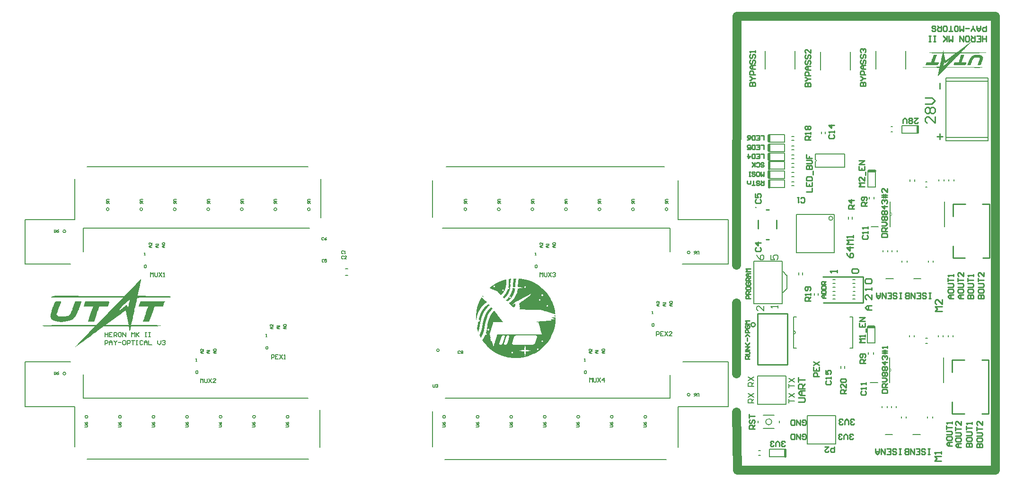
<source format=gto>
G04*
G04 #@! TF.GenerationSoftware,Altium Limited,Altium Designer,18.1.9 (240)*
G04*
G04 Layer_Color=65535*
%FSLAX44Y44*%
%MOMM*%
G71*
G01*
G75*
%ADD30C,0.4000*%
%ADD34C,0.1524*%
%ADD35C,0.2540*%
%ADD36C,0.2000*%
%ADD38C,0.5000*%
%ADD46C,1.6000*%
%ADD78C,0.0000*%
%ADD79C,0.1270*%
%ADD80C,0.2032*%
G36*
X1952717Y1014984D02*
X1952669Y1014935D01*
X1952278Y1014447D01*
X1951985Y1014154D01*
X1951595Y1013666D01*
X1951399Y1013471D01*
X1951107Y1013178D01*
X1950521Y1012592D01*
X1950130Y1012201D01*
X1949642Y1011616D01*
X1948958Y1010932D01*
X1948177Y1010249D01*
X1947299Y1009272D01*
X1946322Y1008198D01*
X1945151Y1007027D01*
X1943784Y1005660D01*
X1943686Y1005562D01*
X1943491Y1005269D01*
X1943100Y1004879D01*
X1942612Y1004390D01*
X1941929Y1003804D01*
X1941343Y1003121D01*
X1939878Y1001559D01*
X1938316Y999997D01*
X1937047Y998532D01*
X1936461Y997946D01*
X1935973Y997458D01*
X1935680Y997068D01*
X1935484Y996775D01*
X1934899Y996091D01*
X1966045D01*
X1968193Y995993D01*
X1974637D01*
X1976590Y995896D01*
X1978347Y995798D01*
X1979910D01*
X1980495Y995701D01*
X1981472D01*
X1981765Y995603D01*
X1981960D01*
X1982058Y995505D01*
X1981960D01*
X1981862Y995408D01*
X1981667D01*
X1981277Y995310D01*
X1980788D01*
X1980007Y995212D01*
X1979031Y995115D01*
X1977664D01*
X1976102Y995017D01*
X1974051D01*
X1972977Y994920D01*
X1968877D01*
X1967314Y994822D01*
X1933532D01*
X1926307Y987694D01*
X1926209Y987597D01*
X1925916Y987304D01*
X1925428Y986816D01*
X1924744Y986034D01*
X1923866Y985156D01*
X1922792Y983984D01*
X1921425Y982617D01*
X1919960Y981055D01*
X1919863Y980957D01*
X1919765Y980860D01*
X1919277Y980371D01*
X1918496Y979590D01*
X1917617Y978614D01*
X1916738Y977735D01*
X1915859Y976759D01*
X1915078Y975978D01*
X1914492Y975392D01*
X1909513Y970217D01*
X1968681D01*
X1969755Y970120D01*
X1973661D01*
Y969924D01*
X1973466Y969631D01*
X1973270Y969339D01*
X1972880Y969143D01*
X1972489Y968948D01*
X1971903Y968850D01*
X1971806D01*
X1971513Y968753D01*
X1971025D01*
X1970244Y968655D01*
X1969267D01*
X1967900Y968557D01*
X1959503D01*
X1958527Y968655D01*
X1950130D01*
X1947982Y968753D01*
X1908341D01*
X1902581Y962992D01*
X1902385Y962797D01*
X1902190Y962601D01*
X1901799Y962211D01*
X1901409Y961723D01*
X1900823Y961137D01*
X1900140Y960453D01*
X1899261Y959575D01*
X1899163Y959477D01*
X1898870Y959184D01*
X1898382Y958696D01*
X1897796Y958110D01*
X1896429Y956646D01*
X1895063Y955279D01*
X1894965Y955181D01*
X1894770Y954986D01*
X1894184Y954302D01*
X1893500Y953717D01*
X1893207Y953521D01*
X1893110Y953423D01*
Y953912D01*
Y954009D01*
Y954302D01*
X1893207Y954790D01*
X1893403Y955376D01*
Y955474D01*
X1893500Y955864D01*
X1893598Y956450D01*
X1893793Y957036D01*
Y957231D01*
X1893891Y957427D01*
Y957817D01*
X1893988Y958208D01*
X1894086Y958891D01*
X1894281Y959575D01*
X1894477Y960453D01*
Y960551D01*
X1894574Y960844D01*
X1894672Y961332D01*
X1894770Y961820D01*
X1895063Y963090D01*
X1895160Y963578D01*
X1895258Y964066D01*
X1896332Y968264D01*
X1896136Y968362D01*
X1895844D01*
X1895551Y968460D01*
X1894477D01*
X1893696Y968557D01*
X1892719D01*
X1891450Y968655D01*
X1889985D01*
X1888326Y968753D01*
X1871337D01*
X1870360Y968850D01*
X1868212D01*
X1867529Y968948D01*
X1866845Y969143D01*
X1866650Y969339D01*
X1866552Y969534D01*
Y969631D01*
X1866748Y969827D01*
X1867041Y969924D01*
X1867334Y970022D01*
X1867822Y970120D01*
X1868505Y970217D01*
X1889107D01*
X1891938Y970315D01*
X1894379D01*
X1895355Y970413D01*
X1896527D01*
X1896722Y970510D01*
Y970608D01*
Y970803D01*
X1896820Y971194D01*
X1896918Y971877D01*
X1897113Y972756D01*
X1897211Y973439D01*
X1897406Y974123D01*
X1897601Y974904D01*
X1897796Y975783D01*
X1897992Y976759D01*
X1898285Y977931D01*
Y978126D01*
X1898480Y978712D01*
X1898675Y979590D01*
X1898968Y980860D01*
X1899359Y982617D01*
X1899749Y984668D01*
X1900335Y987109D01*
X1900628Y988475D01*
X1900921Y989940D01*
X1901995Y994822D01*
X1884420D01*
X1881882Y994920D01*
X1879440D01*
X1878367Y995017D01*
X1877292D01*
X1876511Y995115D01*
X1875828D01*
X1875437Y995212D01*
X1875242Y995310D01*
X1875437Y995408D01*
X1875633D01*
X1875926Y995505D01*
X1876414Y995603D01*
X1876902D01*
X1877683Y995701D01*
X1878562Y995798D01*
X1879636D01*
X1881003Y995896D01*
X1882565D01*
X1884420Y995993D01*
X1886470Y996091D01*
X1888911D01*
X1902288Y996189D01*
X1902581Y998044D01*
Y998142D01*
X1902678Y998337D01*
X1902874Y998923D01*
X1903069Y999606D01*
X1903264Y999899D01*
X1903362Y999997D01*
X1903459Y999899D01*
X1903557Y999704D01*
X1903655Y999411D01*
Y999118D01*
Y999020D01*
Y998825D01*
Y998435D01*
X1903752Y998044D01*
X1903948Y997068D01*
X1904436Y996091D01*
X1926892D01*
X1928552Y997263D01*
X1928650Y997361D01*
X1929040Y997653D01*
X1929626Y998044D01*
X1930407Y998727D01*
X1931384Y999411D01*
X1932555Y1000387D01*
X1933922Y1001364D01*
X1935387Y1002535D01*
X1937144Y1003804D01*
X1938902Y1005172D01*
X1940855Y1006538D01*
X1942905Y1008003D01*
X1945053Y1009565D01*
X1947299Y1011225D01*
X1951985Y1014545D01*
X1952717Y1014984D01*
X1952864Y1015130D01*
X1952962D01*
X1952717Y1014984D01*
D02*
G37*
G36*
X1966436Y991893D02*
X1967802Y991697D01*
X1969267Y991405D01*
X1970732Y991014D01*
X1972001Y990526D01*
X1972587Y990135D01*
X1973075Y989745D01*
X1973173Y989647D01*
X1973270Y989549D01*
X1973466Y989257D01*
X1973661Y988866D01*
X1974149Y987890D01*
X1974247Y987304D01*
X1974344Y986718D01*
Y986620D01*
X1974247Y986230D01*
Y985839D01*
X1974149Y985449D01*
X1974051Y984960D01*
X1973856Y984277D01*
X1973661Y983594D01*
X1973368Y982715D01*
X1973075Y981738D01*
X1972684Y980567D01*
X1972294Y979200D01*
X1971708Y977735D01*
X1971122Y976173D01*
X1970439Y974318D01*
X1970341Y974220D01*
X1970146Y974025D01*
X1969951Y973830D01*
X1969560Y973732D01*
X1968974Y973537D01*
X1968291Y973439D01*
X1964483D01*
Y973537D01*
X1964581Y973634D01*
X1964678Y973927D01*
X1964776Y974318D01*
X1964971Y974806D01*
X1965166Y975392D01*
X1965654Y976857D01*
X1966338Y978614D01*
X1967119Y980664D01*
X1967900Y982910D01*
X1968877Y985449D01*
X1968779Y985546D01*
X1968388Y985839D01*
X1968291D01*
X1968193Y986034D01*
X1967998Y986230D01*
X1967900Y986327D01*
X1967705Y986523D01*
X1967607Y986620D01*
X1967314Y986718D01*
X1967119D01*
X1966729Y986913D01*
X1966533D01*
X1966045Y987011D01*
X1965752D01*
X1965264Y987109D01*
X1964873D01*
X1964483Y987206D01*
X1962140D01*
X1961358Y987109D01*
X1960480Y987011D01*
X1959503Y986816D01*
X1958527Y986523D01*
X1957648Y986132D01*
X1956965Y985546D01*
Y985449D01*
X1956770Y985253D01*
X1956574Y984960D01*
X1956281Y984375D01*
X1955891Y983496D01*
X1955403Y982324D01*
X1954817Y980957D01*
X1954524Y980079D01*
X1954133Y979102D01*
X1951985Y973537D01*
X1951790D01*
X1951302Y973439D01*
X1948080D01*
X1947103Y973342D01*
X1946713D01*
X1946322Y973244D01*
X1948373Y979297D01*
Y979395D01*
X1948470Y979590D01*
X1948666Y979981D01*
X1948861Y980567D01*
X1949056Y981153D01*
X1949349Y981836D01*
X1950033Y983398D01*
X1950814Y985058D01*
X1951790Y986620D01*
X1952669Y987987D01*
X1953157Y988573D01*
X1953645Y988964D01*
X1953840Y989061D01*
X1954329Y989452D01*
X1955110Y989940D01*
X1956281Y990428D01*
X1957746Y991014D01*
X1959601Y991502D01*
X1961749Y991893D01*
X1964288Y991990D01*
X1965362D01*
X1966436Y991893D01*
D02*
G37*
G36*
X1939683Y991795D02*
X1940171D01*
X1940464Y991697D01*
X1940562Y991600D01*
X1938316Y984765D01*
X1936070Y978223D01*
X1942319D01*
X1943100Y978126D01*
X1943784D01*
X1944272Y978028D01*
X1944370Y977931D01*
X1944467D01*
Y977833D01*
X1944370Y977638D01*
X1944272Y977345D01*
X1944174Y976759D01*
X1943881Y976076D01*
X1943588Y975099D01*
X1943198Y973830D01*
X1943003Y973732D01*
X1942514D01*
X1942124Y973634D01*
X1941050D01*
X1940366Y973537D01*
X1938414D01*
X1937144Y973439D01*
X1928748D01*
X1926795Y973537D01*
X1924842D01*
X1923866Y973634D01*
X1923085D01*
X1922401Y973732D01*
X1921913D01*
X1921522Y973830D01*
X1921425Y973927D01*
Y974025D01*
X1921522Y974318D01*
X1921620Y974611D01*
X1921718Y975002D01*
X1921913Y975490D01*
X1922108Y976076D01*
X1922694Y978028D01*
X1922889D01*
X1923182Y978126D01*
X1924158D01*
X1924842Y978223D01*
X1929236D01*
X1929821Y978321D01*
X1930407D01*
X1931188Y980274D01*
Y980371D01*
X1931286Y980567D01*
X1931481Y981055D01*
X1931677Y981738D01*
X1931969Y982617D01*
X1932458Y983789D01*
X1932946Y985253D01*
X1933532Y987011D01*
X1935192Y991893D01*
X1939195D01*
X1939683Y991795D01*
D02*
G37*
G36*
X1890571D02*
X1890962D01*
X1891352Y991697D01*
X1891450Y991600D01*
Y991405D01*
X1891352Y991209D01*
X1891157Y990623D01*
X1890864Y989842D01*
X1890669Y989354D01*
X1890474Y988671D01*
X1890278Y987890D01*
X1889985Y987109D01*
X1889595Y986034D01*
X1889204Y984960D01*
Y984863D01*
X1889107Y984668D01*
X1889009Y984375D01*
X1888814Y983984D01*
X1888521Y982910D01*
X1888033Y981738D01*
X1887642Y980469D01*
X1887349Y979395D01*
X1887154Y979005D01*
X1887056Y978614D01*
X1886959Y978419D01*
Y978321D01*
X1887642D01*
X1888130Y978223D01*
X1893110D01*
X1893891Y978126D01*
X1895063D01*
X1895160Y978028D01*
X1895258D01*
Y977931D01*
X1895160Y977442D01*
X1895063Y977150D01*
X1894965Y976661D01*
X1894770Y976173D01*
X1894477Y975490D01*
X1893598Y973439D01*
X1871825D01*
X1872704Y975783D01*
X1873485Y978223D01*
X1881100D01*
Y978321D01*
X1881198Y978614D01*
X1881393Y979200D01*
X1881686Y979883D01*
X1881979Y980860D01*
X1882370Y982031D01*
X1882858Y983398D01*
X1883444Y985058D01*
Y985156D01*
X1883541Y985253D01*
X1883737Y985839D01*
X1884030Y986620D01*
X1884322Y987597D01*
X1884713Y988768D01*
X1885201Y989842D01*
X1885592Y990916D01*
X1885982Y991893D01*
X1889985D01*
X1890571Y991795D01*
D02*
G37*
G36*
X1138367Y590951D02*
X1138781D01*
Y590537D01*
Y590122D01*
Y589708D01*
Y589294D01*
X1138367D01*
Y588880D01*
Y588466D01*
Y588052D01*
Y587638D01*
Y587224D01*
X1137953D01*
Y586810D01*
Y586396D01*
Y585982D01*
Y585568D01*
Y585154D01*
Y584740D01*
Y584326D01*
Y583912D01*
X1137539D01*
Y583498D01*
Y583083D01*
Y582669D01*
Y582255D01*
Y581841D01*
Y581427D01*
Y581013D01*
Y580599D01*
Y580185D01*
Y579771D01*
Y579357D01*
Y578943D01*
Y578529D01*
Y578115D01*
Y577701D01*
Y577287D01*
Y576873D01*
X1137125D01*
Y576459D01*
Y576045D01*
Y575630D01*
X1135054D01*
Y575216D01*
X1132984D01*
Y575630D01*
Y576045D01*
Y576459D01*
X1133398D01*
Y576873D01*
Y577287D01*
Y577701D01*
Y578115D01*
Y578529D01*
Y578943D01*
Y579357D01*
Y579771D01*
Y580185D01*
Y580599D01*
Y581013D01*
Y581427D01*
Y581841D01*
Y582255D01*
Y582669D01*
Y583083D01*
Y583498D01*
X1133812D01*
Y583912D01*
Y584326D01*
Y584740D01*
Y585154D01*
Y585568D01*
Y585982D01*
Y586396D01*
Y586810D01*
Y587224D01*
Y587638D01*
Y588052D01*
X1134226D01*
Y588466D01*
Y588880D01*
Y589294D01*
Y589708D01*
Y590122D01*
Y590537D01*
X1134640D01*
Y590951D01*
X1135468D01*
Y591365D01*
X1135882D01*
Y590951D01*
X1136297D01*
Y591365D01*
X1136711D01*
Y590951D01*
X1137125D01*
Y591365D01*
X1137539D01*
Y590951D01*
X1137953D01*
Y591365D01*
X1138367D01*
Y590951D01*
D02*
G37*
G36*
X1147890Y590537D02*
X1148304D01*
Y590122D01*
X1148718D01*
Y590537D01*
X1149132D01*
Y590122D01*
X1151203D01*
Y589708D01*
X1151617D01*
Y590122D01*
X1152031D01*
Y589708D01*
X1152445D01*
Y589294D01*
X1152859D01*
Y589708D01*
X1153273D01*
Y589294D01*
X1155343D01*
Y588880D01*
X1155757D01*
Y589294D01*
X1156171D01*
Y588880D01*
X1156585D01*
Y588466D01*
X1157828D01*
Y588052D01*
X1158242D01*
Y588466D01*
X1158656D01*
Y588052D01*
X1159070D01*
Y587638D01*
X1159484D01*
Y588052D01*
X1159898D01*
Y587638D01*
X1161140D01*
Y587224D01*
X1161554D01*
Y586810D01*
X1161968D01*
Y587224D01*
X1162382D01*
Y586810D01*
X1163624D01*
Y586396D01*
X1164039D01*
Y585982D01*
X1165281D01*
Y585568D01*
X1165695D01*
Y585982D01*
X1166109D01*
Y585568D01*
X1166523D01*
Y585154D01*
X1167765D01*
Y584740D01*
X1168179D01*
Y584326D01*
X1169421D01*
Y583912D01*
X1169835D01*
Y583498D01*
X1171078D01*
Y583083D01*
X1171492D01*
Y582669D01*
X1172734D01*
Y582255D01*
X1173148D01*
Y581841D01*
X1173562D01*
Y581427D01*
X1173976D01*
Y581013D01*
X1175218D01*
Y580599D01*
X1175632D01*
Y580185D01*
X1176874D01*
Y579771D01*
X1177289D01*
Y579357D01*
X1177703D01*
Y578943D01*
X1178117D01*
Y578529D01*
X1179359D01*
Y578115D01*
X1179773D01*
Y577701D01*
X1180187D01*
Y577287D01*
X1180601D01*
Y576873D01*
X1181015D01*
Y576459D01*
X1181843D01*
Y576045D01*
X1182671D01*
Y575630D01*
X1183085D01*
Y575216D01*
X1183499D01*
Y574802D01*
X1183913D01*
Y574388D01*
X1184327D01*
Y573974D01*
X1184742D01*
Y573560D01*
X1185156D01*
Y573146D01*
X1185570D01*
Y572732D01*
X1186398D01*
Y572318D01*
Y571904D01*
X1187226D01*
Y571490D01*
Y571076D01*
X1188054D01*
Y570662D01*
Y570248D01*
X1188882D01*
Y569834D01*
Y569420D01*
X1189710D01*
Y569005D01*
Y568591D01*
X1190538D01*
Y568177D01*
Y567763D01*
X1191367D01*
Y567349D01*
Y566935D01*
X1191781D01*
Y566521D01*
X1192195D01*
Y566107D01*
X1192609D01*
Y565693D01*
X1193023D01*
Y565279D01*
X1193437D01*
Y564865D01*
X1193851D01*
Y564451D01*
X1194265D01*
Y564037D01*
X1194679D01*
Y563623D01*
X1195093D01*
Y563209D01*
X1194679D01*
Y562794D01*
X1195093D01*
Y562380D01*
X1195507D01*
Y561966D01*
X1195921D01*
Y561552D01*
X1196335D01*
Y561138D01*
X1196749D01*
Y560724D01*
Y560310D01*
X1197163D01*
Y559896D01*
Y559482D01*
X1197577D01*
Y559068D01*
X1197991D01*
Y558654D01*
X1198406D01*
Y558240D01*
Y557826D01*
X1198820D01*
Y557412D01*
Y556998D01*
X1199234D01*
Y556584D01*
X1199648D01*
Y556170D01*
X1200062D01*
Y555756D01*
X1199648D01*
Y555341D01*
X1200062D01*
Y554927D01*
X1200476D01*
Y554513D01*
X1200890D01*
Y554099D01*
Y553685D01*
Y553271D01*
X1201304D01*
Y552857D01*
X1201718D01*
Y552443D01*
Y552029D01*
X1202132D01*
Y551615D01*
Y551201D01*
X1202546D01*
Y550787D01*
Y550373D01*
Y549959D01*
X1202960D01*
Y549545D01*
X1203374D01*
Y549131D01*
Y548717D01*
Y548302D01*
X1203788D01*
Y547888D01*
X1204202D01*
Y547474D01*
X1203788D01*
Y547060D01*
X1204202D01*
Y546646D01*
X1204616D01*
Y546232D01*
Y545818D01*
Y545404D01*
X1205031D01*
Y544990D01*
Y544576D01*
Y544162D01*
X1205445D01*
Y543748D01*
Y543334D01*
Y542920D01*
X1205859D01*
Y542506D01*
Y542091D01*
Y541678D01*
X1206273D01*
Y541263D01*
X1206687D01*
Y540849D01*
X1206273D01*
Y540435D01*
X1206687D01*
Y540021D01*
Y539607D01*
Y539193D01*
X1207101D01*
Y538779D01*
Y538365D01*
Y537951D01*
X1207515D01*
Y537537D01*
Y537123D01*
Y536709D01*
Y536295D01*
Y535881D01*
X1207929D01*
Y535467D01*
Y535052D01*
Y534638D01*
X1208343D01*
Y534224D01*
X1207929D01*
Y533810D01*
X1208343D01*
Y533396D01*
Y532982D01*
Y532568D01*
Y532154D01*
Y531740D01*
X1208757D01*
Y531326D01*
Y530912D01*
Y530498D01*
X1209171D01*
Y530084D01*
X1208757D01*
Y529670D01*
X1209171D01*
Y529256D01*
X1208757D01*
Y528842D01*
X1209171D01*
Y528428D01*
X1208757D01*
Y528013D01*
X1209171D01*
Y527599D01*
Y527185D01*
Y526771D01*
X1207101D01*
Y527185D01*
X1205859D01*
Y527599D01*
X1204616D01*
Y528013D01*
X1203374D01*
Y528428D01*
X1202132D01*
Y528842D01*
X1200890D01*
Y529256D01*
X1199234D01*
Y529670D01*
X1197991D01*
Y530084D01*
X1196749D01*
Y530498D01*
X1195507D01*
Y530912D01*
X1194265D01*
Y531326D01*
X1193023D01*
Y531740D01*
X1191781D01*
Y532154D01*
X1190538D01*
Y532568D01*
X1189296D01*
Y532982D01*
X1188468D01*
Y533396D01*
X1187226D01*
Y533810D01*
X1185984D01*
Y534224D01*
X1183913D01*
Y534638D01*
X1170664D01*
Y535052D01*
X1155343D01*
Y535467D01*
X1144578D01*
Y535881D01*
X1144992D01*
Y536295D01*
X1145406D01*
Y536709D01*
Y537123D01*
X1145820D01*
Y537537D01*
Y537951D01*
Y538365D01*
Y538779D01*
Y539193D01*
X1145406D01*
Y539607D01*
Y540021D01*
Y540435D01*
Y540849D01*
Y541263D01*
Y541678D01*
Y542091D01*
X1144992D01*
Y542506D01*
Y542920D01*
Y543334D01*
Y543748D01*
Y544162D01*
X1144578D01*
Y544576D01*
Y544990D01*
Y545404D01*
Y545818D01*
X1144992D01*
Y546232D01*
Y546646D01*
X1145406D01*
Y547060D01*
X1146234D01*
Y547474D01*
X1146648D01*
Y547888D01*
X1147062D01*
Y548302D01*
X1147476D01*
Y548717D01*
X1148304D01*
Y549131D01*
X1148718D01*
Y549545D01*
X1149132D01*
Y549959D01*
X1149960D01*
Y550373D01*
X1150375D01*
Y550787D01*
X1150789D01*
Y551201D01*
X1151617D01*
Y551615D01*
X1152031D01*
Y552029D01*
X1152445D01*
Y552443D01*
X1153273D01*
Y552857D01*
X1153687D01*
Y553271D01*
X1154101D01*
Y553685D01*
X1154929D01*
Y554099D01*
X1155343D01*
Y554513D01*
X1155757D01*
Y554927D01*
X1156585D01*
Y555341D01*
X1157000D01*
Y555756D01*
X1157414D01*
Y556170D01*
X1158242D01*
Y556584D01*
X1158656D01*
Y556998D01*
X1159070D01*
Y557412D01*
X1159898D01*
Y557826D01*
X1160312D01*
Y558240D01*
X1160726D01*
Y558654D01*
X1161554D01*
Y559068D01*
X1161968D01*
Y559482D01*
X1162382D01*
Y559896D01*
X1163210D01*
Y560310D01*
X1163624D01*
Y560724D01*
X1164039D01*
Y561138D01*
X1164453D01*
Y561552D01*
X1164867D01*
Y561966D01*
Y562380D01*
X1165281D01*
Y562794D01*
X1165695D01*
Y563209D01*
X1164453D01*
Y562794D01*
X1163624D01*
Y562380D01*
X1162796D01*
Y561966D01*
X1161968D01*
Y561552D01*
X1161554D01*
Y561138D01*
X1160726D01*
Y560724D01*
X1159898D01*
Y560310D01*
X1159070D01*
Y559896D01*
X1158242D01*
Y559482D01*
X1157414D01*
Y559068D01*
X1156585D01*
Y558654D01*
X1155757D01*
Y558240D01*
X1155343D01*
Y557826D01*
X1154515D01*
Y557412D01*
X1153687D01*
Y556998D01*
X1152859D01*
Y556584D01*
X1152031D01*
Y556170D01*
X1151203D01*
Y555756D01*
X1150375D01*
Y555341D01*
X1149547D01*
Y554927D01*
X1149132D01*
Y554513D01*
X1148304D01*
Y554099D01*
X1147476D01*
Y553685D01*
X1146648D01*
Y553271D01*
X1145820D01*
Y552857D01*
X1144992D01*
Y552443D01*
X1144164D01*
Y552029D01*
X1143336D01*
Y551615D01*
X1142922D01*
Y551201D01*
X1142093D01*
Y550787D01*
X1141265D01*
Y550373D01*
X1140437D01*
Y549959D01*
X1139609D01*
Y549545D01*
X1138781D01*
Y549131D01*
X1137953D01*
Y548717D01*
X1137539D01*
Y548302D01*
X1137125D01*
Y547888D01*
X1136711D01*
Y547474D01*
X1136297D01*
Y547060D01*
X1135882D01*
Y546646D01*
X1135468D01*
Y546232D01*
X1135054D01*
Y545818D01*
X1134226D01*
Y545404D01*
X1133812D01*
Y544990D01*
X1133398D01*
Y544576D01*
X1132984D01*
Y544162D01*
X1132156D01*
Y543748D01*
Y543334D01*
X1132984D01*
Y543748D01*
X1133812D01*
Y544162D01*
X1134226D01*
Y544576D01*
X1135054D01*
Y544990D01*
X1135882D01*
Y545404D01*
X1136297D01*
Y545818D01*
X1137125D01*
Y545404D01*
Y544990D01*
Y544576D01*
Y544162D01*
Y543748D01*
Y543334D01*
Y542920D01*
Y542506D01*
Y542091D01*
Y541678D01*
Y541263D01*
X1136711D01*
Y540849D01*
Y540435D01*
Y540021D01*
X1135882D01*
Y539607D01*
X1135054D01*
Y539193D01*
X1133812D01*
Y539607D01*
X1132570D01*
Y540021D01*
X1132156D01*
Y540435D01*
X1131742D01*
Y540849D01*
X1131328D01*
Y541263D01*
X1130914D01*
Y541678D01*
X1130500D01*
Y542091D01*
Y542506D01*
X1130086D01*
Y542920D01*
X1129672D01*
Y543334D01*
X1129258D01*
Y543748D01*
X1128844D01*
Y544162D01*
X1128429D01*
Y544576D01*
X1128015D01*
Y544990D01*
X1127601D01*
Y545404D01*
X1127187D01*
Y545818D01*
X1126773D01*
Y546232D01*
X1126359D01*
Y546646D01*
X1126773D01*
Y547060D01*
X1127187D01*
Y547474D01*
X1127601D01*
Y547888D01*
X1128429D01*
Y548302D01*
X1128844D01*
Y548717D01*
X1129258D01*
Y549131D01*
X1129672D01*
Y549545D01*
X1130086D01*
Y549959D01*
X1130500D01*
Y550373D01*
X1130914D01*
Y550787D01*
X1131328D01*
Y551201D01*
X1131742D01*
Y551615D01*
X1132156D01*
Y552029D01*
X1132570D01*
Y552443D01*
X1132984D01*
Y552857D01*
X1133398D01*
Y553271D01*
X1133812D01*
Y553685D01*
X1134226D01*
Y554099D01*
Y554513D01*
X1134640D01*
Y554927D01*
X1135054D01*
Y555341D01*
X1135468D01*
Y555756D01*
Y556170D01*
X1135882D01*
Y556584D01*
X1136297D01*
Y556998D01*
Y557412D01*
X1136711D01*
Y557826D01*
Y558240D01*
X1137125D01*
Y558654D01*
Y559068D01*
X1137539D01*
Y559482D01*
Y559896D01*
X1137953D01*
Y560310D01*
X1138367D01*
Y560724D01*
Y561138D01*
Y561552D01*
X1138781D01*
Y561966D01*
Y562380D01*
X1139195D01*
Y562794D01*
Y563209D01*
Y563623D01*
X1139609D01*
Y564037D01*
Y564451D01*
Y564865D01*
X1140023D01*
Y564451D01*
X1140437D01*
Y564865D01*
Y565279D01*
Y565693D01*
Y566107D01*
Y566521D01*
Y566935D01*
Y567349D01*
X1140851D01*
Y567763D01*
Y568177D01*
Y568591D01*
Y569005D01*
Y569420D01*
Y569834D01*
X1141265D01*
Y570248D01*
Y570662D01*
Y571076D01*
Y571490D01*
Y571904D01*
Y572318D01*
Y572732D01*
Y573146D01*
X1144164D01*
Y573560D01*
X1147062D01*
Y573974D01*
X1149960D01*
Y574388D01*
Y574802D01*
X1147890D01*
Y575216D01*
X1144992D01*
Y575630D01*
X1142093D01*
Y576045D01*
X1141679D01*
Y576459D01*
Y576873D01*
Y577287D01*
Y577701D01*
Y578115D01*
Y578529D01*
Y578943D01*
Y579357D01*
Y579771D01*
Y580185D01*
X1142093D01*
Y580599D01*
Y581013D01*
Y581427D01*
Y581841D01*
Y582255D01*
Y582669D01*
Y583083D01*
Y583498D01*
Y583912D01*
Y584326D01*
Y584740D01*
X1142507D01*
Y585154D01*
Y585568D01*
Y585982D01*
Y586396D01*
Y586810D01*
Y587224D01*
Y587638D01*
X1142922D01*
Y588052D01*
Y588466D01*
Y588880D01*
Y589294D01*
X1143336D01*
Y589708D01*
Y590122D01*
Y590537D01*
Y590951D01*
X1145406D01*
Y590537D01*
X1145820D01*
Y590951D01*
X1146234D01*
Y590537D01*
X1146648D01*
Y590951D01*
X1147062D01*
Y590537D01*
X1147476D01*
Y590951D01*
X1147890D01*
Y590537D01*
D02*
G37*
G36*
X1129672D02*
Y590122D01*
Y589708D01*
Y589294D01*
Y588880D01*
Y588466D01*
Y588052D01*
Y587638D01*
X1129258D01*
Y587224D01*
Y586810D01*
Y586396D01*
Y585982D01*
Y585568D01*
Y585154D01*
Y584740D01*
Y584326D01*
Y583912D01*
Y583498D01*
Y583083D01*
X1128429D01*
Y582669D01*
X1128015D01*
Y582255D01*
Y581841D01*
Y581427D01*
Y581013D01*
X1128429D01*
Y580599D01*
X1129258D01*
Y580185D01*
X1128844D01*
Y579771D01*
Y579357D01*
Y578943D01*
Y578529D01*
Y578115D01*
Y577701D01*
Y577287D01*
Y576873D01*
Y576459D01*
Y576045D01*
X1128429D01*
Y575630D01*
Y575216D01*
Y574802D01*
Y574388D01*
Y573974D01*
Y573560D01*
Y573146D01*
X1128015D01*
Y572732D01*
Y572318D01*
Y571904D01*
Y571490D01*
X1127601D01*
Y571076D01*
Y570662D01*
Y570248D01*
Y569834D01*
X1127187D01*
Y569420D01*
Y569005D01*
Y568591D01*
X1126773D01*
Y568177D01*
Y567763D01*
X1126359D01*
Y567349D01*
Y566935D01*
Y566521D01*
X1125945D01*
Y566107D01*
Y565693D01*
X1125531D01*
Y565279D01*
Y564865D01*
X1125117D01*
Y564451D01*
Y564037D01*
X1124703D01*
Y563623D01*
Y563209D01*
X1124289D01*
Y562794D01*
X1123875D01*
Y562380D01*
Y561966D01*
X1123461D01*
Y561552D01*
X1123047D01*
Y561138D01*
Y560724D01*
X1122633D01*
Y560310D01*
X1122218D01*
Y559896D01*
X1121804D01*
Y559482D01*
Y559068D01*
X1121390D01*
Y558654D01*
X1120976D01*
Y558240D01*
X1120562D01*
Y557826D01*
X1120148D01*
Y557412D01*
X1119734D01*
Y556998D01*
X1119320D01*
Y556584D01*
X1118906D01*
Y556170D01*
X1118492D01*
Y555756D01*
X1117664D01*
Y555341D01*
X1117250D01*
Y555756D01*
X1116836D01*
Y556170D01*
X1116422D01*
Y556584D01*
X1116008D01*
Y556998D01*
X1115593D01*
Y557412D01*
X1115180D01*
Y557826D01*
Y558240D01*
X1115593D01*
Y558654D01*
X1116008D01*
Y559068D01*
X1116422D01*
Y559482D01*
X1116836D01*
Y559896D01*
X1117250D01*
Y560310D01*
X1117664D01*
Y560724D01*
X1118078D01*
Y561138D01*
Y561552D01*
X1118492D01*
Y561966D01*
X1118906D01*
Y562380D01*
X1119320D01*
Y562794D01*
Y563209D01*
X1119734D01*
Y563623D01*
X1120148D01*
Y564037D01*
Y564451D01*
X1120562D01*
Y564865D01*
X1120976D01*
Y565279D01*
Y565693D01*
X1121390D01*
Y566107D01*
Y566521D01*
X1121804D01*
Y566935D01*
Y567349D01*
X1122218D01*
Y567763D01*
Y568177D01*
X1122633D01*
Y568591D01*
Y569005D01*
Y569420D01*
X1123047D01*
Y569834D01*
Y570248D01*
X1123461D01*
Y570662D01*
Y571076D01*
Y571490D01*
X1123875D01*
Y571904D01*
Y572318D01*
X1124289D01*
Y571904D01*
X1125531D01*
Y572318D01*
X1126359D01*
Y572732D01*
Y573146D01*
Y573560D01*
Y573974D01*
Y574388D01*
X1125531D01*
Y574802D01*
X1124703D01*
Y575216D01*
Y575630D01*
Y576045D01*
Y576459D01*
X1125117D01*
Y576873D01*
Y577287D01*
Y577701D01*
Y578115D01*
Y578529D01*
Y578943D01*
X1125531D01*
Y579357D01*
Y579771D01*
Y580185D01*
Y580599D01*
Y581013D01*
Y581427D01*
Y581841D01*
Y582255D01*
Y582669D01*
Y583083D01*
Y583498D01*
X1125945D01*
Y583912D01*
Y584326D01*
Y584740D01*
Y585154D01*
Y585568D01*
Y585982D01*
Y586396D01*
Y586810D01*
Y587224D01*
Y587638D01*
Y588052D01*
Y588466D01*
Y588880D01*
Y589294D01*
Y589708D01*
X1126359D01*
Y590122D01*
Y590537D01*
X1126773D01*
Y590122D01*
X1127187D01*
Y590537D01*
X1129258D01*
Y590951D01*
X1129672D01*
Y590537D01*
D02*
G37*
G36*
X1121390Y588880D02*
Y588466D01*
Y588052D01*
Y587638D01*
Y587224D01*
Y586810D01*
Y586396D01*
Y585982D01*
Y585568D01*
Y585154D01*
Y584740D01*
Y584326D01*
Y583912D01*
Y583498D01*
Y583083D01*
Y582669D01*
Y582255D01*
Y581841D01*
X1120976D01*
Y581427D01*
Y581013D01*
Y580599D01*
Y580185D01*
Y579771D01*
Y579357D01*
Y578943D01*
Y578529D01*
X1120562D01*
Y578115D01*
Y577701D01*
Y577287D01*
Y576873D01*
Y576459D01*
Y576045D01*
X1120148D01*
Y575630D01*
Y575216D01*
Y574802D01*
Y574388D01*
X1119734D01*
Y573974D01*
Y573560D01*
Y573146D01*
X1119320D01*
Y572732D01*
Y572318D01*
Y571904D01*
X1118906D01*
Y571490D01*
Y571076D01*
X1118492D01*
Y570662D01*
Y570248D01*
Y569834D01*
X1118078D01*
Y569420D01*
Y569005D01*
X1117664D01*
Y568591D01*
Y568177D01*
X1117250D01*
Y567763D01*
Y567349D01*
X1116836D01*
Y566935D01*
Y566521D01*
X1116422D01*
Y566107D01*
X1116008D01*
Y565693D01*
Y565279D01*
X1115593D01*
Y564865D01*
X1115180D01*
Y564451D01*
X1114765D01*
Y564037D01*
Y563623D01*
X1114351D01*
Y563209D01*
X1113937D01*
Y562794D01*
X1113523D01*
Y562380D01*
X1113109D01*
Y561966D01*
X1112695D01*
Y561552D01*
X1112281D01*
Y561138D01*
X1111453D01*
Y561552D01*
X1111039D01*
Y561966D01*
X1110625D01*
Y562380D01*
X1110211D01*
Y562794D01*
X1109797D01*
Y563209D01*
X1109383D01*
Y563623D01*
X1108969D01*
Y564037D01*
X1108555D01*
Y564451D01*
X1108140D01*
Y564865D01*
X1107726D01*
Y565279D01*
X1107312D01*
Y565693D01*
X1106898D01*
Y566107D01*
X1106484D01*
Y566521D01*
X1106070D01*
Y566935D01*
X1105656D01*
Y567349D01*
X1104828D01*
Y567763D01*
X1104414D01*
Y568177D01*
X1103586D01*
Y568591D01*
X1102758D01*
Y569005D01*
X1101930D01*
Y569420D01*
X1100687D01*
Y569834D01*
X1099859D01*
Y570248D01*
X1099031D01*
Y570662D01*
X1098203D01*
Y571076D01*
X1097375D01*
Y571490D01*
X1096133D01*
Y571904D01*
X1095305D01*
Y572318D01*
X1094476D01*
Y572732D01*
X1093234D01*
Y573146D01*
X1092406D01*
Y573560D01*
X1091578D01*
Y573974D01*
X1091992D01*
Y574388D01*
X1092406D01*
Y574802D01*
X1092820D01*
Y575216D01*
X1093234D01*
Y575630D01*
X1093648D01*
Y576045D01*
X1094062D01*
Y576459D01*
X1094476D01*
Y576873D01*
X1095719D01*
Y577287D01*
X1096133D01*
Y577701D01*
X1096547D01*
Y578115D01*
X1096961D01*
Y578529D01*
X1097789D01*
Y578943D01*
X1098203D01*
Y579357D01*
X1099031D01*
Y579771D01*
X1099445D01*
Y580185D01*
X1100687D01*
Y580599D01*
X1101102D01*
Y581013D01*
X1101516D01*
Y581427D01*
X1101930D01*
Y581841D01*
X1103172D01*
Y582255D01*
X1103586D01*
Y582669D01*
X1104828D01*
Y583083D01*
X1105242D01*
Y583498D01*
X1106484D01*
Y583912D01*
X1106898D01*
Y584326D01*
X1108140D01*
Y584740D01*
X1108555D01*
Y585154D01*
X1109797D01*
Y585568D01*
X1110211D01*
Y585982D01*
X1110625D01*
Y585568D01*
X1111039D01*
Y585982D01*
X1112281D01*
Y586396D01*
X1112695D01*
Y586810D01*
X1113937D01*
Y587224D01*
X1114351D01*
Y587638D01*
X1114765D01*
Y587224D01*
X1115180D01*
Y587638D01*
X1116422D01*
Y588052D01*
X1117664D01*
Y588466D01*
X1119734D01*
Y588880D01*
X1120148D01*
Y589294D01*
X1120562D01*
Y588880D01*
X1120976D01*
Y589294D01*
X1121390D01*
Y588880D01*
D02*
G37*
G36*
X467919Y589217D02*
Y589022D01*
Y588436D01*
X467724Y587459D01*
X467333Y586287D01*
Y586092D01*
X467138Y585311D01*
X466942Y584139D01*
X466552Y582967D01*
Y582577D01*
X466356Y582186D01*
Y581405D01*
X466161Y580624D01*
X465966Y579257D01*
X465575Y577890D01*
X465185Y576132D01*
Y575937D01*
X464989Y575351D01*
X464794Y574374D01*
X464599Y573398D01*
X464013Y570859D01*
X463817Y569882D01*
X463622Y568906D01*
X461474Y560508D01*
X461865Y560312D01*
X462450D01*
X463036Y560117D01*
X465185D01*
X466747Y559922D01*
X468700D01*
X471239Y559727D01*
X474168D01*
X477489Y559531D01*
X511471Y559531D01*
X513424Y559336D01*
X517720D01*
X519088Y559141D01*
X520455Y558750D01*
X520845Y558359D01*
X521041Y557969D01*
Y557774D01*
X520650Y557383D01*
X520064Y557188D01*
X519478Y556992D01*
X518502Y556797D01*
X517135Y556602D01*
X475926Y556602D01*
X470262Y556407D01*
X465380D01*
X463427Y556211D01*
X461083D01*
X460693Y556016D01*
Y555821D01*
Y555430D01*
X460497Y554649D01*
X460302Y553282D01*
X459911Y551524D01*
X459716Y550157D01*
X459326Y548790D01*
X458935Y547227D01*
X458544Y545470D01*
X458154Y543517D01*
X457568Y541173D01*
Y540783D01*
X457177Y539611D01*
X456787Y537853D01*
X456201Y535314D01*
X455420Y531799D01*
X454638Y527697D01*
X453467Y522815D01*
X452881Y520081D01*
X452295Y517151D01*
X450146Y507386D01*
X485301D01*
X490378Y507191D01*
X495261D01*
X497409Y506996D01*
X499557D01*
X501120Y506800D01*
X502487D01*
X503268Y506605D01*
X503659Y506410D01*
X503268Y506214D01*
X502878D01*
X502292Y506019D01*
X501315Y505824D01*
X500339D01*
X498776Y505628D01*
X497019Y505433D01*
X494870D01*
X492136Y505238D01*
X489011D01*
X485301Y505042D01*
X481199Y504847D01*
X476317D01*
X449561Y504652D01*
X448975Y500941D01*
Y500746D01*
X448779Y500355D01*
X448389Y499183D01*
X447998Y497816D01*
X447608Y497230D01*
X447412Y497035D01*
X447217Y497230D01*
X447022Y497621D01*
X446826Y498207D01*
Y498793D01*
Y498988D01*
Y499379D01*
Y500160D01*
X446631Y500941D01*
X446241Y502894D01*
X445264Y504847D01*
X400345D01*
X397025Y502504D01*
X396829Y502308D01*
X396048Y501722D01*
X394876Y500941D01*
X393314Y499574D01*
X391361Y498207D01*
X389017Y496254D01*
X386283Y494301D01*
X383354Y491957D01*
X379838Y489418D01*
X376323Y486684D01*
X372417Y483950D01*
X368316Y481021D01*
X364019Y477896D01*
X359527Y474576D01*
X350153Y467935D01*
X348688Y467057D01*
X348786Y467154D01*
X349567Y468131D01*
X350153Y468717D01*
X350934Y469693D01*
X351324Y470084D01*
X351910Y470670D01*
X353082Y471841D01*
X353863Y472622D01*
X354840Y473794D01*
X356207Y475161D01*
X357769Y476529D01*
X359527Y478481D01*
X361480Y480630D01*
X363824Y482974D01*
X366558Y485708D01*
X366753Y485903D01*
X367144Y486489D01*
X367925Y487270D01*
X368901Y488247D01*
X370269Y489418D01*
X371440Y490785D01*
X374370Y493910D01*
X377495Y497035D01*
X380034Y499965D01*
X381205Y501136D01*
X382182Y502113D01*
X382768Y502894D01*
X383158Y503480D01*
X384330Y504847D01*
X322029Y504847D01*
X317733Y505042D01*
X304843D01*
X300937Y505238D01*
X297421Y505433D01*
X294297D01*
X293125Y505628D01*
X291172D01*
X290586Y505824D01*
X290195D01*
X290000Y506019D01*
X290195D01*
X290391Y506214D01*
X290781D01*
X291562Y506409D01*
X292539D01*
X294101Y506605D01*
X296054Y506800D01*
X298789D01*
X301913Y506995D01*
X306015D01*
X308163Y507191D01*
X316366D01*
X319490Y507386D01*
X387064Y507386D01*
X401517Y521643D01*
X401712Y521838D01*
X402298Y522424D01*
X403274Y523401D01*
X404641Y524963D01*
X406399Y526721D01*
X408547Y529064D01*
X411282Y531799D01*
X414211Y534923D01*
X414407Y535119D01*
X414602Y535314D01*
X415578Y536291D01*
X417141Y537853D01*
X418898Y539806D01*
X420656Y541564D01*
X422414Y543517D01*
X423976Y545079D01*
X425148Y546251D01*
X435108Y556602D01*
X316756Y556602D01*
X314608Y556797D01*
X306796D01*
Y557188D01*
X307186Y557774D01*
X307577Y558359D01*
X308358Y558750D01*
X309139Y559141D01*
X310311Y559336D01*
X310506D01*
X311092Y559531D01*
X312069D01*
X313631Y559727D01*
X315584D01*
X318319Y559922D01*
X335114D01*
X337067Y559727D01*
X353863D01*
X358160Y559531D01*
X437452Y559531D01*
X448975Y571054D01*
X449365Y571445D01*
X449756Y571835D01*
X450537Y572617D01*
X451318Y573593D01*
X452490Y574765D01*
X453857Y576132D01*
X455615Y577890D01*
X455810Y578085D01*
X456396Y578671D01*
X457373Y579647D01*
X458544Y580819D01*
X461279Y583749D01*
X464013Y586483D01*
X464208Y586678D01*
X464599Y587069D01*
X465770Y588436D01*
X467138Y589608D01*
X467724Y589998D01*
X467919Y590193D01*
Y589217D01*
D02*
G37*
G36*
X1079156Y559896D02*
X1079570D01*
Y559482D01*
Y559068D01*
X1079984D01*
Y558654D01*
X1080398D01*
Y558240D01*
Y557826D01*
X1079984D01*
Y558240D01*
X1078742D01*
Y558654D01*
X1078328D01*
Y559068D01*
X1078742D01*
Y559482D01*
Y559896D01*
Y560310D01*
X1079156D01*
Y559896D01*
D02*
G37*
G36*
X1135882Y573146D02*
X1137125D01*
Y572732D01*
Y572318D01*
X1136711D01*
Y571904D01*
Y571490D01*
Y571076D01*
Y570662D01*
Y570248D01*
Y569834D01*
X1136297D01*
Y569420D01*
Y569005D01*
Y568591D01*
Y568177D01*
Y567763D01*
X1135882D01*
Y567349D01*
Y566935D01*
Y566521D01*
X1135468D01*
Y566107D01*
Y565693D01*
Y565279D01*
X1135054D01*
Y564865D01*
Y564451D01*
Y564037D01*
X1134640D01*
Y563623D01*
Y563209D01*
X1134226D01*
Y562794D01*
Y562380D01*
Y561966D01*
X1133812D01*
Y561552D01*
Y561138D01*
X1133398D01*
Y560724D01*
Y560310D01*
X1132984D01*
Y559896D01*
X1132570D01*
Y559482D01*
Y559068D01*
X1132156D01*
Y558654D01*
Y558240D01*
X1131742D01*
Y557826D01*
X1131328D01*
Y557412D01*
X1130914D01*
Y556998D01*
Y556584D01*
X1130500D01*
Y556170D01*
X1130086D01*
Y555756D01*
X1129672D01*
Y555341D01*
X1129258D01*
Y554927D01*
X1128844D01*
Y554513D01*
X1128429D01*
Y554099D01*
Y553685D01*
X1127601D01*
Y553271D01*
X1127187D01*
Y552857D01*
X1126773D01*
Y552443D01*
X1126359D01*
Y552029D01*
X1125945D01*
Y551615D01*
X1125531D01*
Y551201D01*
X1124703D01*
Y550787D01*
X1124289D01*
Y550373D01*
X1123461D01*
Y549959D01*
X1122633D01*
Y550373D01*
X1122218D01*
Y550787D01*
X1121804D01*
Y551201D01*
X1121390D01*
Y551615D01*
X1120976D01*
Y552029D01*
X1120562D01*
Y552443D01*
X1120976D01*
Y552857D01*
X1121804D01*
Y553271D01*
X1122218D01*
Y553685D01*
X1122633D01*
Y554099D01*
X1123047D01*
Y554513D01*
X1123461D01*
Y554927D01*
X1123875D01*
Y555341D01*
X1124289D01*
Y555756D01*
X1124703D01*
Y556170D01*
Y556584D01*
X1125117D01*
Y556998D01*
X1125531D01*
Y557412D01*
X1125945D01*
Y557826D01*
X1126359D01*
Y558240D01*
Y558654D01*
X1126773D01*
Y559068D01*
X1127187D01*
Y559482D01*
X1127601D01*
Y559896D01*
Y560310D01*
X1128015D01*
Y560724D01*
Y561138D01*
X1128429D01*
Y561552D01*
X1128844D01*
Y561966D01*
Y562380D01*
X1129258D01*
Y562794D01*
Y563209D01*
X1129672D01*
Y563623D01*
Y564037D01*
X1130086D01*
Y564451D01*
Y564865D01*
X1130500D01*
Y565279D01*
Y565693D01*
Y566107D01*
X1130914D01*
Y566521D01*
Y566935D01*
Y567349D01*
X1131328D01*
Y567763D01*
Y568177D01*
Y568591D01*
X1131742D01*
Y569005D01*
Y569420D01*
Y569834D01*
X1132156D01*
Y570248D01*
Y570662D01*
Y571076D01*
Y571490D01*
X1132570D01*
Y571904D01*
Y572318D01*
Y572732D01*
Y573146D01*
Y573560D01*
X1135882D01*
Y573146D01*
D02*
G37*
G36*
X1209585Y524287D02*
Y523873D01*
Y523459D01*
Y523045D01*
Y522631D01*
X1208757D01*
Y523045D01*
X1207515D01*
Y523459D01*
X1205859D01*
Y523873D01*
X1207101D01*
Y524287D01*
X1209171D01*
Y524701D01*
X1209585D01*
Y524287D01*
D02*
G37*
G36*
X357379Y538439D02*
Y538243D01*
X357183Y537853D01*
X356793Y537072D01*
X356402Y535900D01*
X356012Y534728D01*
X355426Y533361D01*
X354059Y530236D01*
X352496Y526916D01*
X350543Y523791D01*
X348786Y521057D01*
X347809Y519885D01*
X346833Y519104D01*
X346442Y518909D01*
X345465Y518128D01*
X343903Y517151D01*
X341559Y516175D01*
X338630Y515003D01*
X334919Y514026D01*
X330622Y513245D01*
X325545Y513050D01*
X323396D01*
X321248Y513245D01*
X318514Y513636D01*
X315584Y514222D01*
X312655Y515003D01*
X310116Y515979D01*
X308944Y516760D01*
X307968Y517542D01*
X307772Y517737D01*
X307577Y517932D01*
X307186Y518518D01*
X306796Y519299D01*
X305819Y521252D01*
X305624Y522424D01*
X305429Y523596D01*
Y523791D01*
X305624Y524572D01*
Y525354D01*
X305819Y526135D01*
X306015Y527111D01*
X306405Y528479D01*
X306796Y529846D01*
X307382Y531603D01*
X307968Y533556D01*
X308749Y535900D01*
X309530Y538634D01*
X310702Y541564D01*
X311874Y544688D01*
X313241Y548399D01*
X313436Y548595D01*
X313827Y548985D01*
X314217Y549376D01*
X314998Y549571D01*
X316170Y549962D01*
X317537Y550157D01*
X325154D01*
Y549962D01*
X324959Y549766D01*
X324763Y549180D01*
X324568Y548399D01*
X324178Y547423D01*
X323787Y546251D01*
X322811Y543321D01*
X321443Y539806D01*
X319881Y535705D01*
X318319Y531213D01*
X316366Y526135D01*
X316561Y525940D01*
X317342Y525354D01*
X317537D01*
X317733Y524963D01*
X318123Y524572D01*
X318319Y524377D01*
X318709Y523987D01*
X318904Y523791D01*
X319490Y523596D01*
X319881D01*
X320662Y523205D01*
X321053D01*
X322029Y523010D01*
X322615D01*
X323592Y522815D01*
X324373D01*
X325154Y522620D01*
X329841D01*
X331404Y522815D01*
X333161Y523010D01*
X335114Y523401D01*
X337067Y523987D01*
X338825Y524768D01*
X340192Y525940D01*
Y526135D01*
X340583Y526525D01*
X340973Y527111D01*
X341559Y528283D01*
X342341Y530041D01*
X343317Y532384D01*
X344489Y535119D01*
X345075Y536876D01*
X345856Y538829D01*
X350153Y549962D01*
X350543D01*
X351520Y550157D01*
X357965D01*
X359918Y550352D01*
X360699D01*
X361480Y550547D01*
X357379Y538439D01*
D02*
G37*
G36*
X1077914Y556584D02*
X1078328D01*
Y556170D01*
X1078742D01*
Y555756D01*
X1079156D01*
Y555341D01*
X1079570D01*
Y554927D01*
X1079984D01*
Y554513D01*
X1080398D01*
Y554099D01*
X1080813D01*
Y553685D01*
X1081227D01*
Y553271D01*
X1081641D01*
Y552857D01*
X1082055D01*
Y552443D01*
X1082469D01*
Y552029D01*
X1082883D01*
Y551615D01*
X1083297D01*
Y551201D01*
X1083711D01*
Y550787D01*
X1084125D01*
Y550373D01*
X1084539D01*
Y549959D01*
X1084953D01*
Y549545D01*
X1085367D01*
Y549131D01*
X1085781D01*
Y548717D01*
X1086195D01*
Y548302D01*
X1086609D01*
Y547888D01*
X1085781D01*
Y547474D01*
X1085367D01*
Y547060D01*
X1084539D01*
Y546646D01*
X1084125D01*
Y546232D01*
X1083297D01*
Y545818D01*
X1082883D01*
Y545404D01*
X1082469D01*
Y544990D01*
X1082055D01*
Y544576D01*
X1081227D01*
Y544162D01*
X1080813D01*
Y543748D01*
X1080398D01*
Y543334D01*
X1079984D01*
Y542920D01*
X1079570D01*
Y542506D01*
X1079156D01*
Y542091D01*
X1078742D01*
Y541678D01*
X1078328D01*
Y541263D01*
X1077914D01*
Y540849D01*
Y540435D01*
X1077500D01*
Y540021D01*
X1077086D01*
Y539607D01*
X1076672D01*
Y539193D01*
Y538779D01*
X1076258D01*
Y538365D01*
X1075844D01*
Y537951D01*
X1075430D01*
Y537537D01*
Y537123D01*
X1075016D01*
Y536709D01*
X1074602D01*
Y536295D01*
Y535881D01*
X1074187D01*
Y535467D01*
Y535052D01*
X1073773D01*
Y534638D01*
Y534224D01*
X1073359D01*
Y533810D01*
X1072945D01*
Y533396D01*
Y532982D01*
X1072531D01*
Y532568D01*
Y532154D01*
X1072117D01*
Y531740D01*
Y531326D01*
X1071703D01*
Y530912D01*
Y530498D01*
Y530084D01*
X1071289D01*
Y529670D01*
Y529256D01*
X1070875D01*
Y528842D01*
Y528428D01*
Y528013D01*
X1070461D01*
Y527599D01*
Y527185D01*
X1070047D01*
Y526771D01*
Y526357D01*
Y525943D01*
X1069633D01*
Y525529D01*
Y525115D01*
Y524701D01*
X1069219D01*
Y524287D01*
Y523873D01*
Y523459D01*
X1068805D01*
Y523045D01*
Y522631D01*
Y522217D01*
Y521803D01*
X1068391D01*
Y521389D01*
Y520975D01*
Y520560D01*
Y520146D01*
X1067977D01*
Y519732D01*
Y519318D01*
Y518904D01*
Y518490D01*
X1067563D01*
Y518076D01*
Y517662D01*
Y517248D01*
Y516834D01*
X1067149D01*
Y516420D01*
Y516006D01*
Y515592D01*
Y515178D01*
Y514764D01*
X1066734D01*
Y515178D01*
Y515592D01*
Y516006D01*
X1066320D01*
Y516420D01*
X1066734D01*
Y516834D01*
X1066320D01*
Y517248D01*
X1066734D01*
Y517662D01*
X1066320D01*
Y518076D01*
X1066734D01*
Y518490D01*
X1066320D01*
Y518904D01*
X1066734D01*
Y519318D01*
X1066320D01*
Y519732D01*
X1066734D01*
Y520146D01*
X1066320D01*
Y520560D01*
X1066734D01*
Y520975D01*
X1066320D01*
Y521389D01*
X1066734D01*
Y521803D01*
X1066320D01*
Y522217D01*
X1066734D01*
Y522631D01*
X1066320D01*
Y523045D01*
X1066734D01*
Y523459D01*
Y523873D01*
Y524287D01*
X1066320D01*
Y524701D01*
X1066734D01*
Y525115D01*
Y525529D01*
Y525943D01*
Y526357D01*
Y526771D01*
X1067149D01*
Y527185D01*
X1066734D01*
Y527599D01*
X1067149D01*
Y528013D01*
Y528428D01*
Y528842D01*
X1067563D01*
Y529256D01*
X1067149D01*
Y529670D01*
X1067563D01*
Y530084D01*
X1067149D01*
Y530498D01*
X1067563D01*
Y530912D01*
X1067149D01*
Y531326D01*
X1067563D01*
Y531740D01*
Y532154D01*
Y532568D01*
X1067977D01*
Y532982D01*
Y533396D01*
Y533810D01*
Y534224D01*
Y534638D01*
X1068391D01*
Y535052D01*
X1067977D01*
Y535467D01*
X1068391D01*
Y535881D01*
Y536295D01*
Y536709D01*
X1068805D01*
Y537123D01*
Y537537D01*
Y537951D01*
X1069219D01*
Y538365D01*
X1068805D01*
Y538779D01*
X1069219D01*
Y539193D01*
Y539607D01*
Y540021D01*
X1069633D01*
Y540435D01*
Y540849D01*
Y541263D01*
X1070047D01*
Y541678D01*
Y542091D01*
Y542506D01*
X1070461D01*
Y542920D01*
Y543334D01*
Y543748D01*
X1070875D01*
Y544162D01*
Y544576D01*
Y544990D01*
X1071289D01*
Y545404D01*
X1071703D01*
Y545818D01*
X1071289D01*
Y546232D01*
X1071703D01*
Y546646D01*
X1072117D01*
Y547060D01*
Y547474D01*
Y547888D01*
X1072531D01*
Y548302D01*
Y548717D01*
X1072945D01*
Y549131D01*
Y549545D01*
X1073359D01*
Y549959D01*
Y550373D01*
Y550787D01*
X1073773D01*
Y551201D01*
X1074187D01*
Y551615D01*
Y552029D01*
Y552443D01*
X1074602D01*
Y552857D01*
X1075016D01*
Y553271D01*
Y553685D01*
Y554099D01*
X1075430D01*
Y554513D01*
X1075844D01*
Y554927D01*
Y555341D01*
X1076258D01*
Y555756D01*
Y556170D01*
X1076672D01*
Y556584D01*
X1077086D01*
Y556998D01*
X1077914D01*
Y556584D01*
D02*
G37*
G36*
X1090336Y544162D02*
X1090750D01*
Y543748D01*
X1091164D01*
Y543334D01*
X1091578D01*
Y542920D01*
Y542506D01*
X1091164D01*
Y542091D01*
X1090336D01*
Y541678D01*
X1089922D01*
Y541263D01*
X1089508D01*
Y540849D01*
X1089094D01*
Y540435D01*
X1088680D01*
Y540021D01*
X1088266D01*
Y539607D01*
X1087851D01*
Y539193D01*
X1087437D01*
Y538779D01*
X1087023D01*
Y538365D01*
X1086609D01*
Y537951D01*
X1086195D01*
Y537537D01*
X1085781D01*
Y537123D01*
X1085367D01*
Y536709D01*
X1084953D01*
Y536295D01*
Y535881D01*
X1084539D01*
Y535467D01*
X1084125D01*
Y535052D01*
X1083711D01*
Y534638D01*
Y534224D01*
X1083297D01*
Y533810D01*
X1082883D01*
Y533396D01*
Y532982D01*
X1082469D01*
Y532568D01*
X1082055D01*
Y532154D01*
Y531740D01*
X1081641D01*
Y531326D01*
Y530912D01*
X1081227D01*
Y530498D01*
X1080813D01*
Y530084D01*
Y529670D01*
X1080398D01*
Y529256D01*
Y528842D01*
X1079984D01*
Y528428D01*
Y528013D01*
Y527599D01*
X1079570D01*
Y527185D01*
Y526771D01*
X1079156D01*
Y526357D01*
Y525943D01*
X1078742D01*
Y525529D01*
Y525115D01*
Y524701D01*
X1078328D01*
Y524287D01*
Y523873D01*
X1077914D01*
Y523459D01*
Y523045D01*
Y522631D01*
X1077500D01*
Y522217D01*
Y521803D01*
Y521389D01*
X1077086D01*
Y520975D01*
Y520560D01*
Y520146D01*
X1076672D01*
Y519732D01*
Y519318D01*
Y518904D01*
Y518490D01*
X1076258D01*
Y518076D01*
Y517662D01*
Y517248D01*
X1075844D01*
Y516834D01*
Y516420D01*
Y516006D01*
Y515592D01*
X1075430D01*
Y515178D01*
Y514764D01*
Y514350D01*
Y513935D01*
Y513521D01*
X1075016D01*
Y513107D01*
Y512693D01*
Y512279D01*
Y511865D01*
Y511451D01*
X1074602D01*
Y511037D01*
Y510623D01*
Y510209D01*
Y509795D01*
Y509381D01*
X1074187D01*
Y508967D01*
Y508553D01*
Y508139D01*
Y507724D01*
Y507310D01*
Y506896D01*
X1073773D01*
Y506482D01*
Y506068D01*
Y505654D01*
Y505240D01*
Y504826D01*
Y504412D01*
Y503998D01*
X1073359D01*
Y503584D01*
Y503170D01*
Y502756D01*
Y502342D01*
Y501928D01*
X1072945D01*
Y501514D01*
Y501100D01*
Y500686D01*
Y500271D01*
X1072531D01*
Y499857D01*
Y499443D01*
Y499029D01*
Y498615D01*
X1072117D01*
Y498201D01*
Y497787D01*
Y497373D01*
X1071703D01*
Y496959D01*
Y496545D01*
Y496131D01*
X1071289D01*
Y495717D01*
Y495303D01*
X1070461D01*
Y495717D01*
X1070875D01*
Y496131D01*
X1070461D01*
Y496545D01*
Y496959D01*
Y497373D01*
X1070047D01*
Y497787D01*
X1069633D01*
Y498201D01*
X1070047D01*
Y498615D01*
X1069633D01*
Y499029D01*
Y499443D01*
Y499857D01*
X1069219D01*
Y500271D01*
X1068805D01*
Y500686D01*
X1069219D01*
Y501100D01*
X1068805D01*
Y501514D01*
Y501928D01*
X1069219D01*
Y502342D01*
Y502756D01*
Y503170D01*
X1069633D01*
Y503584D01*
Y503998D01*
Y504412D01*
Y504826D01*
X1070047D01*
Y505240D01*
Y505654D01*
Y506068D01*
Y506482D01*
Y506896D01*
Y507310D01*
X1070461D01*
Y507724D01*
Y508139D01*
Y508553D01*
Y508967D01*
Y509381D01*
Y509795D01*
X1070875D01*
Y510209D01*
Y510623D01*
Y511037D01*
Y511451D01*
Y511865D01*
Y512279D01*
Y512693D01*
X1071289D01*
Y513107D01*
Y513521D01*
Y513935D01*
Y514350D01*
X1071703D01*
Y513935D01*
X1072945D01*
Y514350D01*
X1073359D01*
Y514764D01*
X1073773D01*
Y515178D01*
Y515592D01*
Y516006D01*
X1073359D01*
Y516420D01*
X1072945D01*
Y516834D01*
X1072117D01*
Y517248D01*
Y517662D01*
Y518076D01*
Y518490D01*
X1072531D01*
Y518904D01*
Y519318D01*
Y519732D01*
Y520146D01*
X1072945D01*
Y520560D01*
Y520975D01*
Y521389D01*
X1073359D01*
Y521803D01*
Y522217D01*
Y522631D01*
Y523045D01*
X1073773D01*
Y523459D01*
Y523873D01*
Y524287D01*
X1074187D01*
Y524701D01*
Y525115D01*
Y525529D01*
X1074602D01*
Y525943D01*
Y526357D01*
Y526771D01*
X1075016D01*
Y527185D01*
Y527599D01*
X1075430D01*
Y528013D01*
Y528428D01*
X1075844D01*
Y528842D01*
Y529256D01*
Y529670D01*
X1076258D01*
Y530084D01*
Y530498D01*
X1076672D01*
Y530912D01*
Y531326D01*
X1077086D01*
Y531740D01*
Y532154D01*
X1077500D01*
Y532568D01*
Y532982D01*
X1077914D01*
Y533396D01*
X1078328D01*
Y533810D01*
Y534224D01*
X1078742D01*
Y534638D01*
X1079156D01*
Y535052D01*
Y535467D01*
X1079570D01*
Y535881D01*
X1079984D01*
Y536295D01*
Y536709D01*
X1080398D01*
Y537123D01*
X1080813D01*
Y537537D01*
X1081227D01*
Y537951D01*
Y538365D01*
X1081641D01*
Y538779D01*
X1082055D01*
Y539193D01*
X1082469D01*
Y539607D01*
X1082883D01*
Y540021D01*
X1083297D01*
Y540435D01*
X1083711D01*
Y540849D01*
X1084125D01*
Y541263D01*
X1084953D01*
Y541678D01*
X1085367D01*
Y542091D01*
X1085781D01*
Y542506D01*
X1086195D01*
Y542920D01*
X1087023D01*
Y543334D01*
X1087437D01*
Y543748D01*
X1088266D01*
Y544162D01*
X1089094D01*
Y544576D01*
X1090336D01*
Y544162D01*
D02*
G37*
G36*
X508737Y545470D02*
X507174Y540587D01*
X491941D01*
Y540392D01*
X491745Y539806D01*
X491355Y538634D01*
X490769Y537267D01*
X490183Y535314D01*
X489402Y532970D01*
X488425Y530236D01*
X487254Y526916D01*
Y526721D01*
X487058Y526525D01*
X486668Y525354D01*
X486082Y523791D01*
X485496Y521838D01*
X484715Y519495D01*
X483738Y517346D01*
X482957Y515198D01*
X482176Y513245D01*
X474168D01*
X472997Y513440D01*
X472215D01*
X471434Y513636D01*
X471239Y513831D01*
Y514222D01*
X471434Y514612D01*
X471825Y515784D01*
X472411Y517346D01*
X472801Y518323D01*
X473192Y519690D01*
X473582Y521252D01*
X474168Y522815D01*
X474950Y524963D01*
X475731Y527111D01*
Y527307D01*
X475926Y527697D01*
X476121Y528283D01*
X476512Y529064D01*
X477098Y531213D01*
X478074Y533556D01*
X478856Y536095D01*
X479442Y538244D01*
X479832Y539025D01*
X480028Y539806D01*
X480223Y540197D01*
Y540392D01*
X478856D01*
X477879Y540587D01*
X467919D01*
X466356Y540783D01*
X464013D01*
X463817Y540978D01*
X463622D01*
Y541173D01*
X463817Y542150D01*
X464013Y542735D01*
X464208Y543712D01*
X464599Y544688D01*
X465185Y546056D01*
X466942Y550157D01*
X510494Y550157D01*
X508737Y545470D01*
D02*
G37*
G36*
X400540Y549962D02*
X404446D01*
X406399Y549766D01*
X407962D01*
X409329Y549571D01*
X410305D01*
X411086Y549376D01*
X411282Y549180D01*
Y548985D01*
X411086Y548399D01*
X410891Y547813D01*
X410696Y547032D01*
X410305Y546056D01*
X409915Y544884D01*
X408743Y540978D01*
X408352D01*
X407766Y540783D01*
X405813D01*
X404446Y540587D01*
X395658D01*
X394486Y540392D01*
X393314D01*
X391752Y536486D01*
Y536291D01*
X391556Y535900D01*
X391166Y534923D01*
X390775Y533556D01*
X390189Y531799D01*
X389213Y529455D01*
X388236Y526525D01*
X387064Y523010D01*
X383744Y513245D01*
X375737D01*
X374760Y513440D01*
X373784D01*
X373198Y513636D01*
X373003Y513831D01*
X377495Y527502D01*
X381987Y540587D01*
X369487D01*
X367925Y540783D01*
X366558D01*
X365581Y540978D01*
X365386Y541173D01*
X365191D01*
Y541368D01*
X365386Y541759D01*
X365581Y542345D01*
X365777Y543517D01*
X366362Y544884D01*
X366948Y546837D01*
X367730Y549376D01*
X368120Y549571D01*
X369097D01*
X369878Y549766D01*
X372026D01*
X373393Y549962D01*
X377299D01*
X379838Y550157D01*
X396634D01*
X400540Y549962D01*
D02*
G37*
G36*
X1099859Y532568D02*
Y532154D01*
X1100273D01*
Y531740D01*
X1100687D01*
Y531326D01*
X1101102D01*
Y530912D01*
X1101516D01*
Y530498D01*
Y530084D01*
X1101930D01*
Y529670D01*
X1102344D01*
Y529256D01*
X1102758D01*
Y528842D01*
X1103172D01*
Y528428D01*
Y528013D01*
X1103586D01*
Y527599D01*
X1104000D01*
Y527185D01*
X1104414D01*
Y526771D01*
X1104828D01*
Y526357D01*
Y525943D01*
X1105242D01*
Y525529D01*
X1105656D01*
Y525115D01*
X1106070D01*
Y524701D01*
X1106484D01*
Y524287D01*
Y523873D01*
X1106898D01*
Y523459D01*
X1107312D01*
Y523045D01*
X1107726D01*
Y522631D01*
Y522217D01*
X1108140D01*
Y521803D01*
X1108555D01*
Y521389D01*
X1108969D01*
Y520975D01*
X1109383D01*
Y520560D01*
Y520146D01*
X1109797D01*
Y519732D01*
X1110211D01*
Y519318D01*
X1110625D01*
Y518904D01*
X1111039D01*
Y518490D01*
Y518076D01*
X1111453D01*
Y517662D01*
X1111867D01*
Y517248D01*
X1112281D01*
Y516834D01*
X1112695D01*
Y516420D01*
Y516006D01*
X1113109D01*
Y515592D01*
X1113523D01*
Y515178D01*
X1113937D01*
Y514764D01*
X1114351D01*
Y514350D01*
Y513935D01*
X1114765D01*
Y513521D01*
X1115180D01*
Y513107D01*
X1115593D01*
Y512693D01*
X1116008D01*
Y512279D01*
X1115593D01*
Y512693D01*
X1098203D01*
Y512279D01*
X1097789D01*
Y511865D01*
Y511451D01*
Y511037D01*
X1097375D01*
Y510623D01*
Y510209D01*
Y509795D01*
Y509381D01*
X1096961D01*
Y508967D01*
Y508553D01*
Y508139D01*
X1096547D01*
Y507724D01*
Y507310D01*
Y506896D01*
X1096133D01*
Y506482D01*
Y506068D01*
Y505654D01*
X1095719D01*
Y505240D01*
Y504826D01*
Y504412D01*
Y503998D01*
X1095305D01*
Y503584D01*
Y503170D01*
Y502756D01*
X1094891D01*
Y502342D01*
Y501928D01*
Y501514D01*
X1094476D01*
Y501100D01*
Y500686D01*
Y500271D01*
X1094062D01*
Y499857D01*
Y499443D01*
Y499029D01*
Y498615D01*
X1093648D01*
Y498201D01*
Y497787D01*
Y497373D01*
X1093234D01*
Y496959D01*
Y496545D01*
Y496131D01*
X1092820D01*
Y495717D01*
Y495303D01*
Y494889D01*
X1092406D01*
Y494475D01*
Y494061D01*
Y493647D01*
Y493232D01*
X1091992D01*
Y492818D01*
Y492404D01*
Y491990D01*
X1091578D01*
Y491576D01*
Y491162D01*
Y490748D01*
Y490334D01*
Y489920D01*
X1091992D01*
Y489506D01*
Y489092D01*
Y488678D01*
X1092406D01*
Y488264D01*
Y487850D01*
Y487436D01*
Y487021D01*
X1092820D01*
Y486608D01*
Y486193D01*
Y485779D01*
X1093234D01*
Y485365D01*
Y484951D01*
Y484537D01*
Y484123D01*
X1092820D01*
Y483709D01*
Y483295D01*
Y482881D01*
Y482467D01*
Y482053D01*
X1093234D01*
Y481639D01*
Y481225D01*
Y480811D01*
X1093648D01*
Y480397D01*
Y479982D01*
Y479568D01*
Y479154D01*
X1094062D01*
Y478740D01*
X1095305D01*
Y478326D01*
Y477912D01*
X1095719D01*
Y477498D01*
Y477084D01*
Y476670D01*
X1096133D01*
Y476256D01*
Y475842D01*
Y475428D01*
Y475014D01*
X1096547D01*
Y474600D01*
Y474186D01*
Y473772D01*
X1096961D01*
Y473358D01*
Y472943D01*
Y472529D01*
X1097375D01*
Y472115D01*
Y471701D01*
Y471287D01*
X1097789D01*
Y470873D01*
Y470459D01*
Y470045D01*
Y469631D01*
X1098617D01*
Y470045D01*
Y470459D01*
X1099031D01*
Y470873D01*
Y471287D01*
Y471701D01*
Y472115D01*
X1099445D01*
Y472529D01*
Y472943D01*
Y473358D01*
X1099859D01*
Y473772D01*
Y474186D01*
Y474600D01*
X1100273D01*
Y475014D01*
Y475428D01*
Y475842D01*
X1100687D01*
Y476256D01*
Y476670D01*
Y477084D01*
X1101102D01*
Y477498D01*
Y477912D01*
Y478326D01*
Y478740D01*
X1101516D01*
Y479154D01*
Y479568D01*
Y479982D01*
X1101930D01*
Y480397D01*
Y480811D01*
Y481225D01*
X1102344D01*
Y481639D01*
Y482053D01*
Y482467D01*
X1102758D01*
Y482881D01*
Y483295D01*
Y483709D01*
Y484123D01*
X1103172D01*
Y484537D01*
Y484951D01*
Y485365D01*
X1103586D01*
Y485779D01*
Y486193D01*
Y486608D01*
X1104000D01*
Y487021D01*
Y487436D01*
Y487850D01*
X1104414D01*
Y488264D01*
Y488678D01*
Y489092D01*
Y489506D01*
X1104828D01*
Y489920D01*
Y490334D01*
Y490748D01*
X1185156D01*
Y491162D01*
X1184742D01*
Y491576D01*
Y491990D01*
Y492404D01*
X1184327D01*
Y492818D01*
Y493232D01*
Y493647D01*
Y494061D01*
X1183913D01*
Y494475D01*
Y494889D01*
Y495303D01*
X1183499D01*
Y495717D01*
Y496131D01*
Y496545D01*
X1183085D01*
Y496959D01*
Y497373D01*
Y497787D01*
X1182671D01*
Y498201D01*
Y498615D01*
Y499029D01*
Y499443D01*
X1182257D01*
Y499857D01*
Y500271D01*
Y500686D01*
X1181843D01*
Y501100D01*
Y501514D01*
Y501928D01*
X1181429D01*
Y502342D01*
Y502756D01*
Y503170D01*
X1181015D01*
Y503584D01*
Y503998D01*
Y504412D01*
Y504826D01*
X1180601D01*
Y505240D01*
Y505654D01*
Y506068D01*
X1180187D01*
Y506482D01*
Y506896D01*
Y507310D01*
X1179773D01*
Y507724D01*
Y508139D01*
Y508553D01*
X1179359D01*
Y508967D01*
Y509381D01*
Y509795D01*
Y510209D01*
X1178945D01*
Y510623D01*
Y511037D01*
Y511451D01*
X1178531D01*
Y511865D01*
Y512279D01*
X1178117D01*
Y512693D01*
X1173148D01*
Y513107D01*
X1175218D01*
Y513521D01*
X1176874D01*
Y513935D01*
X1180601D01*
Y514350D01*
X1186812D01*
Y514764D01*
X1192609D01*
Y515178D01*
X1198406D01*
Y515592D01*
X1202132D01*
Y516006D01*
Y516420D01*
X1201718D01*
Y516834D01*
X1200890D01*
Y517248D01*
X1200476D01*
Y517662D01*
X1200062D01*
Y518076D01*
X1199648D01*
Y518490D01*
X1200062D01*
Y518076D01*
X1204202D01*
Y517662D01*
X1207515D01*
Y518076D01*
Y518490D01*
X1206273D01*
Y518904D01*
X1205859D01*
Y519318D01*
X1205031D01*
Y519732D01*
X1204616D01*
Y520146D01*
X1203788D01*
Y520560D01*
X1202960D01*
Y520975D01*
X1209171D01*
Y520560D01*
X1209999D01*
Y520146D01*
X1209585D01*
Y519732D01*
X1209999D01*
Y519318D01*
X1209585D01*
Y518904D01*
X1209999D01*
Y518490D01*
X1209585D01*
Y518076D01*
Y517662D01*
Y517248D01*
Y516834D01*
Y516420D01*
Y516006D01*
Y515592D01*
Y515178D01*
Y514764D01*
Y514350D01*
Y513935D01*
X1209171D01*
Y513521D01*
Y513107D01*
Y512693D01*
X1209585D01*
Y512279D01*
X1209171D01*
Y511865D01*
Y511451D01*
Y511037D01*
Y510623D01*
Y510209D01*
X1208757D01*
Y509795D01*
X1209171D01*
Y509381D01*
X1208757D01*
Y508967D01*
Y508553D01*
Y508139D01*
Y507724D01*
Y507310D01*
X1208343D01*
Y506896D01*
Y506482D01*
Y506068D01*
X1207929D01*
Y505654D01*
X1208343D01*
Y505240D01*
X1207929D01*
Y504826D01*
X1208343D01*
Y504412D01*
X1207929D01*
Y503998D01*
Y503584D01*
Y503170D01*
X1207515D01*
Y502756D01*
Y502342D01*
Y501928D01*
X1207101D01*
Y501514D01*
X1207515D01*
Y501100D01*
X1207101D01*
Y500686D01*
Y500271D01*
Y499857D01*
X1206687D01*
Y499443D01*
Y499029D01*
Y498615D01*
X1206273D01*
Y498201D01*
Y497787D01*
Y497373D01*
X1205859D01*
Y496959D01*
X1205445D01*
Y496545D01*
X1205859D01*
Y496131D01*
X1205445D01*
Y495717D01*
Y495303D01*
Y494889D01*
X1205031D01*
Y494475D01*
Y494061D01*
Y493647D01*
X1204616D01*
Y493232D01*
Y492818D01*
Y492404D01*
X1204202D01*
Y491990D01*
X1203788D01*
Y491576D01*
X1204202D01*
Y491162D01*
X1203788D01*
Y490748D01*
X1203374D01*
Y490334D01*
X1202960D01*
Y489920D01*
X1203374D01*
Y489506D01*
X1202960D01*
Y489092D01*
X1202546D01*
Y488678D01*
X1202132D01*
Y488264D01*
X1202546D01*
Y487850D01*
X1202132D01*
Y487436D01*
X1201718D01*
Y487021D01*
Y486608D01*
Y486193D01*
X1201304D01*
Y485779D01*
X1200890D01*
Y485365D01*
X1200476D01*
Y484951D01*
X1200890D01*
Y484537D01*
X1200476D01*
Y484123D01*
X1200062D01*
Y483709D01*
X1199648D01*
Y483295D01*
Y482881D01*
Y482467D01*
X1199234D01*
Y482053D01*
X1198820D01*
Y481639D01*
X1198406D01*
Y481225D01*
X1197991D01*
Y480811D01*
X1198406D01*
Y480397D01*
X1197991D01*
Y479982D01*
X1197577D01*
Y479568D01*
X1197163D01*
Y479154D01*
X1196749D01*
Y478740D01*
X1196335D01*
Y478326D01*
Y477912D01*
Y477498D01*
X1195921D01*
Y477084D01*
X1195507D01*
Y476670D01*
X1195093D01*
Y476256D01*
X1194679D01*
Y475842D01*
X1194265D01*
Y475428D01*
X1193851D01*
Y475014D01*
X1194265D01*
Y474600D01*
X1193437D01*
Y474186D01*
Y473772D01*
X1193023D01*
Y473358D01*
X1192609D01*
Y472943D01*
X1192195D01*
Y472529D01*
X1191781D01*
Y472115D01*
X1191367D01*
Y471701D01*
X1190953D01*
Y471287D01*
X1190538D01*
Y470873D01*
X1190124D01*
Y470459D01*
X1189710D01*
Y470045D01*
X1189296D01*
Y469631D01*
X1188882D01*
Y469217D01*
X1188468D01*
Y468803D01*
X1188054D01*
Y468389D01*
X1187640D01*
Y467975D01*
X1187226D01*
Y467561D01*
X1186812D01*
Y467147D01*
X1186398D01*
Y466733D01*
X1185984D01*
Y466319D01*
X1185570D01*
Y465905D01*
X1185156D01*
Y465490D01*
X1184742D01*
Y465076D01*
X1184327D01*
Y464662D01*
X1183499D01*
Y464248D01*
Y463834D01*
X1182257D01*
Y463420D01*
X1181843D01*
Y463006D01*
X1181429D01*
Y462592D01*
X1181015D01*
Y462178D01*
X1180601D01*
Y461764D01*
X1180187D01*
Y461350D01*
X1178945D01*
Y460936D01*
X1178531D01*
Y460522D01*
X1178117D01*
Y460108D01*
X1177703D01*
Y459694D01*
X1176460D01*
Y459280D01*
X1176046D01*
Y458866D01*
X1175632D01*
Y458451D01*
X1175218D01*
Y458037D01*
X1173976D01*
Y457623D01*
X1173562D01*
Y457209D01*
X1172320D01*
Y456795D01*
X1171906D01*
Y456381D01*
X1171492D01*
Y455967D01*
X1171078D01*
Y456381D01*
X1170664D01*
Y455967D01*
X1170249D01*
Y455553D01*
X1169007D01*
Y455139D01*
X1168593D01*
Y454725D01*
X1167351D01*
Y454311D01*
X1166937D01*
Y453897D01*
X1165695D01*
Y453483D01*
X1165281D01*
Y453069D01*
X1164039D01*
Y452654D01*
X1163624D01*
Y453069D01*
X1163210D01*
Y452654D01*
X1162796D01*
Y452240D01*
X1161554D01*
Y451826D01*
X1161140D01*
Y452240D01*
X1160726D01*
Y451826D01*
X1161140D01*
Y451412D01*
X1160726D01*
Y451826D01*
X1160312D01*
Y451412D01*
X1159070D01*
Y450998D01*
X1158656D01*
Y451412D01*
X1158242D01*
Y450998D01*
X1157828D01*
Y450584D01*
X1155757D01*
Y450170D01*
X1154515D01*
Y449756D01*
X1152445D01*
Y449342D01*
X1152031D01*
Y449756D01*
X1151617D01*
Y449342D01*
X1150375D01*
Y448928D01*
X1149960D01*
Y449342D01*
X1149547D01*
Y448928D01*
X1147476D01*
Y448514D01*
X1147062D01*
Y448928D01*
X1146648D01*
Y448514D01*
X1146234D01*
Y448928D01*
X1145820D01*
Y448514D01*
X1146234D01*
Y448100D01*
X1145820D01*
Y448514D01*
X1145406D01*
Y448100D01*
X1144992D01*
Y448514D01*
X1144578D01*
Y448100D01*
X1144164D01*
Y448514D01*
X1143750D01*
Y448100D01*
X1132570D01*
Y448514D01*
X1132156D01*
Y448100D01*
X1131742D01*
Y448514D01*
X1131328D01*
Y448100D01*
X1130914D01*
Y448514D01*
X1129672D01*
Y448928D01*
X1129258D01*
Y448514D01*
X1128844D01*
Y448928D01*
X1125945D01*
Y449342D01*
X1125531D01*
Y448928D01*
X1125117D01*
Y449342D01*
X1123875D01*
Y449756D01*
X1123461D01*
Y449342D01*
X1123047D01*
Y449756D01*
X1121804D01*
Y450170D01*
X1121390D01*
Y449756D01*
X1120976D01*
Y450170D01*
X1120562D01*
Y450584D01*
X1118492D01*
Y450998D01*
X1117250D01*
Y451412D01*
X1116008D01*
Y451826D01*
X1115593D01*
Y451412D01*
X1115180D01*
Y451826D01*
X1114765D01*
Y452240D01*
X1113523D01*
Y452654D01*
X1112281D01*
Y453069D01*
X1111039D01*
Y453483D01*
X1110625D01*
Y453897D01*
X1109383D01*
Y454311D01*
X1108969D01*
Y454725D01*
X1108555D01*
Y454311D01*
X1108140D01*
Y454725D01*
X1107726D01*
Y455139D01*
X1106484D01*
Y455553D01*
X1106070D01*
Y455967D01*
X1105656D01*
Y456381D01*
X1105242D01*
Y455967D01*
X1104828D01*
Y456381D01*
X1104414D01*
Y456795D01*
X1104000D01*
Y457209D01*
X1102758D01*
Y457623D01*
X1102344D01*
Y458037D01*
X1101102D01*
Y458451D01*
X1100687D01*
Y458866D01*
X1100273D01*
Y459280D01*
X1099445D01*
Y459694D01*
X1098617D01*
Y460108D01*
X1098203D01*
Y460522D01*
X1097375D01*
Y460936D01*
Y461350D01*
X1096133D01*
Y461764D01*
X1095719D01*
Y462178D01*
X1095305D01*
Y462592D01*
X1094891D01*
Y463006D01*
X1094062D01*
Y463420D01*
X1093648D01*
Y463834D01*
X1092820D01*
Y464248D01*
X1092406D01*
Y464662D01*
X1091992D01*
Y465076D01*
X1091578D01*
Y465490D01*
X1091164D01*
Y465905D01*
X1090750D01*
Y466319D01*
X1090336D01*
Y466733D01*
X1089922D01*
Y467147D01*
X1089094D01*
Y467561D01*
Y467975D01*
X1087851D01*
Y468389D01*
X1088266D01*
Y468803D01*
X1087437D01*
Y469217D01*
Y469631D01*
X1086609D01*
Y470045D01*
Y470459D01*
X1085781D01*
Y470873D01*
Y471287D01*
X1085367D01*
Y471701D01*
X1084953D01*
Y472115D01*
X1084539D01*
Y472529D01*
X1084125D01*
Y472943D01*
X1083711D01*
Y473358D01*
X1083297D01*
Y473772D01*
X1082883D01*
Y474186D01*
X1082469D01*
Y474600D01*
X1082055D01*
Y475014D01*
Y475428D01*
X1081641D01*
Y475842D01*
Y476256D01*
X1081227D01*
Y476670D01*
X1080813D01*
Y477084D01*
X1080398D01*
Y477498D01*
X1079984D01*
Y477912D01*
X1079570D01*
Y478326D01*
X1079984D01*
Y478740D01*
X1079156D01*
Y479154D01*
Y479568D01*
X1078742D01*
Y479982D01*
X1078328D01*
Y480397D01*
X1077914D01*
Y480811D01*
X1078742D01*
Y481225D01*
Y481639D01*
X1079156D01*
Y482053D01*
X1079570D01*
Y482467D01*
Y482881D01*
X1079984D01*
Y483295D01*
X1080398D01*
Y483709D01*
Y484123D01*
X1080813D01*
Y484537D01*
Y484951D01*
X1081227D01*
Y485365D01*
Y485779D01*
X1081641D01*
Y486193D01*
X1082055D01*
Y486608D01*
Y487021D01*
X1082469D01*
Y487436D01*
Y487850D01*
Y488264D01*
X1082883D01*
Y488678D01*
Y489092D01*
X1083297D01*
Y489506D01*
Y489920D01*
X1083711D01*
Y489506D01*
X1085781D01*
Y489920D01*
Y490334D01*
X1086195D01*
Y490748D01*
Y491162D01*
Y491576D01*
X1085781D01*
Y491990D01*
X1084953D01*
Y492404D01*
X1084539D01*
Y492818D01*
Y493232D01*
Y493647D01*
X1084953D01*
Y494061D01*
Y494475D01*
Y494889D01*
X1085367D01*
Y495303D01*
Y495717D01*
Y496131D01*
Y496545D01*
X1085781D01*
Y496959D01*
Y497373D01*
Y497787D01*
Y498201D01*
Y498615D01*
X1086195D01*
Y499029D01*
Y499443D01*
Y499857D01*
Y500271D01*
Y500686D01*
X1086609D01*
Y501100D01*
Y501514D01*
Y501928D01*
Y502342D01*
Y502756D01*
Y503170D01*
Y503584D01*
X1087023D01*
Y503998D01*
Y504412D01*
Y504826D01*
Y505240D01*
Y505654D01*
Y506068D01*
X1087437D01*
Y506482D01*
Y506896D01*
Y507310D01*
Y507724D01*
Y508139D01*
X1087851D01*
Y508553D01*
Y508967D01*
Y509381D01*
Y509795D01*
Y510209D01*
X1088266D01*
Y510623D01*
Y511037D01*
Y511451D01*
Y511865D01*
X1088680D01*
Y512279D01*
Y512693D01*
Y513107D01*
Y513521D01*
X1089094D01*
Y513935D01*
Y514350D01*
Y514764D01*
X1089508D01*
Y515178D01*
Y515592D01*
Y516006D01*
X1089922D01*
Y516420D01*
Y516834D01*
Y517248D01*
Y517662D01*
X1090336D01*
Y518076D01*
Y518490D01*
X1090750D01*
Y518904D01*
Y519318D01*
Y519732D01*
X1091164D01*
Y520146D01*
Y520560D01*
X1091578D01*
Y520975D01*
Y521389D01*
Y521803D01*
X1091992D01*
Y522217D01*
Y522631D01*
X1092406D01*
Y523045D01*
Y523459D01*
X1092820D01*
Y523873D01*
Y524287D01*
X1093234D01*
Y524701D01*
Y525115D01*
X1093648D01*
Y525529D01*
Y525943D01*
X1094062D01*
Y526357D01*
X1094476D01*
Y526771D01*
Y527185D01*
X1094891D01*
Y527599D01*
Y528013D01*
X1095305D01*
Y528428D01*
X1095719D01*
Y528842D01*
Y529256D01*
X1096133D01*
Y529670D01*
X1096547D01*
Y530084D01*
X1096961D01*
Y530498D01*
X1097375D01*
Y530912D01*
Y531326D01*
X1097789D01*
Y531740D01*
X1098203D01*
Y532154D01*
X1098617D01*
Y532568D01*
X1099031D01*
Y532982D01*
X1099859D01*
Y532568D01*
D02*
G37*
G36*
X1094891Y538779D02*
X1095305D01*
Y538365D01*
Y537951D01*
X1095719D01*
Y537537D01*
X1096133D01*
Y537123D01*
X1096547D01*
Y536709D01*
Y536295D01*
X1096133D01*
Y535881D01*
X1095719D01*
Y535467D01*
X1095305D01*
Y535052D01*
X1094891D01*
Y534638D01*
X1094476D01*
Y534224D01*
Y533810D01*
X1094062D01*
Y533396D01*
X1093648D01*
Y532982D01*
X1093234D01*
Y532568D01*
X1092820D01*
Y532154D01*
Y531740D01*
X1092406D01*
Y531326D01*
X1091992D01*
Y530912D01*
X1091578D01*
Y530498D01*
Y530084D01*
X1091164D01*
Y529670D01*
X1090750D01*
Y529256D01*
Y528842D01*
X1090336D01*
Y528428D01*
Y528013D01*
X1089922D01*
Y527599D01*
X1089508D01*
Y527185D01*
Y526771D01*
X1089094D01*
Y526357D01*
Y525943D01*
X1088680D01*
Y525529D01*
Y525115D01*
X1088266D01*
Y524701D01*
Y524287D01*
X1087851D01*
Y523873D01*
Y523459D01*
X1087437D01*
Y523045D01*
Y522631D01*
Y522217D01*
X1087023D01*
Y521803D01*
Y521389D01*
X1086609D01*
Y520975D01*
Y520560D01*
Y520146D01*
X1086195D01*
Y519732D01*
Y519318D01*
Y518904D01*
X1085781D01*
Y518490D01*
Y518076D01*
Y517662D01*
X1085367D01*
Y517248D01*
Y516834D01*
Y516420D01*
X1084953D01*
Y516006D01*
Y515592D01*
Y515178D01*
X1084539D01*
Y514764D01*
Y514350D01*
Y513935D01*
Y513521D01*
X1084125D01*
Y513107D01*
Y512693D01*
Y512279D01*
Y511865D01*
X1083711D01*
Y511451D01*
Y511037D01*
Y510623D01*
Y510209D01*
X1083297D01*
Y509795D01*
Y509381D01*
Y508967D01*
Y508553D01*
Y508139D01*
X1082883D01*
Y507724D01*
Y507310D01*
Y506896D01*
Y506482D01*
Y506068D01*
X1082469D01*
Y505654D01*
Y505240D01*
Y504826D01*
Y504412D01*
Y503998D01*
Y503584D01*
Y503170D01*
X1082055D01*
Y502756D01*
Y502342D01*
Y501928D01*
Y501514D01*
Y501100D01*
Y500686D01*
X1081641D01*
Y500271D01*
Y499857D01*
Y499443D01*
Y499029D01*
Y498615D01*
X1081227D01*
Y498201D01*
Y497787D01*
Y497373D01*
Y496959D01*
X1080813D01*
Y496545D01*
Y496131D01*
Y495717D01*
Y495303D01*
X1080398D01*
Y494889D01*
Y494475D01*
Y494061D01*
X1079984D01*
Y493647D01*
Y493232D01*
Y492818D01*
X1079570D01*
Y492404D01*
Y491990D01*
Y491576D01*
X1079156D01*
Y491162D01*
Y490748D01*
X1078742D01*
Y490334D01*
Y489920D01*
Y489506D01*
X1078328D01*
Y489092D01*
Y488678D01*
X1077914D01*
Y488264D01*
Y487850D01*
X1077500D01*
Y487436D01*
Y487021D01*
X1077086D01*
Y486608D01*
X1076672D01*
Y486193D01*
Y485779D01*
X1076258D01*
Y485365D01*
Y484951D01*
X1075844D01*
Y484537D01*
X1075430D01*
Y484951D01*
Y485365D01*
Y485779D01*
X1075016D01*
Y486193D01*
X1074602D01*
Y486608D01*
Y487021D01*
X1074187D01*
Y487436D01*
Y487850D01*
X1073773D01*
Y488264D01*
Y488678D01*
Y489092D01*
X1073359D01*
Y489506D01*
Y489920D01*
X1073773D01*
Y490334D01*
Y490748D01*
X1074187D01*
Y491162D01*
Y491576D01*
X1074602D01*
Y491990D01*
Y492404D01*
Y492818D01*
X1075016D01*
Y493232D01*
Y493647D01*
X1075430D01*
Y494061D01*
Y494475D01*
Y494889D01*
X1075844D01*
Y495303D01*
Y495717D01*
X1076258D01*
Y496131D01*
Y496545D01*
Y496959D01*
X1076672D01*
Y497373D01*
Y497787D01*
Y498201D01*
Y498615D01*
X1077086D01*
Y499029D01*
Y499443D01*
Y499857D01*
Y500271D01*
X1077500D01*
Y500686D01*
Y501100D01*
Y501514D01*
Y501928D01*
X1077914D01*
Y502342D01*
Y502756D01*
Y503170D01*
Y503584D01*
Y503998D01*
Y504412D01*
X1078328D01*
Y504826D01*
Y505240D01*
Y505654D01*
Y506068D01*
Y506482D01*
Y506896D01*
X1078742D01*
Y507310D01*
Y507724D01*
Y508139D01*
Y508553D01*
Y508967D01*
Y509381D01*
X1079156D01*
Y509795D01*
Y510209D01*
Y510623D01*
Y511037D01*
Y511451D01*
Y511865D01*
X1079570D01*
Y512279D01*
Y512693D01*
Y513107D01*
Y513521D01*
X1079984D01*
Y513935D01*
Y514350D01*
Y514764D01*
Y515178D01*
X1080398D01*
Y515592D01*
Y516006D01*
Y516420D01*
Y516834D01*
X1080813D01*
Y517248D01*
Y517662D01*
Y518076D01*
Y518490D01*
X1081227D01*
Y518904D01*
Y519318D01*
Y519732D01*
X1081641D01*
Y520146D01*
Y520560D01*
Y520975D01*
X1082055D01*
Y521389D01*
Y521803D01*
Y522217D01*
X1082469D01*
Y522631D01*
Y523045D01*
X1082883D01*
Y523459D01*
Y523873D01*
Y524287D01*
X1083297D01*
Y524701D01*
Y525115D01*
X1083711D01*
Y525529D01*
Y525943D01*
Y526357D01*
X1084125D01*
Y526771D01*
Y527185D01*
X1084539D01*
Y527599D01*
Y528013D01*
X1084953D01*
Y528428D01*
Y528842D01*
X1085367D01*
Y529256D01*
X1085781D01*
Y529670D01*
Y530084D01*
X1086195D01*
Y530498D01*
Y530912D01*
X1086609D01*
Y531326D01*
X1087023D01*
Y531740D01*
Y532154D01*
X1087437D01*
Y532568D01*
X1087851D01*
Y532982D01*
X1088266D01*
Y533396D01*
Y533810D01*
X1088680D01*
Y534224D01*
X1089094D01*
Y534638D01*
X1089508D01*
Y535052D01*
X1089922D01*
Y535467D01*
X1090336D01*
Y535881D01*
X1090750D01*
Y536295D01*
X1091164D01*
Y536709D01*
X1091578D01*
Y537123D01*
X1091992D01*
Y537537D01*
X1092406D01*
Y537951D01*
X1092820D01*
Y538365D01*
X1093234D01*
Y538779D01*
X1094062D01*
Y539193D01*
X1094891D01*
Y538779D01*
D02*
G37*
G36*
X348395Y466763D02*
X348200D01*
X348688Y467057D01*
X348395Y466763D01*
D02*
G37*
%LPC*%
G36*
X1919765Y994822D02*
X1909513D01*
X1904436Y994724D01*
X1905607Y988378D01*
Y988280D01*
Y988085D01*
X1905705Y987792D01*
X1905803Y987304D01*
X1905998Y986327D01*
X1906193Y985058D01*
X1906486Y983886D01*
X1906681Y982812D01*
X1906779Y982422D01*
X1906877Y982129D01*
Y981934D01*
X1906974Y981836D01*
X1907170Y981934D01*
X1907560Y982129D01*
X1907853Y982324D01*
X1908341Y982617D01*
X1908829Y983008D01*
X1909415Y983398D01*
X1910196Y983886D01*
X1911075Y984570D01*
X1912052Y985253D01*
X1913223Y986132D01*
X1914590Y987109D01*
X1916152Y988280D01*
X1924940Y994724D01*
X1919765Y994822D01*
D02*
G37*
G36*
X1912540Y981641D02*
X1912344Y981543D01*
X1912247D01*
X1912052Y981445D01*
X1911856Y981250D01*
X1911759Y981153D01*
X1911563Y980957D01*
X1910977Y980469D01*
X1910880Y980371D01*
X1910587Y980176D01*
X1910196Y979786D01*
X1909708Y979395D01*
X1909610Y979297D01*
X1909220Y979005D01*
X1908634Y978614D01*
X1908048Y978223D01*
X1907951Y978126D01*
X1907755Y978028D01*
X1907072Y977540D01*
X1906389Y977052D01*
X1906096Y976954D01*
X1905998Y976857D01*
X1905803Y977052D01*
X1905705Y977247D01*
X1905510Y977442D01*
X1905314Y977833D01*
X1905119Y978321D01*
X1905022Y978419D01*
X1904924Y978712D01*
X1904826D01*
X1904729Y978614D01*
Y978321D01*
Y978223D01*
X1904631Y978028D01*
X1904436Y977540D01*
X1904241Y976857D01*
Y976759D01*
Y976466D01*
Y976076D01*
X1904143Y975783D01*
Y975587D01*
X1904045Y975197D01*
X1903850Y974708D01*
X1903752Y974025D01*
X1903557Y973342D01*
X1903459Y972658D01*
X1903362Y972170D01*
Y971877D01*
X1903459Y971975D01*
X1903752Y972170D01*
X1904241Y972561D01*
X1904826Y973049D01*
X1905510Y973732D01*
X1906291Y974416D01*
X1907951Y975880D01*
X1909610Y977540D01*
X1910392Y978419D01*
X1911075Y979200D01*
X1911661Y979883D01*
X1912149Y980567D01*
X1912442Y981153D01*
X1912540Y981641D01*
D02*
G37*
G36*
X1155757Y576873D02*
X1154101D01*
Y576459D01*
X1153687D01*
Y576045D01*
X1153273D01*
Y575630D01*
Y575216D01*
Y574802D01*
X1153687D01*
Y574388D01*
X1154515D01*
Y573974D01*
X1154929D01*
Y574388D01*
X1155757D01*
Y574802D01*
X1156171D01*
Y575216D01*
Y575630D01*
Y576045D01*
Y576459D01*
X1155757D01*
Y576873D01*
D02*
G37*
G36*
X1186398Y562380D02*
X1185156D01*
Y561966D01*
X1184742D01*
Y561552D01*
X1184327D01*
Y561138D01*
Y560724D01*
Y560310D01*
X1184742D01*
Y559896D01*
X1185156D01*
Y559482D01*
X1186398D01*
Y559896D01*
X1186812D01*
Y560310D01*
X1187226D01*
Y560724D01*
Y561138D01*
Y561552D01*
X1186812D01*
Y561966D01*
X1186398D01*
Y562380D01*
D02*
G37*
G36*
X1181015Y554099D02*
X1180187D01*
Y553685D01*
X1179359D01*
Y553271D01*
Y552857D01*
Y552443D01*
Y552029D01*
Y551615D01*
X1180187D01*
Y551201D01*
X1181015D01*
Y551615D01*
X1181843D01*
Y552029D01*
Y552443D01*
Y552857D01*
Y553271D01*
Y553685D01*
X1181015D01*
Y554099D01*
D02*
G37*
G36*
X1195507Y542920D02*
X1193851D01*
Y542506D01*
X1193437D01*
Y542091D01*
X1193023D01*
Y541678D01*
Y541263D01*
X1193437D01*
Y540849D01*
Y540435D01*
X1195507D01*
Y540849D01*
X1195921D01*
Y541263D01*
Y541678D01*
Y542091D01*
Y542506D01*
X1195507D01*
Y542920D01*
D02*
G37*
G36*
X1100273Y578115D02*
X1099031D01*
Y577701D01*
X1098617D01*
Y577287D01*
X1098203D01*
Y576873D01*
Y576459D01*
Y576045D01*
X1098617D01*
Y575630D01*
X1099031D01*
Y575216D01*
X1100273D01*
Y575630D01*
X1100687D01*
Y576045D01*
X1101102D01*
Y576459D01*
Y576873D01*
Y577287D01*
X1100687D01*
Y577701D01*
X1100273D01*
Y578115D01*
D02*
G37*
G36*
X1116008Y571076D02*
X1114765D01*
Y570662D01*
X1114351D01*
Y570248D01*
X1113937D01*
Y569834D01*
Y569420D01*
Y569005D01*
X1114351D01*
Y568591D01*
X1114765D01*
Y568177D01*
X1116008D01*
Y568591D01*
X1116422D01*
Y569005D01*
X1116836D01*
Y569420D01*
Y569834D01*
Y570248D01*
X1116422D01*
Y570662D01*
X1116008D01*
Y571076D01*
D02*
G37*
G36*
X447412Y553282D02*
X447217Y553086D01*
X446631Y552696D01*
X445655Y551915D01*
X444483Y550938D01*
X443116Y549571D01*
X441553Y548204D01*
X438233Y545274D01*
X434913Y541954D01*
X433351Y540197D01*
X431983Y538634D01*
X430812Y537267D01*
X429835Y535900D01*
X429249Y534728D01*
X429054Y533752D01*
X429445Y533947D01*
X429640D01*
X430031Y534142D01*
X430421Y534533D01*
X430616Y534728D01*
X431007Y535119D01*
X432179Y536095D01*
X432374Y536291D01*
X432960Y536681D01*
X433741Y537462D01*
X434718Y538244D01*
X434913Y538439D01*
X435694Y539025D01*
X436866Y539806D01*
X438038Y540587D01*
X438233Y540783D01*
X438624Y540978D01*
X439991Y541954D01*
X441358Y542931D01*
X441944Y543126D01*
X442139Y543321D01*
X442530Y542931D01*
X442725Y542540D01*
X443116Y542150D01*
X443506Y541368D01*
X443897Y540392D01*
X444092Y540197D01*
X444287Y539611D01*
X444483D01*
X444678Y539806D01*
Y540392D01*
Y540587D01*
X444873Y540978D01*
X445264Y541954D01*
X445655Y543321D01*
Y543517D01*
Y544103D01*
Y544884D01*
X445850Y545470D01*
Y545860D01*
X446045Y546642D01*
X446436Y547618D01*
X446631Y548985D01*
X447022Y550352D01*
X447217Y551719D01*
X447412Y552696D01*
Y553282D01*
D02*
G37*
G36*
X440186Y533361D02*
X439795Y533166D01*
X439014Y532775D01*
X438428Y532384D01*
X437452Y531799D01*
X436475Y531017D01*
X435304Y530236D01*
X433741Y529260D01*
X431983Y527893D01*
X430031Y526525D01*
X427687Y524768D01*
X424953Y522815D01*
X421828Y520471D01*
X404251Y507581D01*
X414602Y507386D01*
X435108D01*
X445264Y507581D01*
X442920Y520276D01*
Y520471D01*
Y520862D01*
X442725Y521448D01*
X442530Y522424D01*
X442139Y524377D01*
X441749Y526916D01*
X441163Y529260D01*
X440772Y531408D01*
X440577Y532189D01*
X440381Y532775D01*
Y533166D01*
X440186Y533361D01*
D02*
G37*
G36*
X1129258Y558654D02*
X1127187D01*
Y558240D01*
X1126773D01*
Y557826D01*
Y557412D01*
Y556998D01*
Y556584D01*
X1127187D01*
Y556170D01*
X1128015D01*
Y555756D01*
X1128429D01*
Y556170D01*
X1129258D01*
Y556584D01*
X1129672D01*
Y556998D01*
Y557412D01*
Y557826D01*
X1129258D01*
Y558240D01*
Y558654D01*
D02*
G37*
G36*
X1089922Y500686D02*
X1088680D01*
Y500271D01*
X1088266D01*
Y499857D01*
X1087851D01*
Y499443D01*
Y499029D01*
Y498615D01*
X1088266D01*
Y498201D01*
X1088680D01*
Y497787D01*
X1089922D01*
Y498201D01*
X1090336D01*
Y498615D01*
X1090750D01*
Y499029D01*
Y499443D01*
Y499857D01*
X1090336D01*
Y500271D01*
X1089922D01*
Y500686D01*
D02*
G37*
G36*
X1186398Y479982D02*
X1185156D01*
Y479568D01*
X1184742D01*
Y479154D01*
X1184327D01*
Y478740D01*
Y478326D01*
Y477912D01*
X1184742D01*
Y477498D01*
X1185156D01*
Y477084D01*
X1186398D01*
Y477498D01*
X1186812D01*
Y477912D01*
X1187226D01*
Y478326D01*
Y478740D01*
Y479154D01*
X1186812D01*
Y479568D01*
X1186398D01*
Y479982D01*
D02*
G37*
G36*
X1174390Y488678D02*
X1138367D01*
Y488264D01*
X1137125D01*
Y487850D01*
X1136711D01*
Y487436D01*
X1136297D01*
Y487021D01*
X1135882D01*
Y486608D01*
X1135468D01*
Y486193D01*
X1135054D01*
Y485779D01*
Y485365D01*
Y484951D01*
X1134640D01*
Y484537D01*
Y484123D01*
Y483709D01*
X1134226D01*
Y483295D01*
Y482881D01*
Y482467D01*
X1133812D01*
Y482053D01*
Y481639D01*
Y481225D01*
X1133398D01*
Y480811D01*
Y480397D01*
Y479982D01*
Y479568D01*
X1132984D01*
Y479154D01*
Y478740D01*
Y478326D01*
X1132570D01*
Y477912D01*
Y477498D01*
Y477084D01*
X1132156D01*
Y476670D01*
Y476256D01*
Y475842D01*
X1131742D01*
Y475428D01*
Y475014D01*
Y474600D01*
Y474186D01*
Y473772D01*
Y473358D01*
X1132156D01*
Y472943D01*
X1132570D01*
Y472529D01*
X1133398D01*
Y472115D01*
X1169835D01*
Y472529D01*
X1170664D01*
Y472943D01*
X1171078D01*
Y473358D01*
X1171492D01*
Y473772D01*
X1171906D01*
Y474186D01*
X1172320D01*
Y474600D01*
X1172734D01*
Y475014D01*
Y475428D01*
Y475842D01*
X1173148D01*
Y476256D01*
Y476670D01*
Y477084D01*
X1173562D01*
Y477498D01*
Y477912D01*
Y478326D01*
X1173976D01*
Y478740D01*
Y479154D01*
Y479568D01*
X1174390D01*
Y479982D01*
Y480397D01*
Y480811D01*
Y481225D01*
X1174804D01*
Y481639D01*
Y482053D01*
Y482467D01*
X1175218D01*
Y482881D01*
Y483295D01*
Y483709D01*
X1175632D01*
Y484123D01*
Y484537D01*
Y484951D01*
X1176046D01*
Y485365D01*
Y485779D01*
Y486193D01*
Y486608D01*
Y487021D01*
X1175632D01*
Y487436D01*
Y487850D01*
X1175218D01*
Y488264D01*
X1174390D01*
Y488678D01*
D02*
G37*
G36*
X1125945D02*
X1123047D01*
Y488264D01*
X1122218D01*
Y487850D01*
X1121804D01*
Y487436D01*
X1121390D01*
Y487021D01*
X1120976D01*
Y486608D01*
Y486193D01*
Y485779D01*
Y485365D01*
X1120562D01*
Y484951D01*
Y484537D01*
Y484123D01*
X1120148D01*
Y483709D01*
Y483295D01*
Y482881D01*
X1119734D01*
Y482467D01*
Y482053D01*
Y481639D01*
X1119320D01*
Y481225D01*
Y480811D01*
Y480397D01*
X1118906D01*
Y479982D01*
Y479568D01*
Y479154D01*
Y478740D01*
X1118492D01*
Y478326D01*
Y477912D01*
Y477498D01*
X1118078D01*
Y477084D01*
Y476670D01*
Y476256D01*
X1117664D01*
Y475842D01*
Y475428D01*
Y475014D01*
X1117250D01*
Y474600D01*
Y474186D01*
Y473772D01*
Y473358D01*
Y472943D01*
Y472529D01*
X1117664D01*
Y472115D01*
X1121390D01*
Y472529D01*
X1121804D01*
Y472943D01*
X1122218D01*
Y473358D01*
X1122633D01*
Y473772D01*
X1123047D01*
Y474186D01*
Y474600D01*
Y475014D01*
X1123461D01*
Y475428D01*
Y475842D01*
Y476256D01*
Y476670D01*
X1123875D01*
Y477084D01*
Y477498D01*
Y477912D01*
X1124289D01*
Y478326D01*
Y478740D01*
Y479154D01*
X1124703D01*
Y479568D01*
Y479982D01*
Y480397D01*
X1125117D01*
Y480811D01*
Y481225D01*
Y481639D01*
Y482053D01*
X1125531D01*
Y482467D01*
Y482881D01*
Y483295D01*
X1125945D01*
Y483709D01*
Y484123D01*
Y484537D01*
X1126359D01*
Y484951D01*
Y485365D01*
Y485779D01*
X1126773D01*
Y486193D01*
Y486608D01*
Y487021D01*
Y487436D01*
Y487850D01*
X1126359D01*
Y488264D01*
X1125945D01*
Y488678D01*
D02*
G37*
G36*
X1117664D02*
X1114351D01*
Y488264D01*
X1113937D01*
Y487850D01*
X1113523D01*
Y487436D01*
X1113109D01*
Y487021D01*
X1112695D01*
Y486608D01*
Y486193D01*
Y485779D01*
X1112281D01*
Y485365D01*
Y484951D01*
Y484537D01*
X1111867D01*
Y484123D01*
Y483709D01*
Y483295D01*
X1111453D01*
Y482881D01*
Y482467D01*
Y482053D01*
Y481639D01*
X1111039D01*
Y481225D01*
Y480811D01*
Y480397D01*
X1110625D01*
Y479982D01*
Y479568D01*
Y479154D01*
X1110211D01*
Y478740D01*
Y478326D01*
Y477912D01*
X1109797D01*
Y477498D01*
Y477084D01*
Y476670D01*
Y476256D01*
X1109383D01*
Y475842D01*
Y475428D01*
Y475014D01*
X1108969D01*
Y474600D01*
Y474186D01*
Y473772D01*
Y473358D01*
Y472943D01*
Y472529D01*
X1109383D01*
Y472115D01*
X1113109D01*
Y472529D01*
X1113523D01*
Y472943D01*
X1113937D01*
Y473358D01*
X1114351D01*
Y473772D01*
Y474186D01*
X1114765D01*
Y474600D01*
Y475014D01*
Y475428D01*
X1115180D01*
Y475842D01*
Y476256D01*
Y476670D01*
X1115593D01*
Y477084D01*
Y477498D01*
Y477912D01*
X1116008D01*
Y478326D01*
Y478740D01*
Y479154D01*
X1116422D01*
Y479568D01*
Y479982D01*
Y480397D01*
Y480811D01*
X1116836D01*
Y481225D01*
Y481639D01*
Y482053D01*
X1117250D01*
Y482467D01*
Y482881D01*
Y483295D01*
X1117664D01*
Y483709D01*
Y484123D01*
Y484537D01*
X1118078D01*
Y484951D01*
Y485365D01*
Y485779D01*
Y486193D01*
X1118492D01*
Y486608D01*
Y487021D01*
Y487436D01*
Y487850D01*
X1118078D01*
Y488264D01*
X1117664D01*
Y488678D01*
D02*
G37*
G36*
X1178117Y465490D02*
X1176460D01*
Y465076D01*
X1176046D01*
Y464662D01*
Y464248D01*
Y463834D01*
Y463420D01*
X1176460D01*
Y463006D01*
X1178117D01*
Y463420D01*
X1178531D01*
Y463834D01*
Y464248D01*
Y464662D01*
Y465076D01*
X1178117D01*
Y465490D01*
D02*
G37*
G36*
X1132156Y459694D02*
X1131328D01*
Y459280D01*
X1130500D01*
Y458866D01*
Y458451D01*
Y458037D01*
Y457623D01*
Y457209D01*
X1130914D01*
Y456795D01*
X1132570D01*
Y457209D01*
X1132984D01*
Y457623D01*
Y458037D01*
Y458451D01*
Y458866D01*
Y459280D01*
X1132156D01*
Y459694D01*
D02*
G37*
G36*
X1155343Y470045D02*
X1154515D01*
Y469631D01*
X1154101D01*
Y469217D01*
Y468803D01*
Y468389D01*
Y467975D01*
Y467561D01*
Y467147D01*
Y466733D01*
X1153687D01*
Y466319D01*
Y465905D01*
Y465490D01*
Y465076D01*
Y464662D01*
Y464248D01*
X1153273D01*
Y463834D01*
Y463420D01*
Y463006D01*
X1151617D01*
Y462592D01*
X1148718D01*
Y462178D01*
X1145820D01*
Y461764D01*
X1144992D01*
Y461350D01*
Y460936D01*
X1148718D01*
Y460522D01*
X1151617D01*
Y460108D01*
X1153273D01*
Y459694D01*
Y459280D01*
Y458866D01*
X1153687D01*
Y458451D01*
Y458037D01*
Y457623D01*
Y457209D01*
Y456795D01*
Y456381D01*
X1154101D01*
Y455967D01*
Y455553D01*
Y455139D01*
Y454725D01*
Y454311D01*
Y453897D01*
Y453483D01*
Y453069D01*
X1154515D01*
Y452654D01*
Y452240D01*
Y451826D01*
X1155343D01*
Y452240D01*
Y452654D01*
Y453069D01*
Y453483D01*
Y453897D01*
Y454311D01*
Y454725D01*
X1155757D01*
Y455139D01*
Y455553D01*
Y455967D01*
Y456381D01*
Y456795D01*
Y457209D01*
Y457623D01*
X1156171D01*
Y458037D01*
Y458451D01*
Y458866D01*
Y459280D01*
Y459694D01*
Y460108D01*
X1158242D01*
Y460522D01*
X1161140D01*
Y460936D01*
X1164453D01*
Y461350D01*
Y461764D01*
X1164039D01*
Y462178D01*
X1160726D01*
Y462592D01*
X1157828D01*
Y463006D01*
X1156171D01*
Y463420D01*
Y463834D01*
Y464248D01*
Y464662D01*
Y465076D01*
Y465490D01*
X1155757D01*
Y465905D01*
Y466319D01*
Y466733D01*
Y467147D01*
Y467561D01*
Y467975D01*
Y468389D01*
X1155343D01*
Y468803D01*
Y469217D01*
Y469631D01*
Y470045D01*
D02*
G37*
%LPD*%
D30*
X1591411Y788152D02*
Y799652D01*
X1591410Y754980D02*
Y766480D01*
X1619698Y272380D02*
Y283880D01*
X1857343Y852693D02*
Y864193D01*
D34*
X1701822Y702359D02*
G03*
X1701822Y702359I0J-3592D01*
G01*
X1635561Y490982D02*
G03*
X1635561Y497078I0J3048D01*
G01*
X1708390Y637335D02*
Y705335D01*
X1640390D01*
Y637335D02*
Y705335D01*
X1708390Y637335D02*
X1640390D01*
X1808050Y684022D02*
Y703072D01*
Y709168D01*
Y728218D01*
X1905078Y684022D02*
Y728218D01*
X1903808Y404622D02*
Y448818D01*
X1806780Y429768D02*
Y448818D01*
Y423672D02*
Y429768D01*
Y404622D02*
Y423672D01*
X1640387Y466090D02*
X1635561D01*
Y490982D01*
Y497078D01*
Y521970D01*
X1740717D02*
X1735891D01*
X1740717Y466090D02*
Y521970D01*
Y466090D02*
X1735891D01*
X1640387Y521970D02*
X1635561D01*
X1007014Y324826D02*
X1011179D01*
X1012012Y325659D01*
Y327325D01*
X1011179Y328158D01*
X1007014D01*
Y333157D02*
X1007847Y331490D01*
X1009513Y329824D01*
X1011179D01*
X1012012Y330657D01*
Y332323D01*
X1011179Y333157D01*
X1010346D01*
X1009513Y332323D01*
Y329824D01*
X1465671Y634507D02*
Y638672D01*
X1464838Y639505D01*
X1463172D01*
X1462339Y638672D01*
Y634507D01*
X1457341D02*
X1459007Y635340D01*
X1460673Y637006D01*
Y638672D01*
X1459840Y639505D01*
X1458174D01*
X1457341Y638672D01*
Y637839D01*
X1458174Y637006D01*
X1460673D01*
X312326Y423486D02*
Y419321D01*
X313159Y418488D01*
X314825D01*
X315658Y419321D01*
Y423486D01*
X320657D02*
X318990Y422653D01*
X317324Y420987D01*
Y419321D01*
X318158Y418488D01*
X319824D01*
X320657Y419321D01*
Y420154D01*
X319824Y420987D01*
X317324D01*
X770986Y733174D02*
X766821D01*
X765988Y732341D01*
Y730675D01*
X766821Y729842D01*
X770986D01*
Y724843D02*
X770153Y726509D01*
X768487Y728176D01*
X766821D01*
X765988Y727343D01*
Y725676D01*
X766821Y724843D01*
X767654D01*
X768487Y725676D01*
Y728176D01*
X1067014Y324826D02*
X1071179D01*
X1072012Y325659D01*
Y327325D01*
X1071179Y328158D01*
X1067014D01*
Y333157D02*
X1067847Y331490D01*
X1069513Y329824D01*
X1071179D01*
X1072012Y330657D01*
Y332323D01*
X1071179Y333157D01*
X1070346D01*
X1069513Y332323D01*
Y329824D01*
X1410906Y733170D02*
X1406741D01*
X1405908Y732337D01*
Y730671D01*
X1406741Y729838D01*
X1410906D01*
Y724840D02*
X1410073Y726506D01*
X1408407Y728172D01*
X1406741D01*
X1405908Y727339D01*
Y725673D01*
X1406741Y724840D01*
X1407574D01*
X1408407Y725673D01*
Y728172D01*
X367014Y324829D02*
X371179D01*
X372012Y325662D01*
Y327328D01*
X371179Y328161D01*
X367014D01*
Y333159D02*
X367847Y331493D01*
X369513Y329827D01*
X371179D01*
X372012Y330660D01*
Y332327D01*
X371179Y333159D01*
X370346D01*
X369513Y332327D01*
Y329827D01*
X710986Y733174D02*
X706821D01*
X705988Y732341D01*
Y730675D01*
X706821Y729842D01*
X710986D01*
Y724843D02*
X710153Y726509D01*
X708487Y728176D01*
X706821D01*
X705988Y727343D01*
Y725676D01*
X706821Y724843D01*
X707654D01*
X708487Y725676D01*
Y728176D01*
X1127014Y324826D02*
X1131179D01*
X1132012Y325659D01*
Y327325D01*
X1131179Y328158D01*
X1127014D01*
Y333157D02*
X1127847Y331490D01*
X1129513Y329824D01*
X1131179D01*
X1132012Y330657D01*
Y332323D01*
X1131179Y333157D01*
X1130346D01*
X1129513Y332323D01*
Y329824D01*
X1350906Y733170D02*
X1346741D01*
X1345908Y732337D01*
Y730671D01*
X1346741Y729838D01*
X1350906D01*
Y724840D02*
X1350073Y726506D01*
X1348407Y728172D01*
X1346741D01*
X1345908Y727339D01*
Y725673D01*
X1346741Y724840D01*
X1347574D01*
X1348407Y725673D01*
Y728172D01*
X427014Y324829D02*
X431179D01*
X432012Y325662D01*
Y327328D01*
X431179Y328161D01*
X427014D01*
Y333159D02*
X427847Y331493D01*
X429513Y329827D01*
X431179D01*
X432012Y330660D01*
Y332327D01*
X431179Y333159D01*
X430346D01*
X429513Y332327D01*
Y329827D01*
X650986Y733174D02*
X646821D01*
X645988Y732341D01*
Y730675D01*
X646821Y729842D01*
X650986D01*
Y724843D02*
X650153Y726509D01*
X648487Y728176D01*
X646821D01*
X645988Y727343D01*
Y725676D01*
X646821Y724843D01*
X647654D01*
X648487Y725676D01*
Y728176D01*
X1187014Y324826D02*
X1191179D01*
X1192012Y325659D01*
Y327325D01*
X1191179Y328158D01*
X1187014D01*
Y333157D02*
X1187847Y331490D01*
X1189513Y329824D01*
X1191179D01*
X1192012Y330657D01*
Y332323D01*
X1191179Y333157D01*
X1190346D01*
X1189513Y332323D01*
Y329824D01*
X1290906Y733170D02*
X1286741D01*
X1285908Y732337D01*
Y730671D01*
X1286741Y729838D01*
X1290906D01*
Y724840D02*
X1290073Y726506D01*
X1288407Y728172D01*
X1286741D01*
X1285908Y727339D01*
Y725673D01*
X1286741Y724840D01*
X1287574D01*
X1288407Y725673D01*
Y728172D01*
X487014Y324829D02*
X491179D01*
X492012Y325662D01*
Y327328D01*
X491179Y328161D01*
X487014D01*
Y333159D02*
X487847Y331493D01*
X489513Y329827D01*
X491179D01*
X492012Y330660D01*
Y332327D01*
X491179Y333159D01*
X490346D01*
X489513Y332327D01*
Y329827D01*
X590986Y733174D02*
X586821D01*
X585988Y732341D01*
Y730675D01*
X586821Y729842D01*
X590986D01*
Y724843D02*
X590153Y726509D01*
X588487Y728176D01*
X586821D01*
X585988Y727343D01*
Y725676D01*
X586821Y724843D01*
X587654D01*
X588487Y725676D01*
Y728176D01*
X1247014Y324826D02*
X1251179D01*
X1252012Y325659D01*
Y327325D01*
X1251179Y328158D01*
X1247014D01*
Y333157D02*
X1247847Y331490D01*
X1249513Y329824D01*
X1251179D01*
X1252012Y330657D01*
Y332323D01*
X1251179Y333157D01*
X1250346D01*
X1249513Y332323D01*
Y329824D01*
X1230906Y733170D02*
X1226741D01*
X1225908Y732337D01*
Y730671D01*
X1226741Y729838D01*
X1230906D01*
Y724840D02*
X1230073Y726506D01*
X1228407Y728172D01*
X1226741D01*
X1225908Y727339D01*
Y725673D01*
X1226741Y724840D01*
X1227574D01*
X1228407Y725673D01*
Y728172D01*
X547014Y324829D02*
X551179D01*
X552012Y325662D01*
Y327328D01*
X551179Y328161D01*
X547014D01*
Y333159D02*
X547847Y331493D01*
X549513Y329827D01*
X551179D01*
X552012Y330660D01*
Y332327D01*
X551179Y333159D01*
X550346D01*
X549513Y332327D01*
Y329827D01*
X530986Y733174D02*
X526821D01*
X525988Y732341D01*
Y730675D01*
X526821Y729842D01*
X530986D01*
Y724843D02*
X530153Y726509D01*
X528487Y728176D01*
X526821D01*
X525988Y727343D01*
Y725676D01*
X526821Y724843D01*
X527654D01*
X528487Y725676D01*
Y728176D01*
X1307014Y324826D02*
X1311179D01*
X1312012Y325659D01*
Y327325D01*
X1311179Y328158D01*
X1307014D01*
Y333157D02*
X1307847Y331490D01*
X1309513Y329824D01*
X1311179D01*
X1312012Y330657D01*
Y332323D01*
X1311179Y333157D01*
X1310346D01*
X1309513Y332323D01*
Y329824D01*
X1170906Y733170D02*
X1166741D01*
X1165908Y732337D01*
Y730671D01*
X1166741Y729838D01*
X1170906D01*
Y724840D02*
X1170073Y726506D01*
X1168407Y728172D01*
X1166741D01*
X1165908Y727339D01*
Y725673D01*
X1166741Y724840D01*
X1167574D01*
X1168407Y725673D01*
Y728172D01*
X607014Y324829D02*
X611179D01*
X612012Y325662D01*
Y327328D01*
X611179Y328161D01*
X607014D01*
Y333159D02*
X607847Y331493D01*
X609513Y329827D01*
X611179D01*
X612012Y330660D01*
Y332327D01*
X611179Y333159D01*
X610346D01*
X609513Y332327D01*
Y329827D01*
X470986Y733174D02*
X466821D01*
X465988Y732341D01*
Y730675D01*
X466821Y729842D01*
X470986D01*
Y724843D02*
X470153Y726509D01*
X468487Y728176D01*
X466821D01*
X465988Y727343D01*
Y725676D01*
X466821Y724843D01*
X467654D01*
X468487Y725676D01*
Y728176D01*
X1367014Y324826D02*
X1371179D01*
X1372012Y325659D01*
Y327325D01*
X1371179Y328158D01*
X1367014D01*
Y333157D02*
X1367847Y331490D01*
X1369513Y329824D01*
X1371179D01*
X1372012Y330657D01*
Y332323D01*
X1371179Y333157D01*
X1370346D01*
X1369513Y332323D01*
Y329824D01*
X1110906Y733170D02*
X1106741D01*
X1105908Y732337D01*
Y730671D01*
X1106741Y729838D01*
X1110906D01*
Y724840D02*
X1110073Y726506D01*
X1108407Y728172D01*
X1106741D01*
X1105908Y727339D01*
Y725673D01*
X1106741Y724840D01*
X1107574D01*
X1108407Y725673D01*
Y728172D01*
X667014Y324829D02*
X671179D01*
X672012Y325662D01*
Y327328D01*
X671179Y328161D01*
X667014D01*
Y333159D02*
X667847Y331493D01*
X669513Y329827D01*
X671179D01*
X672012Y330660D01*
Y332326D01*
X671179Y333159D01*
X670346D01*
X669513Y332326D01*
Y329827D01*
X410986Y733174D02*
X406821D01*
X405988Y732341D01*
Y730675D01*
X406821Y729842D01*
X410986D01*
Y724843D02*
X410153Y726509D01*
X408487Y728176D01*
X406821D01*
X405988Y727343D01*
Y725676D01*
X406821Y724843D01*
X407654D01*
X408487Y725676D01*
Y728176D01*
X1465674Y379514D02*
Y383679D01*
X1464841Y384512D01*
X1463175D01*
X1462342Y383679D01*
Y379514D01*
X1457343D02*
X1459010Y380347D01*
X1460676Y382013D01*
Y383679D01*
X1459843Y384512D01*
X1458176D01*
X1457343Y383679D01*
Y382846D01*
X1458176Y382013D01*
X1460676D01*
X1050906Y733170D02*
X1046741D01*
X1045908Y732337D01*
Y730671D01*
X1046741Y729838D01*
X1050906D01*
Y724840D02*
X1050073Y726506D01*
X1048407Y728172D01*
X1046741D01*
X1045908Y727339D01*
Y725673D01*
X1046741Y724840D01*
X1047574D01*
X1048407Y725673D01*
Y728172D01*
X727014Y324829D02*
X731179D01*
X732012Y325662D01*
Y327328D01*
X731179Y328161D01*
X727014D01*
Y333159D02*
X727847Y331493D01*
X729513Y329827D01*
X731179D01*
X732012Y330660D01*
Y332326D01*
X731179Y333159D01*
X730346D01*
X729513Y332326D01*
Y329827D01*
X312326Y678486D02*
Y674321D01*
X313159Y673488D01*
X314825D01*
X315658Y674321D01*
Y678486D01*
X320657D02*
X318990Y677653D01*
X317324Y675987D01*
Y674321D01*
X318157Y673488D01*
X319823D01*
X320657Y674321D01*
Y675154D01*
X319823Y675987D01*
X317324D01*
X990482Y400515D02*
Y396350D01*
X991315Y395517D01*
X992981D01*
X993814Y396350D01*
Y400515D01*
X995480Y399682D02*
X996313Y400515D01*
X997980D01*
X998813Y399682D01*
Y398849D01*
X997980Y398016D01*
X997147D01*
X997980D01*
X998813Y397183D01*
Y396350D01*
X997980Y395517D01*
X996313D01*
X995480Y396350D01*
X1038648Y460555D02*
X1037815Y461388D01*
X1036149D01*
X1035316Y460555D01*
Y457223D01*
X1036149Y456390D01*
X1037815D01*
X1038648Y457223D01*
X1040314D02*
X1041147Y456390D01*
X1042813D01*
X1043647Y457223D01*
Y460555D01*
X1042813Y461388D01*
X1041147D01*
X1040314Y460555D01*
Y459722D01*
X1041147Y458889D01*
X1043647D01*
X794536Y663765D02*
X793703Y664598D01*
X792037D01*
X791204Y663765D01*
Y660433D01*
X792037Y659600D01*
X793703D01*
X794536Y660433D01*
X799535Y664598D02*
X797868Y663765D01*
X796202Y662099D01*
Y660433D01*
X797035Y659600D01*
X798701D01*
X799535Y660433D01*
Y661266D01*
X798701Y662099D01*
X796202D01*
X794898Y624557D02*
X794065Y625390D01*
X792399D01*
X791566Y624557D01*
Y621225D01*
X792399Y620392D01*
X794065D01*
X794898Y621225D01*
X799897Y625390D02*
X796564D01*
Y622891D01*
X798230Y623724D01*
X799063D01*
X799897Y622891D01*
Y621225D01*
X799063Y620392D01*
X797397D01*
X796564Y621225D01*
X829979Y630351D02*
X829146Y631184D01*
X827480D01*
X826647Y630351D01*
Y627019D01*
X827480Y626186D01*
X829146D01*
X829979Y627019D01*
X834977Y626186D02*
X831645D01*
X834977Y629518D01*
Y630351D01*
X834144Y631184D01*
X832478D01*
X831645Y630351D01*
X830069Y639871D02*
X829236Y640704D01*
X827570D01*
X826737Y639871D01*
Y636539D01*
X827570Y635706D01*
X829236D01*
X830069Y636539D01*
X831735Y635706D02*
X833401D01*
X832568D01*
Y640704D01*
X831735Y639871D01*
D35*
X1562860Y511810D02*
G03*
X1562860Y511810I0J-3810D01*
G01*
X1985492Y627698D02*
Y724408D01*
X1973260D01*
X1985492Y627698D02*
X1973642D01*
X1920492D02*
Y648970D01*
X1941764Y627698D02*
X1920492D01*
X1942400Y724154D02*
X1920492D01*
Y702374D02*
Y724154D01*
X1984222Y348298D02*
Y445008D01*
X1971990D01*
X1984222Y348298D02*
X1972372D01*
X1919222D02*
Y369570D01*
X1940494Y348298D02*
X1919222D01*
X1941130Y444754D02*
X1919222D01*
Y422974D02*
Y444754D01*
X1759710Y547370D02*
X1688515D01*
X1759710D02*
Y594360D01*
X1759710Y594360D01*
X1688034D01*
X1590845Y714502D02*
X1585765D01*
X1571795Y680212D02*
Y695452D01*
X1590845Y661162D02*
X1585765D01*
X1604815Y680212D02*
Y695452D01*
X1623820Y436880D02*
Y527558D01*
X1570480Y436880D02*
Y527558D01*
X1623820D02*
X1570480D01*
X1623820Y436880D02*
X1570480D01*
X1556510Y447040D02*
X1548513D01*
Y451039D01*
X1549845Y452372D01*
X1552511D01*
X1553844Y451039D01*
Y447040D01*
Y449706D02*
X1556510Y452372D01*
X1548513Y455037D02*
X1555177D01*
X1556510Y456370D01*
Y459036D01*
X1555177Y460369D01*
X1548513D01*
X1556510Y463035D02*
X1548513D01*
X1556510Y468366D01*
X1548513D01*
X1556510Y475031D02*
X1552511Y471032D01*
X1548513Y475031D01*
X1552511Y479030D02*
Y484361D01*
X1556510Y487027D02*
X1552511Y491026D01*
X1548513Y487027D01*
X1556510Y493692D02*
X1548513D01*
Y497690D01*
X1549845Y499023D01*
X1552511D01*
X1553844Y497690D01*
Y493692D01*
X1549845Y507021D02*
X1548513Y505688D01*
Y503022D01*
X1549845Y501689D01*
X1555177D01*
X1556510Y503022D01*
Y505688D01*
X1555177Y507021D01*
X1552511D01*
Y504355D01*
X1556510Y509687D02*
X1548513D01*
X1551178Y512352D01*
X1548513Y515018D01*
X1556510D01*
X1557780Y554990D02*
X1549783D01*
Y558989D01*
X1551116Y560322D01*
X1553781D01*
X1555114Y558989D01*
Y554990D01*
X1557780Y562987D02*
X1549783D01*
Y566986D01*
X1551116Y568319D01*
X1553781D01*
X1555114Y566986D01*
Y562987D01*
Y565653D02*
X1557780Y568319D01*
X1549783Y574984D02*
Y572318D01*
X1551116Y570985D01*
X1556447D01*
X1557780Y572318D01*
Y574984D01*
X1556447Y576316D01*
X1551116D01*
X1549783Y574984D01*
X1551116Y584314D02*
X1549783Y582981D01*
Y580315D01*
X1551116Y578982D01*
X1556447D01*
X1557780Y580315D01*
Y582981D01*
X1556447Y584314D01*
X1553781D01*
Y581648D01*
X1557780Y586980D02*
X1549783D01*
Y590978D01*
X1551116Y592311D01*
X1553781D01*
X1555114Y590978D01*
Y586980D01*
Y589646D02*
X1557780Y592311D01*
Y594977D02*
X1552448D01*
X1549783Y597643D01*
X1552448Y600309D01*
X1557780D01*
X1553781D01*
Y594977D01*
X1557780Y602975D02*
X1549783D01*
X1552448Y605640D01*
X1549783Y608306D01*
X1557780D01*
X1979420Y1015851D02*
Y1025848D01*
Y1020850D01*
X1972755D01*
Y1015851D01*
Y1025848D01*
X1962759Y1015851D02*
X1969423D01*
Y1025848D01*
X1962759D01*
X1969423Y1020850D02*
X1966091D01*
X1959426Y1025848D02*
Y1015851D01*
X1954428D01*
X1952762Y1017517D01*
Y1020850D01*
X1954428Y1022516D01*
X1959426D01*
X1956094D02*
X1952762Y1025848D01*
X1944431Y1015851D02*
X1947764D01*
X1949430Y1017517D01*
Y1024182D01*
X1947764Y1025848D01*
X1944431D01*
X1942765Y1024182D01*
Y1017517D01*
X1944431Y1015851D01*
X1939433Y1025848D02*
Y1015851D01*
X1932768Y1025848D01*
Y1015851D01*
X1919439Y1025848D02*
Y1015851D01*
X1916107Y1019183D01*
X1912775Y1015851D01*
Y1025848D01*
X1909442Y1015851D02*
Y1025848D01*
Y1022516D01*
X1902778Y1015851D01*
X1907776Y1020850D01*
X1902778Y1025848D01*
X1889449Y1015851D02*
X1886117D01*
X1887783D01*
Y1025848D01*
X1889449D01*
X1886117D01*
X1881118Y1015851D02*
X1877786D01*
X1879452D01*
Y1025848D01*
X1881118D01*
X1877786D01*
X1979420Y1043940D02*
Y1033943D01*
X1974422D01*
X1972755Y1035609D01*
Y1038942D01*
X1974422Y1040608D01*
X1979420D01*
X1969423Y1043940D02*
Y1037275D01*
X1966091Y1033943D01*
X1962759Y1037275D01*
Y1043940D01*
Y1038942D01*
X1969423D01*
X1959426Y1033943D02*
Y1035609D01*
X1956094Y1038942D01*
X1952762Y1035609D01*
Y1033943D01*
X1956094Y1038942D02*
Y1043940D01*
X1949430Y1038942D02*
X1942765D01*
X1939433Y1043940D02*
Y1033943D01*
X1936101Y1037275D01*
X1932768Y1033943D01*
Y1043940D01*
X1924438Y1033943D02*
X1927770D01*
X1929436Y1035609D01*
Y1042274D01*
X1927770Y1043940D01*
X1924438D01*
X1922772Y1042274D01*
Y1035609D01*
X1924438Y1033943D01*
X1919439D02*
X1912775D01*
X1916107D01*
Y1043940D01*
X1904444Y1033943D02*
X1907776D01*
X1909442Y1035609D01*
Y1042274D01*
X1907776Y1043940D01*
X1904444D01*
X1902778Y1042274D01*
Y1035609D01*
X1904444Y1033943D01*
X1899446Y1043940D02*
Y1033943D01*
X1894447D01*
X1892781Y1035609D01*
Y1038942D01*
X1894447Y1040608D01*
X1899446D01*
X1896113D02*
X1892781Y1043940D01*
X1882784Y1035609D02*
X1884451Y1033943D01*
X1887783D01*
X1889449Y1035609D01*
Y1037275D01*
X1887783Y1038942D01*
X1884451D01*
X1882784Y1040608D01*
Y1042274D01*
X1884451Y1043940D01*
X1887783D01*
X1889449Y1042274D01*
X1896539Y930910D02*
Y941067D01*
Y840740D02*
Y850897D01*
X1891461Y845818D02*
X1901617D01*
X1921000Y555110D02*
X1914335D01*
X1911003Y558442D01*
X1914335Y561774D01*
X1921000D01*
X1916002D01*
Y555110D01*
X1911003Y570105D02*
Y566773D01*
X1912669Y565107D01*
X1919334D01*
X1921000Y566773D01*
Y570105D01*
X1919334Y571771D01*
X1912669D01*
X1911003Y570105D01*
Y575103D02*
X1919334D01*
X1921000Y576770D01*
Y580102D01*
X1919334Y581768D01*
X1911003D01*
Y585100D02*
Y591765D01*
Y588433D01*
X1921000D01*
Y595097D02*
Y598429D01*
Y596763D01*
X1911003D01*
X1912669Y595097D01*
X1938780Y555110D02*
X1932115D01*
X1928783Y558442D01*
X1932115Y561774D01*
X1938780D01*
X1933782D01*
Y555110D01*
X1928783Y570105D02*
Y566773D01*
X1930449Y565107D01*
X1937114D01*
X1938780Y566773D01*
Y570105D01*
X1937114Y571771D01*
X1930449D01*
X1928783Y570105D01*
Y575103D02*
X1937114D01*
X1938780Y576770D01*
Y580102D01*
X1937114Y581768D01*
X1928783D01*
Y585100D02*
Y591765D01*
Y588433D01*
X1938780D01*
Y601762D02*
Y595097D01*
X1932115Y601762D01*
X1930449D01*
X1928783Y600095D01*
Y596763D01*
X1930449Y595097D01*
X1946563Y555110D02*
X1956560D01*
Y560108D01*
X1954894Y561774D01*
X1953228D01*
X1951562Y560108D01*
Y555110D01*
Y560108D01*
X1949895Y561774D01*
X1948229D01*
X1946563Y560108D01*
Y555110D01*
Y570105D02*
Y566773D01*
X1948229Y565107D01*
X1954894D01*
X1956560Y566773D01*
Y570105D01*
X1954894Y571771D01*
X1948229D01*
X1946563Y570105D01*
Y575103D02*
X1954894D01*
X1956560Y576770D01*
Y580102D01*
X1954894Y581768D01*
X1946563D01*
Y585100D02*
Y591765D01*
Y588433D01*
X1956560D01*
Y595097D02*
Y598429D01*
Y596763D01*
X1946563D01*
X1948229Y595097D01*
X1965613Y555110D02*
X1975610D01*
Y560108D01*
X1973944Y561774D01*
X1972278D01*
X1970612Y560108D01*
Y555110D01*
Y560108D01*
X1968945Y561774D01*
X1967279D01*
X1965613Y560108D01*
Y555110D01*
Y570105D02*
Y566773D01*
X1967279Y565107D01*
X1973944D01*
X1975610Y566773D01*
Y570105D01*
X1973944Y571771D01*
X1967279D01*
X1965613Y570105D01*
Y575103D02*
X1973944D01*
X1975610Y576770D01*
Y580102D01*
X1973944Y581768D01*
X1965613D01*
Y585100D02*
Y591765D01*
Y588433D01*
X1975610D01*
Y601762D02*
Y595097D01*
X1968945Y601762D01*
X1967279D01*
X1965613Y600095D01*
Y596763D01*
X1967279Y595097D01*
X1764953Y582169D02*
X1762954Y584169D01*
Y588167D01*
X1764953Y590167D01*
X1772951D01*
X1774950Y588167D01*
Y584169D01*
X1772951Y582169D01*
X1764953D01*
X1774950Y570110D02*
Y574109D01*
Y572109D01*
X1762954D01*
X1764953Y570110D01*
X1775284Y561717D02*
Y553720D01*
X1767286Y561717D01*
X1765287D01*
X1763288Y559718D01*
Y555719D01*
X1765287Y553720D01*
X1775284Y534670D02*
X1767286D01*
X1763288Y538669D01*
X1767286Y542667D01*
X1775284D01*
X1769286D01*
Y534670D01*
X1741014Y600710D02*
X1739015Y602709D01*
Y606708D01*
X1741014Y608707D01*
X1749012D01*
X1751011Y606708D01*
Y602709D01*
X1749012Y600710D01*
X1741014D01*
X1712720Y601980D02*
Y605979D01*
Y603979D01*
X1700724D01*
X1702723Y601980D01*
X1693165Y556260D02*
X1687833D01*
X1685168Y558926D01*
X1687833Y561592D01*
X1693165D01*
X1689166D01*
Y556260D01*
X1685168Y564257D02*
X1693165D01*
Y568256D01*
X1691832Y569589D01*
X1686501D01*
X1685168Y568256D01*
Y564257D01*
Y572255D02*
X1693165D01*
Y576254D01*
X1691832Y577586D01*
X1686501D01*
X1685168Y576254D01*
Y572255D01*
X1693165Y580252D02*
X1685168D01*
Y584251D01*
X1686501Y585584D01*
X1689166D01*
X1690499Y584251D01*
Y580252D01*
Y582918D02*
X1693165Y585584D01*
X1963073Y288290D02*
X1973070D01*
Y293288D01*
X1971404Y294954D01*
X1969738D01*
X1968072Y293288D01*
Y288290D01*
Y293288D01*
X1966405Y294954D01*
X1964739D01*
X1963073Y293288D01*
Y288290D01*
Y303285D02*
Y299953D01*
X1964739Y298287D01*
X1971404D01*
X1973070Y299953D01*
Y303285D01*
X1971404Y304951D01*
X1964739D01*
X1963073Y303285D01*
Y308284D02*
X1971404D01*
X1973070Y309950D01*
Y313282D01*
X1971404Y314948D01*
X1963073D01*
Y318280D02*
Y324945D01*
Y321613D01*
X1973070D01*
Y334942D02*
Y328277D01*
X1966405Y334942D01*
X1964739D01*
X1963073Y333275D01*
Y329943D01*
X1964739Y328277D01*
X1944023Y289560D02*
X1954020D01*
Y294558D01*
X1952354Y296224D01*
X1950688D01*
X1949022Y294558D01*
Y289560D01*
Y294558D01*
X1947355Y296224D01*
X1945689D01*
X1944023Y294558D01*
Y289560D01*
Y304555D02*
Y301223D01*
X1945689Y299557D01*
X1952354D01*
X1954020Y301223D01*
Y304555D01*
X1952354Y306221D01*
X1945689D01*
X1944023Y304555D01*
Y309554D02*
X1952354D01*
X1954020Y311220D01*
Y314552D01*
X1952354Y316218D01*
X1944023D01*
Y319550D02*
Y326215D01*
Y322883D01*
X1954020D01*
Y329547D02*
Y332879D01*
Y331213D01*
X1944023D01*
X1945689Y329547D01*
X1934970Y288290D02*
X1928306D01*
X1924973Y291622D01*
X1928306Y294954D01*
X1934970D01*
X1929972D01*
Y288290D01*
X1924973Y303285D02*
Y299953D01*
X1926639Y298287D01*
X1933304D01*
X1934970Y299953D01*
Y303285D01*
X1933304Y304951D01*
X1926639D01*
X1924973Y303285D01*
Y308284D02*
X1933304D01*
X1934970Y309950D01*
Y313282D01*
X1933304Y314948D01*
X1924973D01*
Y318280D02*
Y324945D01*
Y321613D01*
X1934970D01*
Y334942D02*
Y328277D01*
X1928306Y334942D01*
X1926639D01*
X1924973Y333275D01*
Y329943D01*
X1926639Y328277D01*
X1918460Y290830D02*
X1911796D01*
X1908463Y294162D01*
X1911796Y297495D01*
X1918460D01*
X1913462D01*
Y290830D01*
X1908463Y305825D02*
Y302493D01*
X1910129Y300827D01*
X1916794D01*
X1918460Y302493D01*
Y305825D01*
X1916794Y307491D01*
X1910129D01*
X1908463Y305825D01*
Y310824D02*
X1916794D01*
X1918460Y312490D01*
Y315822D01*
X1916794Y317488D01*
X1908463D01*
Y320820D02*
Y327485D01*
Y324153D01*
X1918460D01*
Y330817D02*
Y334149D01*
Y332483D01*
X1908463D01*
X1910129Y330817D01*
X1741930Y304089D02*
X1740264Y302423D01*
X1736932D01*
X1735266Y304089D01*
Y305756D01*
X1736932Y307422D01*
X1738598D01*
X1736932D01*
X1735266Y309088D01*
Y310754D01*
X1736932Y312420D01*
X1740264D01*
X1741930Y310754D01*
X1731933Y302423D02*
Y309088D01*
X1728601Y312420D01*
X1725269Y309088D01*
Y302423D01*
X1721936Y304089D02*
X1720270Y302423D01*
X1716938D01*
X1715272Y304089D01*
Y305756D01*
X1716938Y307422D01*
X1718604D01*
X1716938D01*
X1715272Y309088D01*
Y310754D01*
X1716938Y312420D01*
X1720270D01*
X1721936Y310754D01*
X1650175Y304089D02*
X1651842Y302423D01*
X1655174D01*
X1656840Y304089D01*
Y310754D01*
X1655174Y312420D01*
X1651842D01*
X1650175Y310754D01*
Y307422D01*
X1653508D01*
X1646843Y312420D02*
Y302423D01*
X1640179Y312420D01*
Y302423D01*
X1636846D02*
Y312420D01*
X1631848D01*
X1630182Y310754D01*
Y304089D01*
X1631848Y302423D01*
X1636846D01*
X1650175Y329489D02*
X1651842Y327823D01*
X1655174D01*
X1656840Y329489D01*
Y336154D01*
X1655174Y337820D01*
X1651842D01*
X1650175Y336154D01*
Y332822D01*
X1653508D01*
X1646843Y337820D02*
Y327823D01*
X1640179Y337820D01*
Y327823D01*
X1636846D02*
Y337820D01*
X1631848D01*
X1630182Y336154D01*
Y329489D01*
X1631848Y327823D01*
X1636846D01*
X1743200Y330759D02*
X1741534Y329093D01*
X1738202D01*
X1736535Y330759D01*
Y332425D01*
X1738202Y334092D01*
X1739868D01*
X1738202D01*
X1736535Y335758D01*
Y337424D01*
X1738202Y339090D01*
X1741534D01*
X1743200Y337424D01*
X1733203Y329093D02*
Y335758D01*
X1729871Y339090D01*
X1726539Y335758D01*
Y329093D01*
X1723206Y330759D02*
X1721540Y329093D01*
X1718208D01*
X1716542Y330759D01*
Y332425D01*
X1718208Y334092D01*
X1719874D01*
X1718208D01*
X1716542Y335758D01*
Y337424D01*
X1718208Y339090D01*
X1721540D01*
X1723206Y337424D01*
X1648286Y728224D02*
X1649952Y726558D01*
X1653284D01*
X1654950Y728224D01*
Y734889D01*
X1653284Y736555D01*
X1649952D01*
X1648286Y734889D01*
X1644953Y736555D02*
X1641621D01*
X1643287D01*
Y726558D01*
X1644953Y728224D01*
X1729934Y636332D02*
X1731933Y632333D01*
X1735932Y628335D01*
X1739931D01*
X1741930Y630334D01*
Y634333D01*
X1739931Y636332D01*
X1737931D01*
X1735932Y634333D01*
Y628335D01*
X1741930Y646329D02*
X1729934D01*
X1735932Y640331D01*
Y648328D01*
X1741930Y652327D02*
X1729934D01*
X1733933Y656326D01*
X1729934Y660324D01*
X1741930D01*
Y664323D02*
Y668322D01*
Y666322D01*
X1729934D01*
X1731933Y664323D01*
X1556419Y936244D02*
X1566416D01*
Y941242D01*
X1564750Y942908D01*
X1563084D01*
X1561418Y941242D01*
Y936244D01*
Y941242D01*
X1559751Y942908D01*
X1558085D01*
X1556419Y941242D01*
Y936244D01*
Y946241D02*
X1558085D01*
X1561418Y949573D01*
X1558085Y952905D01*
X1556419D01*
X1561418Y949573D02*
X1566416D01*
Y956238D02*
X1556419D01*
Y961236D01*
X1558085Y962902D01*
X1561418D01*
X1563084Y961236D01*
Y956238D01*
X1566416Y966234D02*
X1559751D01*
X1556419Y969567D01*
X1559751Y972899D01*
X1566416D01*
X1561418D01*
Y966234D01*
X1558085Y982896D02*
X1556419Y981229D01*
Y977897D01*
X1558085Y976231D01*
X1559751D01*
X1561418Y977897D01*
Y981229D01*
X1563084Y982896D01*
X1564750D01*
X1566416Y981229D01*
Y977897D01*
X1564750Y976231D01*
X1558085Y992892D02*
X1556419Y991226D01*
Y987894D01*
X1558085Y986228D01*
X1559751D01*
X1561418Y987894D01*
Y991226D01*
X1563084Y992892D01*
X1564750D01*
X1566416Y991226D01*
Y987894D01*
X1564750Y986228D01*
X1566416Y996225D02*
Y999557D01*
Y997891D01*
X1556419D01*
X1558085Y996225D01*
X1754349Y936244D02*
X1764346D01*
Y941242D01*
X1762679Y942908D01*
X1761013D01*
X1759347Y941242D01*
Y936244D01*
Y941242D01*
X1757681Y942908D01*
X1756015D01*
X1754349Y941242D01*
Y936244D01*
Y946241D02*
X1756015D01*
X1759347Y949573D01*
X1756015Y952905D01*
X1754349D01*
X1759347Y949573D02*
X1764346D01*
Y956238D02*
X1754349D01*
Y961236D01*
X1756015Y962902D01*
X1759347D01*
X1761013Y961236D01*
Y956238D01*
X1764346Y966234D02*
X1757681D01*
X1754349Y969567D01*
X1757681Y972899D01*
X1764346D01*
X1759347D01*
Y966234D01*
X1756015Y982896D02*
X1754349Y981229D01*
Y977897D01*
X1756015Y976231D01*
X1757681D01*
X1759347Y977897D01*
Y981229D01*
X1761013Y982896D01*
X1762679D01*
X1764346Y981229D01*
Y977897D01*
X1762679Y976231D01*
X1756015Y992892D02*
X1754349Y991226D01*
Y987894D01*
X1756015Y986228D01*
X1757681D01*
X1759347Y987894D01*
Y991226D01*
X1761013Y992892D01*
X1762679D01*
X1764346Y991226D01*
Y987894D01*
X1762679Y986228D01*
X1756015Y996225D02*
X1754349Y997891D01*
Y1001223D01*
X1756015Y1002889D01*
X1757681D01*
X1759347Y1001223D01*
Y999557D01*
Y1001223D01*
X1761013Y1002889D01*
X1762679D01*
X1764346Y1001223D01*
Y997891D01*
X1762679Y996225D01*
X1901014Y532130D02*
X1888478D01*
X1892656Y536309D01*
X1888478Y540487D01*
X1901014D01*
Y553023D02*
Y544666D01*
X1892656Y553023D01*
X1890567D01*
X1888478Y550934D01*
Y546755D01*
X1890567Y544666D01*
X1581910Y839093D02*
Y847090D01*
X1576578D01*
X1568581Y839093D02*
X1573913D01*
Y847090D01*
X1568581D01*
X1573913Y843091D02*
X1571247D01*
X1565915Y839093D02*
Y847090D01*
X1561916D01*
X1560583Y845757D01*
Y840425D01*
X1561916Y839093D01*
X1565915D01*
X1552586D02*
X1555252Y840425D01*
X1557918Y843091D01*
Y845757D01*
X1556585Y847090D01*
X1553919D01*
X1552586Y845757D01*
Y844424D01*
X1553919Y843091D01*
X1557918D01*
X1581910Y822583D02*
Y830580D01*
X1576578D01*
X1568581Y822583D02*
X1573913D01*
Y830580D01*
X1568581D01*
X1573913Y826581D02*
X1571247D01*
X1565915Y822583D02*
Y830580D01*
X1561916D01*
X1560583Y829247D01*
Y823915D01*
X1561916Y822583D01*
X1565915D01*
X1552586D02*
X1557918D01*
Y826581D01*
X1555252Y825248D01*
X1553919D01*
X1552586Y826581D01*
Y829247D01*
X1553919Y830580D01*
X1556585D01*
X1557918Y829247D01*
X1581910Y806073D02*
Y814070D01*
X1576578D01*
X1568581Y806073D02*
X1573913D01*
Y814070D01*
X1568581D01*
X1573913Y810071D02*
X1571247D01*
X1565915Y806073D02*
Y814070D01*
X1561916D01*
X1560583Y812737D01*
Y807405D01*
X1561916Y806073D01*
X1565915D01*
X1553919Y814070D02*
Y806073D01*
X1557918Y810071D01*
X1552586D01*
X1655393Y934974D02*
X1665390D01*
Y939972D01*
X1663724Y941638D01*
X1662057D01*
X1660391Y939972D01*
Y934974D01*
Y939972D01*
X1658725Y941638D01*
X1657059D01*
X1655393Y939972D01*
Y934974D01*
Y944971D02*
X1657059D01*
X1660391Y948303D01*
X1657059Y951635D01*
X1655393D01*
X1660391Y948303D02*
X1665390D01*
Y954968D02*
X1655393D01*
Y959966D01*
X1657059Y961632D01*
X1660391D01*
X1662057Y959966D01*
Y954968D01*
X1665390Y964964D02*
X1658725D01*
X1655393Y968297D01*
X1658725Y971629D01*
X1665390D01*
X1660391D01*
Y964964D01*
X1657059Y981626D02*
X1655393Y979959D01*
Y976627D01*
X1657059Y974961D01*
X1658725D01*
X1660391Y976627D01*
Y979959D01*
X1662057Y981626D01*
X1663724D01*
X1665390Y979959D01*
Y976627D01*
X1663724Y974961D01*
X1657059Y991622D02*
X1655393Y989956D01*
Y986624D01*
X1657059Y984958D01*
X1658725D01*
X1660391Y986624D01*
Y989956D01*
X1662057Y991622D01*
X1663724D01*
X1665390Y989956D01*
Y986624D01*
X1663724Y984958D01*
X1665390Y1001619D02*
Y994955D01*
X1658725Y1001619D01*
X1657059D01*
X1655393Y999953D01*
Y996621D01*
X1657059Y994955D01*
X1792831Y665480D02*
X1802827D01*
Y670479D01*
X1801161Y672145D01*
X1794497D01*
X1792831Y670479D01*
Y665480D01*
X1802827Y675477D02*
X1792831D01*
Y680475D01*
X1794497Y682141D01*
X1797829D01*
X1799495Y680475D01*
Y675477D01*
Y678809D02*
X1802827Y682141D01*
X1792831Y685474D02*
X1799495D01*
X1802827Y688806D01*
X1799495Y692138D01*
X1792831D01*
X1794497Y695471D02*
X1792831Y697137D01*
Y700469D01*
X1794497Y702135D01*
X1796163D01*
X1797829Y700469D01*
X1799495Y702135D01*
X1801161D01*
X1802827Y700469D01*
Y697137D01*
X1801161Y695471D01*
X1799495D01*
X1797829Y697137D01*
X1796163Y695471D01*
X1794497D01*
X1797829Y697137D02*
Y700469D01*
X1794497Y705467D02*
X1792831Y707133D01*
Y710466D01*
X1794497Y712132D01*
X1796163D01*
X1797829Y710466D01*
X1799495Y712132D01*
X1801161D01*
X1802827Y710466D01*
Y707133D01*
X1801161Y705467D01*
X1799495D01*
X1797829Y707133D01*
X1796163Y705467D01*
X1794497D01*
X1797829Y707133D02*
Y710466D01*
X1802827Y720462D02*
X1792831D01*
X1797829Y715464D01*
Y722129D01*
X1794497Y725461D02*
X1792831Y727127D01*
Y730459D01*
X1794497Y732125D01*
X1796163D01*
X1797829Y730459D01*
Y728793D01*
Y730459D01*
X1799495Y732125D01*
X1801161D01*
X1802827Y730459D01*
Y727127D01*
X1801161Y725461D01*
X1802827Y737124D02*
X1792831D01*
Y740456D02*
X1802827D01*
X1796163Y735458D02*
Y740456D01*
Y742122D01*
X1799495Y735458D02*
Y742122D01*
X1802827Y752119D02*
Y745454D01*
X1796163Y752119D01*
X1794497D01*
X1792831Y750453D01*
Y747121D01*
X1794497Y745454D01*
X1793227Y386080D02*
X1803224D01*
Y391078D01*
X1801557Y392745D01*
X1794893D01*
X1793227Y391078D01*
Y386080D01*
X1803224Y396077D02*
X1793227D01*
Y401075D01*
X1794893Y402741D01*
X1798225D01*
X1799891Y401075D01*
Y396077D01*
Y399409D02*
X1803224Y402741D01*
X1793227Y406074D02*
X1799891D01*
X1803224Y409406D01*
X1799891Y412738D01*
X1793227D01*
X1794893Y416071D02*
X1793227Y417737D01*
Y421069D01*
X1794893Y422735D01*
X1796559D01*
X1798225Y421069D01*
X1799891Y422735D01*
X1801557D01*
X1803224Y421069D01*
Y417737D01*
X1801557Y416071D01*
X1799891D01*
X1798225Y417737D01*
X1796559Y416071D01*
X1794893D01*
X1798225Y417737D02*
Y421069D01*
X1794893Y426067D02*
X1793227Y427733D01*
Y431066D01*
X1794893Y432732D01*
X1796559D01*
X1798225Y431066D01*
X1799891Y432732D01*
X1801557D01*
X1803224Y431066D01*
Y427733D01*
X1801557Y426067D01*
X1799891D01*
X1798225Y427733D01*
X1796559Y426067D01*
X1794893D01*
X1798225Y427733D02*
Y431066D01*
X1803224Y441062D02*
X1793227D01*
X1798225Y436064D01*
Y442729D01*
X1794893Y446061D02*
X1793227Y447727D01*
Y451059D01*
X1794893Y452725D01*
X1796559D01*
X1798225Y451059D01*
Y449393D01*
Y451059D01*
X1799891Y452725D01*
X1801557D01*
X1803224Y451059D01*
Y447727D01*
X1801557Y446061D01*
X1803224Y457724D02*
X1793227D01*
Y461056D02*
X1803224D01*
X1796559Y456058D02*
Y461056D01*
Y462722D01*
X1799891Y456058D02*
Y462722D01*
X1803224Y466054D02*
Y469387D01*
Y467720D01*
X1793227D01*
X1794893Y466054D01*
X1880360Y555153D02*
X1877028D01*
X1878694D01*
Y565150D01*
X1880360D01*
X1877028D01*
X1865365Y556819D02*
X1867031Y555153D01*
X1870363D01*
X1872029Y556819D01*
Y558485D01*
X1870363Y560152D01*
X1867031D01*
X1865365Y561818D01*
Y563484D01*
X1867031Y565150D01*
X1870363D01*
X1872029Y563484D01*
X1855368Y555153D02*
X1862032D01*
Y565150D01*
X1855368D01*
X1862032Y560152D02*
X1858700D01*
X1852036Y565150D02*
Y555153D01*
X1845371Y565150D01*
Y555153D01*
X1842039D02*
Y565150D01*
X1837041D01*
X1835374Y563484D01*
Y561818D01*
X1837041Y560152D01*
X1842039D01*
X1837041D01*
X1835374Y558485D01*
Y556819D01*
X1837041Y555153D01*
X1842039D01*
X1879090Y275753D02*
X1875758D01*
X1877424D01*
Y285750D01*
X1879090D01*
X1875758D01*
X1864095Y277419D02*
X1865761Y275753D01*
X1869093D01*
X1870759Y277419D01*
Y279086D01*
X1869093Y280752D01*
X1865761D01*
X1864095Y282418D01*
Y284084D01*
X1865761Y285750D01*
X1869093D01*
X1870759Y284084D01*
X1854098Y275753D02*
X1860763D01*
Y285750D01*
X1854098D01*
X1860763Y280752D02*
X1857430D01*
X1850766Y285750D02*
Y275753D01*
X1844101Y285750D01*
Y275753D01*
X1840769D02*
Y285750D01*
X1835771D01*
X1834104Y284084D01*
Y282418D01*
X1835771Y280752D01*
X1840769D01*
X1835771D01*
X1834104Y279086D01*
Y277419D01*
X1835771Y275753D01*
X1840769D01*
X1828290Y555153D02*
X1824958D01*
X1826624D01*
Y565150D01*
X1828290D01*
X1824958D01*
X1813295Y556819D02*
X1814961Y555153D01*
X1818293D01*
X1819959Y556819D01*
Y558485D01*
X1818293Y560152D01*
X1814961D01*
X1813295Y561818D01*
Y563484D01*
X1814961Y565150D01*
X1818293D01*
X1819959Y563484D01*
X1803298Y555153D02*
X1809962D01*
Y565150D01*
X1803298D01*
X1809962Y560152D02*
X1806630D01*
X1799966Y565150D02*
Y555153D01*
X1793301Y565150D01*
Y555153D01*
X1789969Y565150D02*
Y558485D01*
X1786637Y555153D01*
X1783304Y558485D01*
Y565150D01*
Y560152D01*
X1789969D01*
X1827020Y275753D02*
X1823688D01*
X1825354D01*
Y285750D01*
X1827020D01*
X1823688D01*
X1812025Y277419D02*
X1813691Y275753D01*
X1817023D01*
X1818689Y277419D01*
Y279086D01*
X1817023Y280752D01*
X1813691D01*
X1812025Y282418D01*
Y284084D01*
X1813691Y285750D01*
X1817023D01*
X1818689Y284084D01*
X1802028Y275753D02*
X1808693D01*
Y285750D01*
X1802028D01*
X1808693Y280752D02*
X1805360D01*
X1798696Y285750D02*
Y275753D01*
X1792031Y285750D01*
Y275753D01*
X1788699Y285750D02*
Y279086D01*
X1785367Y275753D01*
X1782034Y279086D01*
Y285750D01*
Y280752D01*
X1788699D01*
X1766060Y720735D02*
X1756063D01*
Y725733D01*
X1757729Y727400D01*
X1761062D01*
X1762728Y725733D01*
Y720735D01*
Y724067D02*
X1766060Y727400D01*
X1764394Y730732D02*
X1766060Y732398D01*
Y735730D01*
X1764394Y737396D01*
X1757729D01*
X1756063Y735730D01*
Y732398D01*
X1757729Y730732D01*
X1759395D01*
X1761062Y732398D01*
Y737396D01*
X1763520Y439118D02*
X1753523D01*
Y444116D01*
X1755189Y445783D01*
X1758522D01*
X1760188Y444116D01*
Y439118D01*
Y442450D02*
X1763520Y445783D01*
X1761854Y449115D02*
X1763520Y450781D01*
Y454113D01*
X1761854Y455779D01*
X1755189D01*
X1753523Y454113D01*
Y450781D01*
X1755189Y449115D01*
X1756855D01*
X1758522Y450781D01*
Y455779D01*
X1899744Y264160D02*
X1887208D01*
X1891386Y268339D01*
X1887208Y272517D01*
X1899744D01*
Y276696D02*
Y280875D01*
Y278785D01*
X1887208D01*
X1889297Y276696D01*
X1581910Y782320D02*
Y774323D01*
X1579244Y776988D01*
X1576578Y774323D01*
Y782320D01*
X1569914Y774323D02*
X1572580D01*
X1573913Y775656D01*
Y780987D01*
X1572580Y782320D01*
X1569914D01*
X1568581Y780987D01*
Y775656D01*
X1569914Y774323D01*
X1560583Y775656D02*
X1561916Y774323D01*
X1564582D01*
X1565915Y775656D01*
Y776988D01*
X1564582Y778321D01*
X1561916D01*
X1560583Y779654D01*
Y780987D01*
X1561916Y782320D01*
X1564582D01*
X1565915Y780987D01*
X1557918Y774323D02*
X1555252D01*
X1556585D01*
Y782320D01*
X1557918D01*
X1555252D01*
X1762441Y755650D02*
X1752444D01*
X1755777Y758982D01*
X1752444Y762315D01*
X1762441D01*
Y772311D02*
Y765647D01*
X1755777Y772311D01*
X1754110D01*
X1752444Y770645D01*
Y767313D01*
X1754110Y765647D01*
X1764107Y775644D02*
Y782308D01*
X1752444Y792305D02*
Y785640D01*
X1762441D01*
Y792305D01*
X1757443Y785640D02*
Y788973D01*
X1762441Y795637D02*
X1752444D01*
X1762441Y802302D01*
X1752444D01*
X1762837Y476250D02*
X1752840D01*
X1756173Y479582D01*
X1752840Y482915D01*
X1762837D01*
Y486247D02*
Y489579D01*
Y487913D01*
X1752840D01*
X1754507Y486247D01*
X1764503Y494577D02*
Y501242D01*
X1752840Y511239D02*
Y504574D01*
X1762837D01*
Y511239D01*
X1757839Y504574D02*
Y507907D01*
X1762837Y514571D02*
X1752840D01*
X1762837Y521236D01*
X1752840D01*
X1759533Y668311D02*
X1757867Y666645D01*
Y663313D01*
X1759533Y661647D01*
X1766198D01*
X1767864Y663313D01*
Y666645D01*
X1766198Y668311D01*
X1767864Y671643D02*
Y674976D01*
Y673310D01*
X1757867D01*
X1759533Y671643D01*
X1767864Y679974D02*
Y683306D01*
Y681640D01*
X1757867D01*
X1759533Y679974D01*
X1756793Y389321D02*
X1755127Y387655D01*
Y384323D01*
X1756793Y382657D01*
X1763457D01*
X1765124Y384323D01*
Y387655D01*
X1763457Y389321D01*
X1765124Y392653D02*
Y395986D01*
Y394320D01*
X1755127D01*
X1756793Y392653D01*
X1765124Y400984D02*
Y404316D01*
Y402650D01*
X1755127D01*
X1756793Y400984D01*
X1576578Y792166D02*
X1577911Y790833D01*
X1580577D01*
X1581910Y792166D01*
Y793498D01*
X1580577Y794831D01*
X1577911D01*
X1576578Y796164D01*
Y797497D01*
X1577911Y798830D01*
X1580577D01*
X1581910Y797497D01*
X1568581Y792166D02*
X1569914Y790833D01*
X1572580D01*
X1573913Y792166D01*
Y797497D01*
X1572580Y798830D01*
X1569914D01*
X1568581Y797497D01*
X1565915Y790833D02*
Y798830D01*
Y796164D01*
X1560583Y790833D01*
X1564582Y794831D01*
X1560583Y798830D01*
X1565400Y321150D02*
X1555403D01*
Y326148D01*
X1557069Y327815D01*
X1560402D01*
X1562068Y326148D01*
Y321150D01*
Y324482D02*
X1565400Y327815D01*
X1557069Y337811D02*
X1555403Y336145D01*
Y332813D01*
X1557069Y331147D01*
X1558736D01*
X1560402Y332813D01*
Y336145D01*
X1562068Y337811D01*
X1563734D01*
X1565400Y336145D01*
Y332813D01*
X1563734Y331147D01*
X1555403Y341144D02*
Y347808D01*
Y344476D01*
X1565400D01*
X1581910Y765810D02*
Y757813D01*
X1577911D01*
X1576578Y759146D01*
Y761811D01*
X1577911Y763144D01*
X1581910D01*
X1579244D02*
X1576578Y765810D01*
X1568581Y759146D02*
X1569914Y757813D01*
X1572580D01*
X1573913Y759146D01*
Y760478D01*
X1572580Y761811D01*
X1569914D01*
X1568581Y763144D01*
Y764477D01*
X1569914Y765810D01*
X1572580D01*
X1573913Y764477D01*
X1565915Y757813D02*
X1560583D01*
X1563249D01*
Y765810D01*
X1557918D02*
Y760478D01*
X1553919D01*
X1552586Y761811D01*
Y765810D01*
X1658273Y746760D02*
X1668270D01*
Y753425D01*
X1658273Y763421D02*
Y756757D01*
X1668270D01*
Y763421D01*
X1663272Y756757D02*
Y760089D01*
X1658273Y766754D02*
X1668270D01*
Y771752D01*
X1666604Y773418D01*
X1659939D01*
X1658273Y771752D01*
Y766754D01*
X1669936Y776750D02*
Y783415D01*
X1658273Y786747D02*
X1668270D01*
Y791746D01*
X1666604Y793412D01*
X1664938D01*
X1663272Y791746D01*
Y786747D01*
Y791746D01*
X1661606Y793412D01*
X1659939D01*
X1658273Y791746D01*
Y786747D01*
Y796744D02*
X1666604D01*
X1668270Y798410D01*
Y801742D01*
X1666604Y803408D01*
X1658273D01*
Y813405D02*
Y806741D01*
X1663272D01*
Y810073D01*
Y806741D01*
X1668270D01*
X1680970Y415290D02*
X1670973D01*
Y420288D01*
X1672639Y421954D01*
X1675972D01*
X1677638Y420288D01*
Y415290D01*
X1670973Y431951D02*
Y425287D01*
X1680970D01*
Y431951D01*
X1675972Y425287D02*
Y428619D01*
X1670973Y435284D02*
X1680970Y441948D01*
X1670973D02*
X1680970Y435284D01*
X1665730Y839470D02*
X1655733D01*
Y844468D01*
X1657399Y846134D01*
X1660732D01*
X1662398Y844468D01*
Y839470D01*
Y842802D02*
X1665730Y846134D01*
Y849467D02*
Y852799D01*
Y851133D01*
X1655733D01*
X1657399Y849467D01*
Y857797D02*
X1655733Y859464D01*
Y862796D01*
X1657399Y864462D01*
X1659066D01*
X1660732Y862796D01*
X1662398Y864462D01*
X1664064D01*
X1665730Y862796D01*
Y859464D01*
X1664064Y857797D01*
X1662398D01*
X1660732Y859464D01*
X1659066Y857797D01*
X1657399D01*
X1660732Y859464D02*
Y862796D01*
X1729230Y384810D02*
X1719233D01*
Y389808D01*
X1720899Y391474D01*
X1724232D01*
X1725898Y389808D01*
Y384810D01*
Y388142D02*
X1729230Y391474D01*
Y401471D02*
Y394807D01*
X1722565Y401471D01*
X1720899D01*
X1719233Y399805D01*
Y396473D01*
X1720899Y394807D01*
Y404804D02*
X1719233Y406470D01*
Y409802D01*
X1720899Y411468D01*
X1727564D01*
X1729230Y409802D01*
Y406470D01*
X1727564Y404804D01*
X1720899D01*
X1665730Y551180D02*
X1655733D01*
Y556178D01*
X1657399Y557845D01*
X1660732D01*
X1662398Y556178D01*
Y551180D01*
Y554512D02*
X1665730Y557845D01*
Y561177D02*
Y564509D01*
Y562843D01*
X1655733D01*
X1657399Y561177D01*
X1664064Y569507D02*
X1665730Y571174D01*
Y574506D01*
X1664064Y576172D01*
X1657399D01*
X1655733Y574506D01*
Y571174D01*
X1657399Y569507D01*
X1659066D01*
X1660732Y571174D01*
Y576172D01*
X1743200Y716280D02*
X1733203D01*
Y721278D01*
X1734869Y722944D01*
X1738202D01*
X1739868Y721278D01*
Y716280D01*
Y719612D02*
X1743200Y722944D01*
Y731275D02*
X1733203D01*
X1738202Y726277D01*
Y732941D01*
X1707640Y289560D02*
Y279563D01*
X1702642D01*
X1700975Y281229D01*
Y284562D01*
X1702642Y286228D01*
X1707640D01*
X1690979Y289560D02*
X1697643D01*
X1690979Y282896D01*
Y281229D01*
X1692645Y279563D01*
X1695977D01*
X1697643Y281229D01*
X1887980Y881280D02*
Y869950D01*
X1876650Y881280D01*
X1873818D01*
X1870986Y878447D01*
Y872782D01*
X1873818Y869950D01*
Y886945D02*
X1870986Y889777D01*
Y895442D01*
X1873818Y898274D01*
X1876650D01*
X1879483Y895442D01*
X1882315Y898274D01*
X1885148D01*
X1887980Y895442D01*
Y889777D01*
X1885148Y886945D01*
X1882315D01*
X1879483Y889777D01*
X1876650Y886945D01*
X1873818D01*
X1879483Y889777D02*
Y895442D01*
X1870986Y903939D02*
X1882315D01*
X1887980Y909604D01*
X1882315Y915269D01*
X1870986D01*
X1643574Y369570D02*
X1653571D01*
X1655570Y371569D01*
Y375568D01*
X1653571Y377567D01*
X1643574D01*
X1655570Y381566D02*
X1647573D01*
X1643574Y385565D01*
X1647573Y389563D01*
X1655570D01*
X1649572D01*
Y381566D01*
X1655570Y393562D02*
X1643574D01*
Y399560D01*
X1645573Y401560D01*
X1649572D01*
X1651571Y399560D01*
Y393562D01*
Y397561D02*
X1655570Y401560D01*
X1643574Y405558D02*
Y413556D01*
Y409557D01*
X1655570D01*
X1620010Y291389D02*
X1618344Y289723D01*
X1615012D01*
X1613345Y291389D01*
Y293055D01*
X1615012Y294722D01*
X1616678D01*
X1615012D01*
X1613345Y296388D01*
Y298054D01*
X1615012Y299720D01*
X1618344D01*
X1620010Y298054D01*
X1610013Y289723D02*
Y296388D01*
X1606681Y299720D01*
X1603349Y296388D01*
Y289723D01*
X1600016Y291389D02*
X1598350Y289723D01*
X1595018D01*
X1593352Y291389D01*
Y293055D01*
X1595018Y294722D01*
X1596684D01*
X1595018D01*
X1593352Y296388D01*
Y298054D01*
X1595018Y299720D01*
X1598350D01*
X1600016Y298054D01*
X1850836Y878840D02*
X1857500D01*
X1850836Y872176D01*
Y870509D01*
X1852502Y868843D01*
X1855834D01*
X1857500Y870509D01*
X1847503D02*
X1845837Y868843D01*
X1842505D01*
X1840839Y870509D01*
Y872176D01*
X1842505Y873842D01*
X1840839Y875508D01*
Y877174D01*
X1842505Y878840D01*
X1845837D01*
X1847503Y877174D01*
Y875508D01*
X1845837Y873842D01*
X1847503Y872176D01*
Y870509D01*
X1845837Y873842D02*
X1842505D01*
X1837506Y868843D02*
Y875508D01*
X1834174Y878840D01*
X1830842Y875508D01*
Y868843D01*
X1699309Y848674D02*
X1697643Y847008D01*
Y843676D01*
X1699309Y842010D01*
X1705974D01*
X1707640Y843676D01*
Y847008D01*
X1705974Y848674D01*
X1707640Y852007D02*
Y855339D01*
Y853673D01*
X1697643D01*
X1699309Y852007D01*
X1707640Y865336D02*
X1697643D01*
X1702642Y860337D01*
Y867002D01*
X1694060Y407985D02*
X1692393Y406318D01*
Y402986D01*
X1694060Y401320D01*
X1700724D01*
X1702390Y402986D01*
Y406318D01*
X1700724Y407985D01*
X1702390Y411317D02*
Y414649D01*
Y412983D01*
X1692393D01*
X1694060Y411317D01*
X1692393Y426312D02*
Y419647D01*
X1697392D01*
X1695726Y422980D01*
Y424646D01*
X1697392Y426312D01*
X1700724D01*
X1702390Y424646D01*
Y421314D01*
X1700724Y419647D01*
X1568499Y733104D02*
X1566833Y731438D01*
Y728106D01*
X1568499Y726440D01*
X1575164D01*
X1576830Y728106D01*
Y731438D01*
X1575164Y733104D01*
X1566833Y743101D02*
Y736437D01*
X1571832D01*
X1570166Y739769D01*
Y741435D01*
X1571832Y743101D01*
X1575164D01*
X1576830Y741435D01*
Y738103D01*
X1575164Y736437D01*
X1568633Y646745D02*
X1566967Y645078D01*
Y641746D01*
X1568633Y640080D01*
X1575298D01*
X1576964Y641746D01*
Y645078D01*
X1575298Y646745D01*
X1576964Y655075D02*
X1566967D01*
X1571966Y650077D01*
Y656741D01*
D36*
X1674532Y800565D02*
G03*
X1674532Y803815I0J1625D01*
G01*
X1590800Y339510D02*
G03*
X1590800Y339510I0J-5500D01*
G01*
X1619410Y848760D02*
X1590920D01*
X1619410Y835260D02*
Y848760D01*
Y835260D02*
X1590920D01*
X1619411Y832102D02*
X1590921D01*
X1619411Y818602D02*
Y832102D01*
Y818602D02*
X1590921D01*
X1619290Y815740D02*
X1590800D01*
X1619290Y802240D02*
Y815740D01*
Y802240D02*
X1590800D01*
X1616454Y565912D02*
X1623058Y572516D01*
Y597154D01*
Y596900D02*
X1622804D01*
X1616454Y603250D01*
X1726533Y790540D02*
X1674532D01*
X1726533D02*
Y813840D01*
X1674532D01*
Y803815D02*
Y813840D01*
Y790540D02*
Y800565D01*
X1636100Y845510D02*
X1632100D01*
X1636100Y838510D02*
X1632100D01*
X1636101Y828852D02*
X1632101D01*
X1636101Y821852D02*
X1632101D01*
X1636100Y812490D02*
X1632100D01*
X1636100Y805490D02*
X1632100D01*
X1733395Y697262D02*
Y701262D01*
X1740395Y697262D02*
Y701262D01*
X1614930Y622303D02*
X1564130D01*
X1614930Y546102D02*
X1564130D01*
Y622303D01*
X1614930Y546102D02*
Y622303D01*
Y573619D02*
Y622303D01*
X1570480Y365760D02*
Y416560D01*
X1621280Y365760D02*
X1570480D01*
X1621280Y416560D02*
X1570480D01*
X1621280Y365760D02*
Y416560D01*
X1685090Y850170D02*
Y854170D01*
X1692090Y850170D02*
Y854170D01*
X1619410Y783990D02*
X1590920D01*
X1619410Y770490D02*
Y783990D01*
Y770490D02*
X1590920D01*
X1786864Y683647D02*
X1773864D01*
X1782034Y755100D02*
Y783590D01*
Y755100D02*
X1768534D01*
Y783590D01*
X1813534Y590550D02*
X1800534D01*
X1863064D02*
X1850064D01*
X1780764Y475700D02*
Y504190D01*
Y475700D02*
X1767264D01*
Y504190D01*
X1785594Y404247D02*
X1772594D01*
X1812264Y311150D02*
X1799264D01*
X1861794D02*
X1848794D01*
X1619411Y800652D02*
X1591161D01*
X1619411Y787152D02*
Y800652D01*
Y787152D02*
X1591161D01*
X1679390Y560610D02*
Y564610D01*
X1672390Y560610D02*
Y564610D01*
X1600300Y322260D02*
X1581300D01*
X1571550Y332260D02*
Y335510D01*
X1600300Y345510D02*
X1581300D01*
X1610050Y332260D02*
Y335510D01*
X1619410Y753980D02*
X1591160D01*
X1619410D02*
Y767480D01*
X1591160D01*
X1636100Y780740D02*
X1632100D01*
X1636100Y773740D02*
X1632100D01*
X1709640Y554030D02*
X1705640D01*
X1709640Y561030D02*
X1705640D01*
X1745200Y561030D02*
X1741200D01*
X1745200Y554030D02*
X1741200D01*
X1745511Y575000D02*
X1741511D01*
X1745511Y568000D02*
X1741511D01*
X1745200Y588970D02*
X1741200D01*
X1745200Y581970D02*
X1741200D01*
X1636100Y764230D02*
X1632100D01*
X1636100Y757230D02*
X1632100D01*
X1619948Y271380D02*
X1591698D01*
Y284880D01*
X1619948D02*
X1591698D01*
X1636100Y797250D02*
X1632100D01*
X1636100Y790250D02*
X1632100D01*
X1651495Y597582D02*
Y601582D01*
X1644495Y597582D02*
Y601582D01*
X1719783Y429800D02*
Y433800D01*
X1726783Y429800D02*
Y433800D01*
X1709640Y581970D02*
X1705640D01*
X1709640Y588970D02*
X1705640D01*
X1709640Y568000D02*
X1705640D01*
X1709640Y575000D02*
X1705640D01*
X1710180Y294640D02*
Y345440D01*
X1659380D01*
X1710180Y294640D02*
X1659380D01*
Y345440D01*
X1857594Y865193D02*
X1829344D01*
Y851693D02*
Y865193D01*
X1857594Y851693D02*
X1829344D01*
X1001246Y462169D02*
G03*
X1001246Y462169I-2246J0D01*
G01*
X333000Y675500D02*
G03*
X333000Y675500I-2500J0D01*
G01*
X732500Y343003D02*
G03*
X732500Y343003I-2500J0D01*
G01*
X1050420Y714997D02*
G03*
X1050420Y714997I-2500J0D01*
G01*
X1450000Y382500D02*
G03*
X1450000Y382500I-2500J0D01*
G01*
X410500Y715000D02*
G03*
X410500Y715000I-2500J0D01*
G01*
X672500Y343003D02*
G03*
X672500Y343003I-2500J0D01*
G01*
X1110420Y714997D02*
G03*
X1110420Y714997I-2500J0D01*
G01*
X1372500Y343000D02*
G03*
X1372500Y343000I-2500J0D01*
G01*
X470500Y715000D02*
G03*
X470500Y715000I-2500J0D01*
G01*
X612500Y343003D02*
G03*
X612500Y343003I-2500J0D01*
G01*
X1170420Y714997D02*
G03*
X1170420Y714997I-2500J0D01*
G01*
X1312500Y343000D02*
G03*
X1312500Y343000I-2500J0D01*
G01*
X530500Y715000D02*
G03*
X530500Y715000I-2500J0D01*
G01*
X552500Y343003D02*
G03*
X552500Y343003I-2500J0D01*
G01*
X1230420Y714997D02*
G03*
X1230420Y714997I-2500J0D01*
G01*
X1252500Y343000D02*
G03*
X1252500Y343000I-2500J0D01*
G01*
X590500Y715000D02*
G03*
X590500Y715000I-2500J0D01*
G01*
X492500Y343003D02*
G03*
X492500Y343003I-2500J0D01*
G01*
X1290420Y714997D02*
G03*
X1290420Y714997I-2500J0D01*
G01*
X1192500Y343000D02*
G03*
X1192500Y343000I-2500J0D01*
G01*
X650500Y715000D02*
G03*
X650500Y715000I-2500J0D01*
G01*
X432500Y343003D02*
G03*
X432500Y343003I-2500J0D01*
G01*
X1350420Y714997D02*
G03*
X1350420Y714997I-2500J0D01*
G01*
X1132500Y343000D02*
G03*
X1132500Y343000I-2500J0D01*
G01*
X710500Y715000D02*
G03*
X710500Y715000I-2500J0D01*
G01*
X372500Y343003D02*
G03*
X372500Y343003I-2500J0D01*
G01*
X1410420Y714997D02*
G03*
X1410420Y714997I-2500J0D01*
G01*
X1072500Y343000D02*
G03*
X1072500Y343000I-2500J0D01*
G01*
X770500Y715000D02*
G03*
X770500Y715000I-2500J0D01*
G01*
X333000Y420500D02*
G03*
X333000Y420500I-2500J0D01*
G01*
X1449997Y637493D02*
G03*
X1449997Y637493I-2500J0D01*
G01*
X1012500Y343000D02*
G03*
X1012500Y343000I-2500J0D01*
G01*
X989000Y701000D02*
Y767000D01*
X1007000Y681500D02*
X1414000D01*
X1013500Y791500D02*
X1404500D01*
X1429000Y696500D02*
Y767000D01*
X1414000Y639000D02*
Y681500D01*
X1436500Y616500D02*
X1518000D01*
X1414000Y376500D02*
Y418000D01*
X1437500Y441500D02*
X1518000D01*
X1429000Y288000D02*
Y361500D01*
X1011500Y266500D02*
X1407500D01*
X989000Y289000D02*
Y353000D01*
X1012500Y376500D02*
X1414000D01*
X789000Y700000D02*
Y769000D01*
X364000Y681500D02*
X769000D01*
X364000Y639000D02*
Y681500D01*
X260000Y616500D02*
X341500D01*
X349000Y696500D02*
Y769000D01*
X371500Y791500D02*
X766500D01*
X788000Y288000D02*
Y355000D01*
X364000Y376500D02*
X766500D01*
X371000Y267000D02*
X767000D01*
X364000Y376500D02*
Y419000D01*
X260000Y441500D02*
X341500D01*
X349000Y289000D02*
Y361500D01*
X833504Y596251D02*
X837504D01*
X833504Y608751D02*
X837504D01*
X1518000Y616500D02*
Y696500D01*
X1429000D02*
X1518000D01*
X260000Y361500D02*
Y441500D01*
Y361500D02*
X349000D01*
X1518000D02*
Y441500D01*
X1429000Y361500D02*
X1518000D01*
X260000Y696500D02*
X349000D01*
X260000Y616500D02*
Y696500D01*
X403000Y494394D02*
Y486397D01*
Y490396D01*
X408332D01*
Y494394D01*
Y486397D01*
X416329Y494394D02*
X410997D01*
Y486397D01*
X416329D01*
X410997Y490396D02*
X413663D01*
X418995Y486397D02*
Y494394D01*
X422994D01*
X424326Y493061D01*
Y490396D01*
X422994Y489063D01*
X418995D01*
X421661D02*
X424326Y486397D01*
X430991Y494394D02*
X428325D01*
X426992Y493061D01*
Y487730D01*
X428325Y486397D01*
X430991D01*
X432324Y487730D01*
Y493061D01*
X430991Y494394D01*
X434990Y486397D02*
Y494394D01*
X440321Y486397D01*
Y494394D01*
X450984Y486397D02*
Y494394D01*
X453650Y491729D01*
X456316Y494394D01*
Y486397D01*
X458982Y494394D02*
Y486397D01*
Y489063D01*
X464314Y494394D01*
X460315Y490396D01*
X464314Y486397D01*
X474977Y494394D02*
X477643D01*
X476310D01*
Y486397D01*
X474977D01*
X477643D01*
X481641Y494394D02*
X484307D01*
X482974D01*
Y486397D01*
X481641D01*
X484307D01*
X403000Y472000D02*
Y479997D01*
X406999D01*
X408332Y478665D01*
Y475999D01*
X406999Y474666D01*
X403000D01*
X410997Y472000D02*
Y477332D01*
X413663Y479997D01*
X416329Y477332D01*
Y472000D01*
Y475999D01*
X410997D01*
X418995Y479997D02*
Y478665D01*
X421661Y475999D01*
X424326Y478665D01*
Y479997D01*
X421661Y475999D02*
Y472000D01*
X426992Y475999D02*
X432324D01*
X438988Y479997D02*
X436323D01*
X434990Y478665D01*
Y473333D01*
X436323Y472000D01*
X438988D01*
X440321Y473333D01*
Y478665D01*
X438988Y479997D01*
X442987Y472000D02*
Y479997D01*
X446986D01*
X448319Y478665D01*
Y475999D01*
X446986Y474666D01*
X442987D01*
X450984Y479997D02*
X456316D01*
X453650D01*
Y472000D01*
X458982Y479997D02*
X461648D01*
X460315D01*
Y472000D01*
X458982D01*
X461648D01*
X470978Y478665D02*
X469645Y479997D01*
X466979D01*
X465646Y478665D01*
Y473333D01*
X466979Y472000D01*
X469645D01*
X470978Y473333D01*
X473644Y472000D02*
Y477332D01*
X476310Y479997D01*
X478975Y477332D01*
Y472000D01*
Y475999D01*
X473644D01*
X481641Y479997D02*
Y472000D01*
X486973D01*
X497636Y479997D02*
Y474666D01*
X500302Y472000D01*
X502968Y474666D01*
Y479997D01*
X505634Y478665D02*
X506966Y479997D01*
X509632D01*
X510965Y478665D01*
Y477332D01*
X509632Y475999D01*
X508299D01*
X509632D01*
X510965Y474666D01*
Y473333D01*
X509632Y472000D01*
X506966D01*
X505634Y473333D01*
X485000Y594000D02*
Y601498D01*
X487499Y598998D01*
X489998Y601498D01*
Y594000D01*
X492498Y601498D02*
Y595250D01*
X493747Y594000D01*
X496246D01*
X497496Y595250D01*
Y601498D01*
X499995D02*
X504994Y594000D01*
Y601498D02*
X499995Y594000D01*
X507493D02*
X509992D01*
X508742D01*
Y601498D01*
X507493Y600248D01*
X574000Y404000D02*
Y411498D01*
X576499Y408998D01*
X578998Y411498D01*
Y404000D01*
X581498Y411498D02*
Y405250D01*
X582747Y404000D01*
X585246D01*
X586496Y405250D01*
Y411498D01*
X588995D02*
X593994Y404000D01*
Y411498D02*
X588995Y404000D01*
X601491D02*
X596493D01*
X601491Y408998D01*
Y410248D01*
X600242Y411498D01*
X597742D01*
X596493Y410248D01*
X701000Y447000D02*
Y454498D01*
X704749D01*
X705998Y453248D01*
Y450749D01*
X704749Y449499D01*
X701000D01*
X713496Y454498D02*
X708498D01*
Y447000D01*
X713496D01*
X708498Y450749D02*
X710997D01*
X715995Y454498D02*
X720994Y447000D01*
Y454498D02*
X715995Y447000D01*
X723493D02*
X725992D01*
X724742D01*
Y454498D01*
X723493Y453248D01*
X1270000Y405000D02*
Y412498D01*
X1272499Y409998D01*
X1274998Y412498D01*
Y405000D01*
X1277498Y412498D02*
Y406250D01*
X1278747Y405000D01*
X1281246D01*
X1282496Y406250D01*
Y412498D01*
X1284995D02*
X1289994Y405000D01*
Y412498D02*
X1284995Y405000D01*
X1296242D02*
Y412498D01*
X1292493Y408749D01*
X1297491D01*
X1390000Y488000D02*
Y495498D01*
X1393749D01*
X1394998Y494248D01*
Y491749D01*
X1393749Y490499D01*
X1390000D01*
X1402496Y495498D02*
X1397498D01*
Y488000D01*
X1402496D01*
X1397498Y491749D02*
X1399997D01*
X1404995Y495498D02*
X1409993Y488000D01*
Y495498D02*
X1404995Y488000D01*
X1417491D02*
X1412493D01*
X1417491Y492998D01*
Y494248D01*
X1416241Y495498D01*
X1413742D01*
X1412493Y494248D01*
X1181795Y594000D02*
Y601498D01*
X1184294Y598998D01*
X1186793Y601498D01*
Y594000D01*
X1189292Y601498D02*
Y595250D01*
X1190542Y594000D01*
X1193041D01*
X1194291Y595250D01*
Y601498D01*
X1196790D02*
X1201788Y594000D01*
Y601498D02*
X1196790Y594000D01*
X1204287Y600248D02*
X1205537Y601498D01*
X1208036D01*
X1209286Y600248D01*
Y598998D01*
X1208036Y597749D01*
X1206787D01*
X1208036D01*
X1209286Y596499D01*
Y595250D01*
X1208036Y594000D01*
X1205537D01*
X1204287Y595250D01*
X602398Y456425D02*
X599066D01*
X597399Y458092D01*
X599066Y459758D01*
X602398D01*
X599899D01*
Y456425D01*
X598232Y461424D02*
X597399Y462257D01*
Y463923D01*
X598232Y464756D01*
X601565D01*
X602398Y463923D01*
Y462257D01*
X601565Y461424D01*
X598232D01*
X590754Y456473D02*
X587421D01*
X585755Y458139D01*
X587421Y459805D01*
X590754D01*
X588254D01*
Y456473D01*
X590754Y461471D02*
Y463138D01*
Y462304D01*
X585755D01*
X586588Y461471D01*
X579168Y456459D02*
X575836D01*
X574169Y458125D01*
X575836Y459791D01*
X579168D01*
X576669D01*
Y456459D01*
X579168Y464790D02*
Y461458D01*
X575836Y464790D01*
X575003D01*
X574169Y463957D01*
Y462291D01*
X575003Y461458D01*
X565945Y424225D02*
X566778Y425058D01*
X568444D01*
X569277Y424225D01*
Y420892D01*
X568444Y420059D01*
X566778D01*
X565945Y420892D01*
Y424225D01*
X566000Y442530D02*
X567666D01*
X566833D01*
Y447528D01*
X566000Y446695D01*
X510398Y646425D02*
X507066D01*
X505399Y648092D01*
X507066Y649758D01*
X510398D01*
X507899D01*
Y646425D01*
X506232Y651424D02*
X505399Y652257D01*
Y653923D01*
X506232Y654756D01*
X509565D01*
X510398Y653923D01*
Y652257D01*
X509565Y651424D01*
X506232D01*
X498754Y646473D02*
X495421D01*
X493755Y648139D01*
X495421Y649805D01*
X498754D01*
X496254D01*
Y646473D01*
X498754Y651471D02*
Y653138D01*
Y652304D01*
X493755D01*
X494588Y651471D01*
X487168Y646459D02*
X483836D01*
X482169Y648125D01*
X483836Y649791D01*
X487168D01*
X484669D01*
Y646459D01*
X487168Y654790D02*
Y651458D01*
X483836Y654790D01*
X483003D01*
X482169Y653957D01*
Y652291D01*
X483003Y651458D01*
X473945Y614225D02*
X474778Y615058D01*
X476444D01*
X477277Y614225D01*
Y610892D01*
X476444Y610059D01*
X474778D01*
X473945Y610892D01*
Y614225D01*
X474000Y632530D02*
X475666D01*
X474833D01*
Y637528D01*
X474000Y636695D01*
X727398Y500425D02*
X724065D01*
X722399Y502091D01*
X724065Y503758D01*
X727398D01*
X724899D01*
Y500425D01*
X723232Y505424D02*
X722399Y506257D01*
Y507923D01*
X723232Y508756D01*
X726565D01*
X727398Y507923D01*
Y506257D01*
X726565Y505424D01*
X723232D01*
X715754Y500473D02*
X712421D01*
X710755Y502139D01*
X712421Y503805D01*
X715754D01*
X713254D01*
Y500473D01*
X715754Y505471D02*
Y507137D01*
Y506304D01*
X710755D01*
X711588Y505471D01*
X704168Y500459D02*
X700836D01*
X699169Y502125D01*
X700836Y503792D01*
X704168D01*
X701669D01*
Y500459D01*
X704168Y508790D02*
Y505458D01*
X700836Y508790D01*
X700003D01*
X699169Y507957D01*
Y506291D01*
X700003Y505458D01*
X690945Y468225D02*
X691778Y469058D01*
X693444D01*
X694277Y468225D01*
Y464893D01*
X693444Y464059D01*
X691778D01*
X690945Y464893D01*
Y468225D01*
X691000Y486530D02*
X692666D01*
X691833D01*
Y491528D01*
X691000Y490695D01*
X1297398Y456425D02*
X1294066D01*
X1292399Y458092D01*
X1294066Y459758D01*
X1297398D01*
X1294899D01*
Y456425D01*
X1293233Y461424D02*
X1292399Y462257D01*
Y463923D01*
X1293233Y464756D01*
X1296565D01*
X1297398Y463923D01*
Y462257D01*
X1296565Y461424D01*
X1293233D01*
X1285754Y456473D02*
X1282421D01*
X1280755Y458139D01*
X1282421Y459805D01*
X1285754D01*
X1283254D01*
Y456473D01*
X1285754Y461471D02*
Y463138D01*
Y462304D01*
X1280755D01*
X1281588Y461471D01*
X1274168Y456459D02*
X1270836D01*
X1269169Y458125D01*
X1270836Y459791D01*
X1274168D01*
X1271669D01*
Y456459D01*
X1274168Y464790D02*
Y461458D01*
X1270836Y464790D01*
X1270003D01*
X1269169Y463957D01*
Y462291D01*
X1270003Y461458D01*
X1260945Y424225D02*
X1261778Y425058D01*
X1263444D01*
X1264277Y424225D01*
Y420892D01*
X1263444Y420059D01*
X1261778D01*
X1260945Y420892D01*
Y424225D01*
X1261000Y442530D02*
X1262666D01*
X1261833D01*
Y447528D01*
X1261000Y446695D01*
X1418398Y541425D02*
X1415065D01*
X1413399Y543092D01*
X1415065Y544758D01*
X1418398D01*
X1415899D01*
Y541425D01*
X1414232Y546424D02*
X1413399Y547257D01*
Y548923D01*
X1414232Y549756D01*
X1417565D01*
X1418398Y548923D01*
Y547257D01*
X1417565Y546424D01*
X1414232D01*
X1406754Y541473D02*
X1403421D01*
X1401755Y543139D01*
X1403421Y544805D01*
X1406754D01*
X1404254D01*
Y541473D01*
X1406754Y546471D02*
Y548138D01*
Y547304D01*
X1401755D01*
X1402588Y546471D01*
X1395168Y541459D02*
X1391836D01*
X1390170Y543125D01*
X1391836Y544791D01*
X1395168D01*
X1392669D01*
Y541459D01*
X1395168Y549790D02*
Y546458D01*
X1391836Y549790D01*
X1391003D01*
X1390170Y548957D01*
Y547291D01*
X1391003Y546458D01*
X1381945Y509225D02*
X1382778Y510058D01*
X1384444D01*
X1385277Y509225D01*
Y505892D01*
X1384444Y505059D01*
X1382778D01*
X1381945Y505892D01*
Y509225D01*
X1382000Y527530D02*
X1383666D01*
X1382833D01*
Y532528D01*
X1382000Y531695D01*
X1173000Y632530D02*
X1174666D01*
X1173833D01*
Y637528D01*
X1173000Y636695D01*
X1172945Y614225D02*
X1173778Y615058D01*
X1175444D01*
X1176277Y614225D01*
Y610892D01*
X1175444Y610059D01*
X1173778D01*
X1172945Y610892D01*
Y614225D01*
X1186168Y646459D02*
X1182836D01*
X1181169Y648125D01*
X1182836Y649791D01*
X1186168D01*
X1183669D01*
Y646459D01*
X1186168Y654790D02*
Y651458D01*
X1182836Y654790D01*
X1182002D01*
X1181169Y653957D01*
Y652291D01*
X1182002Y651458D01*
X1197754Y646473D02*
X1194421D01*
X1192755Y648139D01*
X1194421Y649805D01*
X1197754D01*
X1195254D01*
Y646473D01*
X1197754Y651471D02*
Y653138D01*
Y652304D01*
X1192755D01*
X1193588Y651471D01*
X1209398Y646425D02*
X1206066D01*
X1204399Y648092D01*
X1206066Y649758D01*
X1209398D01*
X1206899D01*
Y646425D01*
X1205232Y651424D02*
X1204399Y652257D01*
Y653923D01*
X1205232Y654756D01*
X1208565D01*
X1209398Y653923D01*
Y652257D01*
X1208565Y651424D01*
X1205232D01*
D38*
X1591170Y836740D02*
Y847240D01*
X1591171Y820082D02*
Y830582D01*
X1591050Y803720D02*
Y814220D01*
X1591170Y771970D02*
Y782470D01*
X1780514Y783340D02*
X1770014D01*
X1779244Y503940D02*
X1768744D01*
D46*
X1532380Y420370D02*
Y547370D01*
X1995930Y247650D02*
X1534446D01*
X1533176Y351978D01*
X1532896Y615437D02*
X1533650Y1061720D01*
X1995930Y247650D02*
Y1061720D01*
X1533650Y1061720D02*
X1995930Y1061720D01*
D78*
X1808050Y703072D02*
G03*
X1808050Y709168I0J3048D01*
G01*
X1806780Y423672D02*
G03*
X1806780Y429768I0J3048D01*
G01*
X1567805Y719332D02*
G03*
X1567805Y719332I0J-1000D01*
G01*
D79*
X1584030Y966170D02*
Y998370D01*
X1638030Y966170D02*
Y998370D01*
X1782150Y966170D02*
Y998370D01*
X1836150Y966170D02*
Y998370D01*
X1683090Y964900D02*
Y997100D01*
X1737090Y964900D02*
Y997100D01*
X1838324Y619920D02*
Y622920D01*
X1829324Y619920D02*
Y622920D01*
X1895244Y765580D02*
Y768580D01*
X1904244Y765580D02*
Y768580D01*
X1885194Y619920D02*
Y622920D01*
X1876194Y619920D02*
Y622920D01*
X1794914Y638580D02*
Y641580D01*
X1803914Y638580D02*
Y641580D01*
X1874320Y763960D02*
X1871320D01*
X1874320Y754960D02*
X1871320D01*
X1811624Y638580D02*
Y641580D01*
X1820624Y638580D02*
Y641580D01*
X1852174Y765190D02*
Y768190D01*
X1843174Y765190D02*
Y768190D01*
X1922024Y765580D02*
Y768580D01*
X1913024Y765580D02*
Y768580D01*
X1779450Y733872D02*
Y736872D01*
X1770450Y733872D02*
Y736872D01*
X1778180Y455446D02*
Y458446D01*
X1769180Y455446D02*
Y458446D01*
X1920754Y486180D02*
Y489180D01*
X1911754Y486180D02*
Y489180D01*
X1874451Y483686D02*
X1871451D01*
X1874451Y474687D02*
X1871451D01*
X1851350Y486180D02*
Y489180D01*
X1842350Y486180D02*
Y489180D01*
X1828054Y340520D02*
Y343520D01*
X1837054Y340520D02*
Y343520D01*
X1802644Y359180D02*
Y362180D01*
X1793644Y359180D02*
Y362180D01*
X1819354Y359180D02*
Y362180D01*
X1810354Y359180D02*
Y362180D01*
X1903061Y486180D02*
Y489180D01*
X1894061Y486180D02*
Y489180D01*
X1874924Y340520D02*
Y343520D01*
X1883924Y340520D02*
Y343520D01*
X1575790Y273630D02*
X1572790D01*
X1575790Y282630D02*
X1572790D01*
X1812344Y863020D02*
X1809344D01*
X1812344Y854020D02*
X1809344D01*
X1983210Y944080D02*
X1908210D01*
X1983210Y844080D02*
X1908210D01*
Y838080D02*
Y844080D01*
Y944080D01*
Y950080D01*
X1983210D02*
X1908210D01*
X1983210Y944080D02*
Y950080D01*
Y844080D02*
Y944080D01*
Y838080D02*
Y844080D01*
Y838080D02*
X1908210D01*
D80*
X1569214Y633307D02*
X1571330Y629075D01*
X1575562Y624842D01*
X1579794D01*
X1581910Y626959D01*
Y631190D01*
X1579794Y633307D01*
X1577678D01*
X1575562Y631190D01*
Y624842D01*
X1594614Y633307D02*
Y624842D01*
X1600962D01*
X1598846Y629075D01*
Y631190D01*
X1600962Y633307D01*
X1605194D01*
X1607310Y631190D01*
Y626959D01*
X1605194Y624842D01*
X1581910Y541866D02*
Y533402D01*
X1573446Y541866D01*
X1571330D01*
X1569214Y539751D01*
Y535518D01*
X1571330Y533402D01*
X1607310Y538483D02*
Y542715D01*
Y540598D01*
X1594614D01*
X1596730Y538483D01*
X1564130Y368300D02*
X1554133D01*
Y373298D01*
X1555799Y374964D01*
X1559132D01*
X1560798Y373298D01*
Y368300D01*
Y371632D02*
X1564130Y374964D01*
X1554133Y378297D02*
X1564130Y384961D01*
X1554133D02*
X1564130Y378297D01*
X1626523Y368300D02*
Y374964D01*
Y371632D01*
X1636520D01*
X1626523Y378297D02*
X1636520Y384961D01*
X1626523D02*
X1636520Y378297D01*
X1626523Y394970D02*
Y401634D01*
Y398302D01*
X1636520D01*
X1626523Y404967D02*
X1636520Y411631D01*
X1626523D02*
X1636520Y404967D01*
X1564130Y397510D02*
X1554133D01*
Y402508D01*
X1555799Y404174D01*
X1559132D01*
X1560798Y402508D01*
Y397510D01*
Y400842D02*
X1564130Y404174D01*
X1554133Y407507D02*
X1564130Y414171D01*
X1554133D02*
X1564130Y407507D01*
M02*

</source>
